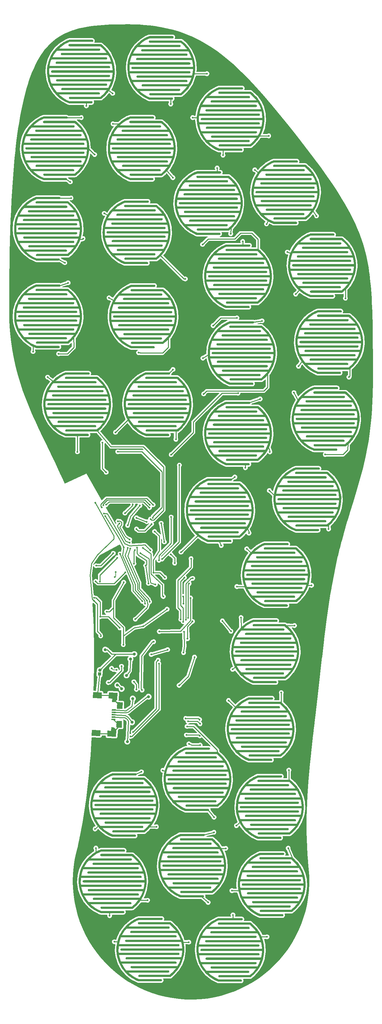
<source format=gtl>
G04 #@! TF.GenerationSoftware,KiCad,Pcbnew,(5.0.0)*
G04 #@! TF.CreationDate,2020-01-29T13:44:40+01:00*
G04 #@! TF.ProjectId,Insole_PCB,496E736F6C655F5043422E6B69636164,rev?*
G04 #@! TF.SameCoordinates,Original*
G04 #@! TF.FileFunction,Copper,L1,Top,Signal*
G04 #@! TF.FilePolarity,Positive*
%FSLAX46Y46*%
G04 Gerber Fmt 4.6, Leading zero omitted, Abs format (unit mm)*
G04 Created by KiCad (PCBNEW (5.0.0)) date 01/29/20 13:44:40*
%MOMM*%
%LPD*%
G01*
G04 APERTURE LIST*
G04 #@! TA.AperFunction,ComponentPad*
%ADD10C,0.850000*%
G04 #@! TD*
G04 #@! TA.AperFunction,Conductor*
%ADD11C,0.850000*%
G04 #@! TD*
G04 #@! TA.AperFunction,Conductor*
%ADD12C,0.100000*%
G04 #@! TD*
G04 #@! TA.AperFunction,SMDPad,CuDef*
%ADD13C,1.600000*%
G04 #@! TD*
G04 #@! TA.AperFunction,SMDPad,CuDef*
%ADD14C,1.500000*%
G04 #@! TD*
G04 #@! TA.AperFunction,SMDPad,CuDef*
%ADD15C,0.400000*%
G04 #@! TD*
G04 #@! TA.AperFunction,SMDPad,CuDef*
%ADD16C,0.500000*%
G04 #@! TD*
G04 #@! TA.AperFunction,ViaPad*
%ADD17C,0.800000*%
G04 #@! TD*
G04 #@! TA.AperFunction,ViaPad*
%ADD18C,0.500000*%
G04 #@! TD*
G04 #@! TA.AperFunction,ViaPad*
%ADD19C,0.600000*%
G04 #@! TD*
G04 #@! TA.AperFunction,Conductor*
%ADD20C,0.250000*%
G04 #@! TD*
G04 #@! TA.AperFunction,Conductor*
%ADD21C,0.160000*%
G04 #@! TD*
G04 #@! TA.AperFunction,Conductor*
%ADD22C,0.200000*%
G04 #@! TD*
G04 APERTURE END LIST*
D10*
G04 #@! TO.P,J2,2*
G04 #@! TO.N,+BATT*
X186929209Y-191863143D03*
D11*
G04 #@! TD*
G04 #@! TO.N,+BATT*
G04 #@! TO.C,J2*
X186929209Y-191863143D02*
X186929209Y-191863143D01*
D10*
G04 #@! TO.P,J2,1*
G04 #@! TO.N,-BATT*
X186859453Y-192860707D03*
D12*
G04 #@! TD*
G04 #@! TO.N,-BATT*
G04 #@! TO.C,J2*
G36*
X187313064Y-192466389D02*
X187253771Y-193314318D01*
X186405842Y-193255025D01*
X186465135Y-192407096D01*
X187313064Y-192466389D01*
X187313064Y-192466389D01*
G37*
D13*
G04 #@! TO.P,J1,6*
G04 #@! TO.N,-BATT*
X190549347Y-198824613D03*
D12*
G04 #@! TD*
G04 #@! TO.N,-BATT*
G04 #@! TO.C,J1*
G36*
X191087907Y-200594487D02*
X190288395Y-200566567D01*
X190321549Y-199617146D01*
X189322158Y-199582246D01*
X189377998Y-197983221D01*
X191776536Y-198066980D01*
X191712844Y-199890868D01*
X191087907Y-200594487D01*
X191087907Y-200594487D01*
G37*
D13*
G04 #@! TO.P,J1,6*
G04 #@! TO.N,-BATT*
X190186392Y-209218278D03*
D12*
G04 #@! TD*
G04 #@! TO.N,-BATT*
G04 #@! TO.C,J1*
G36*
X188959203Y-209975911D02*
X189015043Y-208376886D01*
X190014433Y-208411785D01*
X190047588Y-207462364D01*
X190847101Y-207490284D01*
X191421433Y-208235782D01*
X191357741Y-210059670D01*
X188959203Y-209975911D01*
X188959203Y-209975911D01*
G37*
D14*
G04 #@! TO.P,J1,6*
G04 #@! TO.N,-BATT*
X192227688Y-206637946D03*
D12*
G04 #@! TD*
G04 #@! TO.N,-BATT*
G04 #@! TO.C,J1*
G36*
X191509554Y-205712320D02*
X193008641Y-205764669D01*
X192945822Y-207563572D01*
X191446735Y-207511223D01*
X191509554Y-205712320D01*
X191509554Y-205712320D01*
G37*
D14*
G04 #@! TO.P,J1,6*
G04 #@! TO.N,-BATT*
X192405675Y-201541053D03*
D12*
G04 #@! TD*
G04 #@! TO.N,-BATT*
G04 #@! TO.C,J1*
G36*
X191687541Y-200615427D02*
X193186628Y-200667776D01*
X193123809Y-202466679D01*
X191624722Y-202414330D01*
X191687541Y-200615427D01*
X191687541Y-200615427D01*
G37*
D13*
G04 #@! TO.P,J1,6*
G04 #@! TO.N,-BATT*
X185890756Y-209018241D03*
D12*
G04 #@! TD*
G04 #@! TO.N,-BATT*
G04 #@! TO.C,J1*
G36*
X184719407Y-208176849D02*
X187117945Y-208260608D01*
X187062105Y-209859633D01*
X184663567Y-209775874D01*
X184719407Y-208176849D01*
X184719407Y-208176849D01*
G37*
D13*
G04 #@! TO.P,J1,6*
G04 #@! TO.N,-BATT*
X186250221Y-198724515D03*
D12*
G04 #@! TD*
G04 #@! TO.N,-BATT*
G04 #@! TO.C,J1*
G36*
X185078872Y-197883123D02*
X187477410Y-197966882D01*
X187421570Y-199565907D01*
X185023032Y-199482148D01*
X185078872Y-197883123D01*
X185078872Y-197883123D01*
G37*
D15*
G04 #@! TO.P,J1,5*
G04 #@! TO.N,-BATT*
X190647302Y-205331996D03*
D12*
G04 #@! TD*
G04 #@! TO.N,-BATT*
G04 #@! TO.C,J1*
G36*
X190129602Y-205113796D02*
X191178962Y-205150440D01*
X191165002Y-205550196D01*
X190115642Y-205513552D01*
X190129602Y-205113796D01*
X190129602Y-205113796D01*
G37*
D15*
G04 #@! TO.P,J1,4*
G04 #@! TO.N,/P0.7_USB*
X190669986Y-204682392D03*
D12*
G04 #@! TD*
G04 #@! TO.N,/P0.7_USB*
G04 #@! TO.C,J1*
G36*
X190152286Y-204464192D02*
X191201646Y-204500836D01*
X191187686Y-204900592D01*
X190138326Y-204863948D01*
X190152286Y-204464192D01*
X190152286Y-204464192D01*
G37*
D15*
G04 #@! TO.P,J1,3*
G04 #@! TO.N,/P0.6_USB*
X190692671Y-204032788D03*
D12*
G04 #@! TD*
G04 #@! TO.N,/P0.6_USB*
G04 #@! TO.C,J1*
G36*
X190174971Y-203814588D02*
X191224331Y-203851232D01*
X191210371Y-204250988D01*
X190161011Y-204214344D01*
X190174971Y-203814588D01*
X190174971Y-203814588D01*
G37*
D15*
G04 #@! TO.P,J1,2*
G04 #@! TO.N,/XRES_USB*
X190715356Y-203383184D03*
D12*
G04 #@! TD*
G04 #@! TO.N,/XRES_USB*
G04 #@! TO.C,J1*
G36*
X190197656Y-203164984D02*
X191247016Y-203201628D01*
X191233056Y-203601384D01*
X190183696Y-203564740D01*
X190197656Y-203164984D01*
X190197656Y-203164984D01*
G37*
D15*
G04 #@! TO.P,J1,1*
G04 #@! TO.N,+5V*
X190738041Y-202733580D03*
D12*
G04 #@! TD*
G04 #@! TO.N,+5V*
G04 #@! TO.C,J1*
G36*
X190220341Y-202515380D02*
X191269701Y-202552024D01*
X191255741Y-202951780D01*
X190206381Y-202915136D01*
X190220341Y-202515380D01*
X190220341Y-202515380D01*
G37*
D16*
G04 #@! TO.P,S0,2*
G04 #@! TO.N,/U1_A0*
X189749453Y-119110707D03*
D12*
G04 #@! TD*
G04 #@! TO.N,/U1_A0*
G04 #@! TO.C,S0*
G36*
X186153642Y-111610736D02*
X186182894Y-111612577D01*
X186211827Y-111617263D01*
X186240164Y-111624750D01*
X186267636Y-111634966D01*
X186293979Y-111647815D01*
X186318943Y-111663173D01*
X186329105Y-111670887D01*
X186348767Y-111685666D01*
X187025003Y-112247687D01*
X187028206Y-112250387D01*
X187037371Y-112259032D01*
X187046602Y-112267500D01*
X187664765Y-112892828D01*
X187667689Y-112895828D01*
X187675955Y-112905313D01*
X187684327Y-112914654D01*
X188238510Y-113597309D01*
X188238519Y-113597319D01*
X188238528Y-113597331D01*
X188241137Y-113600590D01*
X188248413Y-113610802D01*
X188255859Y-113620950D01*
X188740790Y-114354437D01*
X188743076Y-114357948D01*
X188749327Y-114368833D01*
X188755741Y-114379648D01*
X189166780Y-115156955D01*
X189168713Y-115160672D01*
X189173876Y-115172123D01*
X189179200Y-115183504D01*
X189512427Y-115997212D01*
X189513987Y-116001100D01*
X189518007Y-116012998D01*
X189522196Y-116024846D01*
X189774428Y-116867188D01*
X189775602Y-116871209D01*
X189778442Y-116883445D01*
X189781454Y-116895643D01*
X189950285Y-117758579D01*
X189951061Y-117762696D01*
X189952695Y-117775157D01*
X189954501Y-117787584D01*
X190038318Y-118662875D01*
X190038688Y-118667048D01*
X190039097Y-118679593D01*
X190039683Y-118692154D01*
X190037686Y-119571447D01*
X190037648Y-119575636D01*
X190036830Y-119588182D01*
X190036188Y-119600718D01*
X189948397Y-120475621D01*
X189947950Y-120479786D01*
X189945912Y-120492187D01*
X189944049Y-120504607D01*
X189771301Y-121366767D01*
X189770450Y-121370868D01*
X189767207Y-121383029D01*
X189764146Y-121395189D01*
X189508091Y-122236377D01*
X189506844Y-122240376D01*
X189502429Y-122252165D01*
X189498196Y-122263967D01*
X189161277Y-123076154D01*
X189159646Y-123080012D01*
X189154098Y-123091322D01*
X189148738Y-123102646D01*
X188734172Y-123878078D01*
X188732171Y-123881758D01*
X188725566Y-123892439D01*
X188719107Y-123903219D01*
X188230850Y-124634497D01*
X188228500Y-124637965D01*
X188220889Y-124647944D01*
X188213404Y-124658049D01*
X187656117Y-125338191D01*
X187653440Y-125341413D01*
X187644882Y-125350612D01*
X187636456Y-125359928D01*
X187015459Y-125982442D01*
X187012480Y-125985387D01*
X187003255Y-125993539D01*
X186994173Y-126001824D01*
X186340558Y-126541962D01*
X186339166Y-126543096D01*
X186339062Y-126543190D01*
X186338947Y-126543274D01*
X186337311Y-126544608D01*
X186326302Y-126552598D01*
X186315470Y-126560583D01*
X186314505Y-126561158D01*
X186313589Y-126561823D01*
X186301899Y-126568673D01*
X186290294Y-126575591D01*
X186289273Y-126576072D01*
X186288301Y-126576641D01*
X186276061Y-126582289D01*
X186263774Y-126588071D01*
X186262706Y-126588451D01*
X186261688Y-126588921D01*
X186248951Y-126593349D01*
X186236163Y-126597903D01*
X186235069Y-126598176D01*
X186234004Y-126598546D01*
X186220861Y-126601718D01*
X186207723Y-126604994D01*
X186206606Y-126605159D01*
X186205512Y-126605423D01*
X186192138Y-126607295D01*
X186178728Y-126609275D01*
X186177599Y-126609330D01*
X186176486Y-126609486D01*
X186163027Y-126610043D01*
X186149453Y-126610707D01*
X177749453Y-126610707D01*
X177745264Y-126610678D01*
X177716012Y-126608837D01*
X177687079Y-126604151D01*
X177658742Y-126596664D01*
X177631270Y-126586448D01*
X177604927Y-126573599D01*
X177579963Y-126558241D01*
X177556617Y-126540520D01*
X177535111Y-126520606D01*
X177515652Y-126498688D01*
X177498424Y-126474976D01*
X177483592Y-126449696D01*
X177471298Y-126423089D01*
X177461659Y-126395409D01*
X177454767Y-126366921D01*
X177450688Y-126337897D01*
X177449460Y-126308613D01*
X177451096Y-126279348D01*
X177455580Y-126250384D01*
X177462869Y-126221995D01*
X177472894Y-126194452D01*
X177485558Y-126168020D01*
X177500742Y-126142949D01*
X177518299Y-126119480D01*
X177538063Y-126097836D01*
X177559844Y-126078224D01*
X177583436Y-126060831D01*
X177608612Y-126045823D01*
X177635132Y-126033343D01*
X177662743Y-126023511D01*
X177691183Y-126016420D01*
X177720178Y-126012139D01*
X177749453Y-126010707D01*
X186041535Y-126010707D01*
X186600858Y-125548490D01*
X187201311Y-124946572D01*
X187739998Y-124289128D01*
X187792358Y-124210707D01*
X175649453Y-124210707D01*
X175645264Y-124210678D01*
X175616012Y-124208837D01*
X175587079Y-124204151D01*
X175558742Y-124196664D01*
X175531270Y-124186448D01*
X175504927Y-124173599D01*
X175479963Y-124158241D01*
X175456617Y-124140520D01*
X175435111Y-124120606D01*
X175415652Y-124098688D01*
X175398424Y-124074976D01*
X175383592Y-124049696D01*
X175371298Y-124023089D01*
X175361659Y-123995409D01*
X175354767Y-123966921D01*
X175350688Y-123937897D01*
X175349460Y-123908613D01*
X175351096Y-123879348D01*
X175355580Y-123850384D01*
X175362869Y-123821995D01*
X175372894Y-123794452D01*
X175385558Y-123768020D01*
X175400742Y-123742949D01*
X175418299Y-123719480D01*
X175438063Y-123697836D01*
X175459844Y-123678224D01*
X175483436Y-123660831D01*
X175508612Y-123645823D01*
X175535132Y-123633343D01*
X175562743Y-123623511D01*
X175591183Y-123616420D01*
X175620178Y-123612139D01*
X175649453Y-123610707D01*
X188192963Y-123610707D01*
X188211962Y-123582252D01*
X188612696Y-122832693D01*
X188938369Y-122047613D01*
X189010483Y-121810707D01*
X174249453Y-121810707D01*
X174245264Y-121810678D01*
X174216012Y-121808837D01*
X174187079Y-121804151D01*
X174158742Y-121796664D01*
X174131270Y-121786448D01*
X174104927Y-121773599D01*
X174079963Y-121758241D01*
X174056617Y-121740520D01*
X174035111Y-121720606D01*
X174015652Y-121698688D01*
X173998424Y-121674976D01*
X173983592Y-121649696D01*
X173971298Y-121623089D01*
X173961659Y-121595409D01*
X173954767Y-121566921D01*
X173950688Y-121537897D01*
X173949460Y-121508613D01*
X173951096Y-121479348D01*
X173955580Y-121450384D01*
X173962869Y-121421995D01*
X173972894Y-121394452D01*
X173985558Y-121368020D01*
X174000742Y-121342949D01*
X174018299Y-121319480D01*
X174038063Y-121297836D01*
X174059844Y-121278224D01*
X174083436Y-121260831D01*
X174108612Y-121245823D01*
X174135132Y-121233343D01*
X174162743Y-121223511D01*
X174191183Y-121216420D01*
X174220178Y-121212139D01*
X174249453Y-121210707D01*
X189190645Y-121210707D01*
X189352859Y-120401122D01*
X189437721Y-119555410D01*
X189438050Y-119410707D01*
X172849453Y-119410707D01*
X172845264Y-119410678D01*
X172816012Y-119408837D01*
X172787079Y-119404151D01*
X172758742Y-119396664D01*
X172731270Y-119386448D01*
X172704927Y-119373599D01*
X172679963Y-119358241D01*
X172656617Y-119340520D01*
X172635111Y-119320606D01*
X172615652Y-119298688D01*
X172598424Y-119274976D01*
X172583592Y-119249696D01*
X172571298Y-119223089D01*
X172561659Y-119195409D01*
X172554767Y-119166921D01*
X172550688Y-119137897D01*
X172549460Y-119108613D01*
X172551096Y-119079348D01*
X172555580Y-119050384D01*
X172562869Y-119021995D01*
X172572894Y-118994452D01*
X172585558Y-118968020D01*
X172600742Y-118942949D01*
X172618299Y-118919480D01*
X172638063Y-118897836D01*
X172659844Y-118878224D01*
X172683436Y-118860831D01*
X172708612Y-118845823D01*
X172735132Y-118833343D01*
X172762743Y-118823511D01*
X172791183Y-118816420D01*
X172820178Y-118812139D01*
X172849453Y-118810707D01*
X189439413Y-118810707D01*
X189439652Y-118705466D01*
X189358631Y-117859382D01*
X189195435Y-117025247D01*
X189191081Y-117010707D01*
X174149453Y-117010707D01*
X174145264Y-117010678D01*
X174116012Y-117008837D01*
X174087079Y-117004151D01*
X174058742Y-116996664D01*
X174031270Y-116986448D01*
X174004927Y-116973599D01*
X173979963Y-116958241D01*
X173956617Y-116940520D01*
X173935111Y-116920606D01*
X173915652Y-116898688D01*
X173898424Y-116874976D01*
X173883592Y-116849696D01*
X173871298Y-116823089D01*
X173861659Y-116795409D01*
X173854767Y-116766921D01*
X173850688Y-116737897D01*
X173849460Y-116708613D01*
X173851096Y-116679348D01*
X173855580Y-116650384D01*
X173862869Y-116621995D01*
X173872894Y-116594452D01*
X173885558Y-116568020D01*
X173900742Y-116542949D01*
X173918299Y-116519480D01*
X173938063Y-116497836D01*
X173959844Y-116478224D01*
X173983436Y-116460831D01*
X174008612Y-116445823D01*
X174035132Y-116433343D01*
X174062743Y-116423511D01*
X174091183Y-116416420D01*
X174120178Y-116412139D01*
X174149453Y-116410707D01*
X189011417Y-116410707D01*
X188951622Y-116211019D01*
X188629514Y-115424464D01*
X188232193Y-114673099D01*
X188190944Y-114610707D01*
X175549453Y-114610707D01*
X175545264Y-114610678D01*
X175516012Y-114608837D01*
X175487079Y-114604151D01*
X175458742Y-114596664D01*
X175431270Y-114586448D01*
X175404927Y-114573599D01*
X175379963Y-114558241D01*
X175356617Y-114540520D01*
X175335111Y-114520606D01*
X175315652Y-114498688D01*
X175298424Y-114474976D01*
X175283592Y-114449696D01*
X175271298Y-114423089D01*
X175261659Y-114395409D01*
X175254767Y-114366921D01*
X175250688Y-114337897D01*
X175249460Y-114308613D01*
X175251096Y-114279348D01*
X175255580Y-114250384D01*
X175262869Y-114221995D01*
X175272894Y-114194452D01*
X175285558Y-114168020D01*
X175300742Y-114142949D01*
X175318299Y-114119480D01*
X175338063Y-114097836D01*
X175359844Y-114078224D01*
X175383436Y-114060831D01*
X175408612Y-114045823D01*
X175435132Y-114033343D01*
X175462743Y-114023511D01*
X175491183Y-114016420D01*
X175520178Y-114012139D01*
X175549453Y-114010707D01*
X187794265Y-114010707D01*
X187763440Y-113964081D01*
X187227751Y-113304209D01*
X186630212Y-112699743D01*
X186041793Y-112210707D01*
X177649453Y-112210707D01*
X177645264Y-112210678D01*
X177616012Y-112208837D01*
X177587079Y-112204151D01*
X177558742Y-112196664D01*
X177531270Y-112186448D01*
X177504927Y-112173599D01*
X177479963Y-112158241D01*
X177456617Y-112140520D01*
X177435111Y-112120606D01*
X177415652Y-112098688D01*
X177398424Y-112074976D01*
X177383592Y-112049696D01*
X177371298Y-112023089D01*
X177361659Y-111995409D01*
X177354767Y-111966921D01*
X177350688Y-111937897D01*
X177349460Y-111908613D01*
X177351096Y-111879348D01*
X177355580Y-111850384D01*
X177362869Y-111821995D01*
X177372894Y-111794452D01*
X177385558Y-111768020D01*
X177400742Y-111742949D01*
X177418299Y-111719480D01*
X177438063Y-111697836D01*
X177459844Y-111678224D01*
X177483436Y-111660831D01*
X177508612Y-111645823D01*
X177535132Y-111633343D01*
X177562743Y-111623511D01*
X177591183Y-111616420D01*
X177620178Y-111612139D01*
X177649453Y-111610707D01*
X186149453Y-111610707D01*
X186153642Y-111610736D01*
X186153642Y-111610736D01*
G37*
D16*
G04 #@! TO.P,S0,1*
G04 #@! TO.N,/U1_Data*
X171749453Y-119110707D03*
D12*
G04 #@! TD*
G04 #@! TO.N,/U1_Data*
G04 #@! TO.C,S0*
G36*
X183853642Y-110410736D02*
X183882894Y-110412577D01*
X183911827Y-110417263D01*
X183940164Y-110424750D01*
X183967636Y-110434966D01*
X183993979Y-110447815D01*
X184018943Y-110463173D01*
X184042289Y-110480894D01*
X184063795Y-110500808D01*
X184083254Y-110522726D01*
X184100482Y-110546438D01*
X184115314Y-110571718D01*
X184127608Y-110598325D01*
X184137247Y-110626005D01*
X184144139Y-110654493D01*
X184148218Y-110683517D01*
X184149446Y-110712801D01*
X184147810Y-110742066D01*
X184143326Y-110771030D01*
X184136037Y-110799419D01*
X184126012Y-110826962D01*
X184113348Y-110853394D01*
X184098164Y-110878465D01*
X184080607Y-110901934D01*
X184060843Y-110923578D01*
X184039062Y-110943190D01*
X184015470Y-110960583D01*
X183990294Y-110975591D01*
X183963774Y-110988071D01*
X183936163Y-110997903D01*
X183907723Y-111004994D01*
X183878728Y-111009275D01*
X183849453Y-111010707D01*
X177609684Y-111010707D01*
X177141089Y-111206767D01*
X176384923Y-111597963D01*
X175672634Y-112059725D01*
X175008808Y-112588787D01*
X174780239Y-112810707D01*
X185749453Y-112810707D01*
X185753642Y-112810736D01*
X185782894Y-112812577D01*
X185811827Y-112817263D01*
X185840164Y-112824750D01*
X185867636Y-112834966D01*
X185893979Y-112847815D01*
X185918943Y-112863173D01*
X185942289Y-112880894D01*
X185963795Y-112900808D01*
X185983254Y-112922726D01*
X186000482Y-112946438D01*
X186015314Y-112971718D01*
X186027608Y-112998325D01*
X186037247Y-113026005D01*
X186044139Y-113054493D01*
X186048218Y-113083517D01*
X186049446Y-113112801D01*
X186047810Y-113142066D01*
X186043326Y-113171030D01*
X186036037Y-113199419D01*
X186026012Y-113226962D01*
X186013348Y-113253394D01*
X185998164Y-113278465D01*
X185980607Y-113301934D01*
X185960843Y-113323578D01*
X185939062Y-113343190D01*
X185915470Y-113360583D01*
X185890294Y-113375591D01*
X185863774Y-113388071D01*
X185836163Y-113397903D01*
X185807723Y-113404994D01*
X185778728Y-113409275D01*
X185749453Y-113410707D01*
X174204588Y-113410707D01*
X173851357Y-113828026D01*
X173368783Y-114526369D01*
X172988737Y-115210707D01*
X187649453Y-115210707D01*
X187653642Y-115210736D01*
X187682894Y-115212577D01*
X187711827Y-115217263D01*
X187740164Y-115224750D01*
X187767636Y-115234966D01*
X187793979Y-115247815D01*
X187818943Y-115263173D01*
X187842289Y-115280894D01*
X187863795Y-115300808D01*
X187883254Y-115322726D01*
X187900482Y-115346438D01*
X187915314Y-115371718D01*
X187927608Y-115398325D01*
X187937247Y-115426005D01*
X187944139Y-115454493D01*
X187948218Y-115483517D01*
X187949446Y-115512801D01*
X187947810Y-115542066D01*
X187943326Y-115571030D01*
X187936037Y-115599419D01*
X187926012Y-115626962D01*
X187913348Y-115653394D01*
X187898164Y-115678465D01*
X187880607Y-115701934D01*
X187860843Y-115723578D01*
X187839062Y-115743190D01*
X187815470Y-115760583D01*
X187790294Y-115775591D01*
X187763774Y-115788071D01*
X187736163Y-115797903D01*
X187707723Y-115804994D01*
X187678728Y-115809275D01*
X187649453Y-115810707D01*
X172721499Y-115810707D01*
X172618911Y-116047258D01*
X172358773Y-116855286D01*
X172194816Y-117610707D01*
X188449453Y-117610707D01*
X188453642Y-117610736D01*
X188482894Y-117612577D01*
X188511827Y-117617263D01*
X188540164Y-117624750D01*
X188567636Y-117634966D01*
X188593979Y-117647815D01*
X188618943Y-117663173D01*
X188642289Y-117680894D01*
X188663795Y-117700808D01*
X188683254Y-117722726D01*
X188700482Y-117746438D01*
X188715314Y-117771718D01*
X188727608Y-117798325D01*
X188737247Y-117826005D01*
X188744139Y-117854493D01*
X188748218Y-117883517D01*
X188749446Y-117912801D01*
X188747810Y-117942066D01*
X188743326Y-117971030D01*
X188736037Y-117999419D01*
X188726012Y-118026962D01*
X188713348Y-118053394D01*
X188698164Y-118078465D01*
X188680607Y-118101934D01*
X188660843Y-118123578D01*
X188639062Y-118143190D01*
X188615470Y-118160583D01*
X188590294Y-118175591D01*
X188563774Y-118188071D01*
X188536163Y-118197903D01*
X188507723Y-118204994D01*
X188478728Y-118209275D01*
X188449453Y-118210707D01*
X172117459Y-118210707D01*
X172080492Y-118527990D01*
X172065003Y-119376714D01*
X172115505Y-120010707D01*
X188449453Y-120010707D01*
X188453642Y-120010736D01*
X188482894Y-120012577D01*
X188511827Y-120017263D01*
X188540164Y-120024750D01*
X188567636Y-120034966D01*
X188593979Y-120047815D01*
X188618943Y-120063173D01*
X188642289Y-120080894D01*
X188663795Y-120100808D01*
X188683254Y-120122726D01*
X188700482Y-120146438D01*
X188715314Y-120171718D01*
X188727608Y-120198325D01*
X188737247Y-120226005D01*
X188744139Y-120254493D01*
X188748218Y-120283517D01*
X188749446Y-120312801D01*
X188747810Y-120342066D01*
X188743326Y-120371030D01*
X188736037Y-120399419D01*
X188726012Y-120426962D01*
X188713348Y-120453394D01*
X188698164Y-120478465D01*
X188680607Y-120501934D01*
X188660843Y-120523578D01*
X188639062Y-120543190D01*
X188615470Y-120560583D01*
X188590294Y-120575591D01*
X188563774Y-120588071D01*
X188536163Y-120597903D01*
X188507723Y-120604994D01*
X188478728Y-120609275D01*
X188449453Y-120610707D01*
X172201867Y-120610707D01*
X172282066Y-121058476D01*
X172512542Y-121875439D01*
X172721821Y-122410707D01*
X187649453Y-122410707D01*
X187653642Y-122410736D01*
X187682894Y-122412577D01*
X187711827Y-122417263D01*
X187740164Y-122424750D01*
X187767636Y-122434966D01*
X187793979Y-122447815D01*
X187818943Y-122463173D01*
X187842289Y-122480894D01*
X187863795Y-122500808D01*
X187883254Y-122522726D01*
X187900482Y-122546438D01*
X187915314Y-122571718D01*
X187927608Y-122598325D01*
X187937247Y-122626005D01*
X187944139Y-122654493D01*
X187948218Y-122683517D01*
X187949446Y-122712801D01*
X187947810Y-122742066D01*
X187943326Y-122771030D01*
X187936037Y-122799419D01*
X187926012Y-122826962D01*
X187913348Y-122853394D01*
X187898164Y-122878465D01*
X187880607Y-122901934D01*
X187860843Y-122923578D01*
X187839062Y-122943190D01*
X187815470Y-122960583D01*
X187790294Y-122975591D01*
X187763774Y-122988071D01*
X187736163Y-122997903D01*
X187707723Y-123004994D01*
X187678728Y-123009275D01*
X187649453Y-123010707D01*
X172996923Y-123010707D01*
X173206421Y-123422681D01*
X173663197Y-124138173D01*
X174187614Y-124805679D01*
X174192428Y-124810707D01*
X185649453Y-124810707D01*
X185653642Y-124810736D01*
X185682894Y-124812577D01*
X185711827Y-124817263D01*
X185740164Y-124824750D01*
X185767636Y-124834966D01*
X185793979Y-124847815D01*
X185818943Y-124863173D01*
X185842289Y-124880894D01*
X185863795Y-124900808D01*
X185883254Y-124922726D01*
X185900482Y-124946438D01*
X185915314Y-124971718D01*
X185927608Y-124998325D01*
X185937247Y-125026005D01*
X185944139Y-125054493D01*
X185948218Y-125083517D01*
X185949446Y-125112801D01*
X185947810Y-125142066D01*
X185943326Y-125171030D01*
X185936037Y-125199419D01*
X185926012Y-125226962D01*
X185913348Y-125253394D01*
X185898164Y-125278465D01*
X185880607Y-125301934D01*
X185860843Y-125323578D01*
X185839062Y-125343190D01*
X185815470Y-125360583D01*
X185790294Y-125375591D01*
X185763774Y-125388071D01*
X185736163Y-125397903D01*
X185707723Y-125404994D01*
X185678728Y-125409275D01*
X185649453Y-125410707D01*
X174766893Y-125410707D01*
X174774664Y-125418823D01*
X175418733Y-125971746D01*
X176113700Y-126459193D01*
X176852910Y-126876490D01*
X177609053Y-127210707D01*
X183649453Y-127210707D01*
X183653642Y-127210736D01*
X183682894Y-127212577D01*
X183711827Y-127217263D01*
X183740164Y-127224750D01*
X183767636Y-127234966D01*
X183793979Y-127247815D01*
X183818943Y-127263173D01*
X183842289Y-127280894D01*
X183863795Y-127300808D01*
X183883254Y-127322726D01*
X183900482Y-127346438D01*
X183915314Y-127371718D01*
X183927608Y-127398325D01*
X183937247Y-127426005D01*
X183944139Y-127454493D01*
X183948218Y-127483517D01*
X183949446Y-127512801D01*
X183947810Y-127542066D01*
X183943326Y-127571030D01*
X183936037Y-127599419D01*
X183926012Y-127626962D01*
X183913348Y-127653394D01*
X183898164Y-127678465D01*
X183880607Y-127701934D01*
X183860843Y-127723578D01*
X183839062Y-127743190D01*
X183815470Y-127760583D01*
X183790294Y-127775591D01*
X183763774Y-127788071D01*
X183736163Y-127797903D01*
X183707723Y-127804994D01*
X183678728Y-127809275D01*
X183649453Y-127810707D01*
X177549453Y-127810707D01*
X177545264Y-127810678D01*
X177516012Y-127808837D01*
X177487079Y-127804151D01*
X177458742Y-127796664D01*
X177431270Y-127786448D01*
X177428861Y-127785273D01*
X177427529Y-127784905D01*
X177400174Y-127774379D01*
X176596930Y-127419344D01*
X176593111Y-127417624D01*
X176581960Y-127411832D01*
X176570733Y-127406199D01*
X175805967Y-126974475D01*
X175802334Y-126972391D01*
X175791800Y-126965538D01*
X175781178Y-126958837D01*
X175062191Y-126454544D01*
X175058779Y-126452114D01*
X175048969Y-126444270D01*
X175039047Y-126436561D01*
X174372702Y-125864515D01*
X174369542Y-125861765D01*
X174360514Y-125852971D01*
X174351422Y-125844360D01*
X173744079Y-125210021D01*
X173741203Y-125206975D01*
X173733094Y-125197363D01*
X173724868Y-125187885D01*
X173182324Y-124497306D01*
X173179759Y-124493994D01*
X173172624Y-124483632D01*
X173165365Y-124473401D01*
X172692805Y-123733185D01*
X172692799Y-123733176D01*
X172692793Y-123733165D01*
X172690569Y-123729629D01*
X172684484Y-123718630D01*
X172678253Y-123707730D01*
X172280176Y-122924923D01*
X172278303Y-122921176D01*
X172273331Y-122909661D01*
X172268182Y-122898179D01*
X171948394Y-122080263D01*
X171946896Y-122076351D01*
X171943060Y-122064369D01*
X171939068Y-122052477D01*
X171700621Y-121207257D01*
X171699511Y-121203218D01*
X171696867Y-121190939D01*
X171694050Y-121178694D01*
X171539219Y-120314240D01*
X171538509Y-120310111D01*
X171537076Y-120297637D01*
X171535467Y-120285171D01*
X171465732Y-119409735D01*
X171465429Y-119405557D01*
X171465220Y-119392991D01*
X171464835Y-119380439D01*
X171480860Y-118502375D01*
X171480965Y-118498187D01*
X171481985Y-118485641D01*
X171482826Y-118473131D01*
X171584458Y-117600822D01*
X171584971Y-117596664D01*
X171587212Y-117584267D01*
X171589268Y-117571909D01*
X171775538Y-116713682D01*
X171776454Y-116709594D01*
X171779891Y-116697485D01*
X171783146Y-116685376D01*
X172052275Y-115849421D01*
X172053586Y-115845442D01*
X172058178Y-115833753D01*
X172062609Y-115821993D01*
X172412029Y-115016290D01*
X172413723Y-115012458D01*
X172419452Y-115001237D01*
X172424991Y-114990002D01*
X172851366Y-114222240D01*
X172853425Y-114218592D01*
X172860232Y-114207967D01*
X172866831Y-114197343D01*
X173366091Y-113474854D01*
X173368496Y-113471424D01*
X173376287Y-113461539D01*
X173383911Y-113451584D01*
X173951291Y-112781261D01*
X173954019Y-112778082D01*
X173962761Y-112768981D01*
X173971298Y-112759841D01*
X174601381Y-112148085D01*
X174604407Y-112145187D01*
X174613973Y-112137002D01*
X174623383Y-112128719D01*
X175310156Y-111581368D01*
X175313450Y-111578780D01*
X175323762Y-111571572D01*
X175333942Y-111564242D01*
X176070851Y-111086520D01*
X176074382Y-111084266D01*
X176085334Y-111078106D01*
X176096195Y-111071797D01*
X176876204Y-110668265D01*
X176879938Y-110666365D01*
X176889181Y-110662298D01*
X176898259Y-110657967D01*
X177433659Y-110433955D01*
X177435004Y-110433403D01*
X177435132Y-110433343D01*
X177435275Y-110433292D01*
X177437535Y-110432365D01*
X177450116Y-110428007D01*
X177462743Y-110423511D01*
X177464008Y-110423196D01*
X177465231Y-110422772D01*
X177478153Y-110419669D01*
X177491183Y-110416420D01*
X177492477Y-110416229D01*
X177493730Y-110415928D01*
X177506914Y-110414097D01*
X177520178Y-110412139D01*
X177521475Y-110412076D01*
X177522761Y-110411897D01*
X177536118Y-110411359D01*
X177549453Y-110410707D01*
X183849453Y-110410707D01*
X183853642Y-110410736D01*
X183853642Y-110410736D01*
G37*
D16*
G04 #@! TO.P,S1,1*
G04 #@! TO.N,/U1_Data*
X163749453Y-95060707D03*
D12*
G04 #@! TD*
G04 #@! TO.N,/U1_Data*
G04 #@! TO.C,S1*
G36*
X175853642Y-86360736D02*
X175882894Y-86362577D01*
X175911827Y-86367263D01*
X175940164Y-86374750D01*
X175967636Y-86384966D01*
X175993979Y-86397815D01*
X176018943Y-86413173D01*
X176042289Y-86430894D01*
X176063795Y-86450808D01*
X176083254Y-86472726D01*
X176100482Y-86496438D01*
X176115314Y-86521718D01*
X176127608Y-86548325D01*
X176137247Y-86576005D01*
X176144139Y-86604493D01*
X176148218Y-86633517D01*
X176149446Y-86662801D01*
X176147810Y-86692066D01*
X176143326Y-86721030D01*
X176136037Y-86749419D01*
X176126012Y-86776962D01*
X176113348Y-86803394D01*
X176098164Y-86828465D01*
X176080607Y-86851934D01*
X176060843Y-86873578D01*
X176039062Y-86893190D01*
X176015470Y-86910583D01*
X175990294Y-86925591D01*
X175963774Y-86938071D01*
X175936163Y-86947903D01*
X175907723Y-86954994D01*
X175878728Y-86959275D01*
X175849453Y-86960707D01*
X169609684Y-86960707D01*
X169141089Y-87156767D01*
X168384923Y-87547963D01*
X167672634Y-88009725D01*
X167008808Y-88538787D01*
X166780239Y-88760707D01*
X177749453Y-88760707D01*
X177753642Y-88760736D01*
X177782894Y-88762577D01*
X177811827Y-88767263D01*
X177840164Y-88774750D01*
X177867636Y-88784966D01*
X177893979Y-88797815D01*
X177918943Y-88813173D01*
X177942289Y-88830894D01*
X177963795Y-88850808D01*
X177983254Y-88872726D01*
X178000482Y-88896438D01*
X178015314Y-88921718D01*
X178027608Y-88948325D01*
X178037247Y-88976005D01*
X178044139Y-89004493D01*
X178048218Y-89033517D01*
X178049446Y-89062801D01*
X178047810Y-89092066D01*
X178043326Y-89121030D01*
X178036037Y-89149419D01*
X178026012Y-89176962D01*
X178013348Y-89203394D01*
X177998164Y-89228465D01*
X177980607Y-89251934D01*
X177960843Y-89273578D01*
X177939062Y-89293190D01*
X177915470Y-89310583D01*
X177890294Y-89325591D01*
X177863774Y-89338071D01*
X177836163Y-89347903D01*
X177807723Y-89354994D01*
X177778728Y-89359275D01*
X177749453Y-89360707D01*
X166204588Y-89360707D01*
X165851357Y-89778026D01*
X165368783Y-90476369D01*
X164988737Y-91160707D01*
X179649453Y-91160707D01*
X179653642Y-91160736D01*
X179682894Y-91162577D01*
X179711827Y-91167263D01*
X179740164Y-91174750D01*
X179767636Y-91184966D01*
X179793979Y-91197815D01*
X179818943Y-91213173D01*
X179842289Y-91230894D01*
X179863795Y-91250808D01*
X179883254Y-91272726D01*
X179900482Y-91296438D01*
X179915314Y-91321718D01*
X179927608Y-91348325D01*
X179937247Y-91376005D01*
X179944139Y-91404493D01*
X179948218Y-91433517D01*
X179949446Y-91462801D01*
X179947810Y-91492066D01*
X179943326Y-91521030D01*
X179936037Y-91549419D01*
X179926012Y-91576962D01*
X179913348Y-91603394D01*
X179898164Y-91628465D01*
X179880607Y-91651934D01*
X179860843Y-91673578D01*
X179839062Y-91693190D01*
X179815470Y-91710583D01*
X179790294Y-91725591D01*
X179763774Y-91738071D01*
X179736163Y-91747903D01*
X179707723Y-91754994D01*
X179678728Y-91759275D01*
X179649453Y-91760707D01*
X164721499Y-91760707D01*
X164618911Y-91997258D01*
X164358773Y-92805286D01*
X164194816Y-93560707D01*
X180449453Y-93560707D01*
X180453642Y-93560736D01*
X180482894Y-93562577D01*
X180511827Y-93567263D01*
X180540164Y-93574750D01*
X180567636Y-93584966D01*
X180593979Y-93597815D01*
X180618943Y-93613173D01*
X180642289Y-93630894D01*
X180663795Y-93650808D01*
X180683254Y-93672726D01*
X180700482Y-93696438D01*
X180715314Y-93721718D01*
X180727608Y-93748325D01*
X180737247Y-93776005D01*
X180744139Y-93804493D01*
X180748218Y-93833517D01*
X180749446Y-93862801D01*
X180747810Y-93892066D01*
X180743326Y-93921030D01*
X180736037Y-93949419D01*
X180726012Y-93976962D01*
X180713348Y-94003394D01*
X180698164Y-94028465D01*
X180680607Y-94051934D01*
X180660843Y-94073578D01*
X180639062Y-94093190D01*
X180615470Y-94110583D01*
X180590294Y-94125591D01*
X180563774Y-94138071D01*
X180536163Y-94147903D01*
X180507723Y-94154994D01*
X180478728Y-94159275D01*
X180449453Y-94160707D01*
X164117459Y-94160707D01*
X164080492Y-94477990D01*
X164065003Y-95326714D01*
X164115505Y-95960707D01*
X180449453Y-95960707D01*
X180453642Y-95960736D01*
X180482894Y-95962577D01*
X180511827Y-95967263D01*
X180540164Y-95974750D01*
X180567636Y-95984966D01*
X180593979Y-95997815D01*
X180618943Y-96013173D01*
X180642289Y-96030894D01*
X180663795Y-96050808D01*
X180683254Y-96072726D01*
X180700482Y-96096438D01*
X180715314Y-96121718D01*
X180727608Y-96148325D01*
X180737247Y-96176005D01*
X180744139Y-96204493D01*
X180748218Y-96233517D01*
X180749446Y-96262801D01*
X180747810Y-96292066D01*
X180743326Y-96321030D01*
X180736037Y-96349419D01*
X180726012Y-96376962D01*
X180713348Y-96403394D01*
X180698164Y-96428465D01*
X180680607Y-96451934D01*
X180660843Y-96473578D01*
X180639062Y-96493190D01*
X180615470Y-96510583D01*
X180590294Y-96525591D01*
X180563774Y-96538071D01*
X180536163Y-96547903D01*
X180507723Y-96554994D01*
X180478728Y-96559275D01*
X180449453Y-96560707D01*
X164201867Y-96560707D01*
X164282066Y-97008476D01*
X164512542Y-97825439D01*
X164721821Y-98360707D01*
X179649453Y-98360707D01*
X179653642Y-98360736D01*
X179682894Y-98362577D01*
X179711827Y-98367263D01*
X179740164Y-98374750D01*
X179767636Y-98384966D01*
X179793979Y-98397815D01*
X179818943Y-98413173D01*
X179842289Y-98430894D01*
X179863795Y-98450808D01*
X179883254Y-98472726D01*
X179900482Y-98496438D01*
X179915314Y-98521718D01*
X179927608Y-98548325D01*
X179937247Y-98576005D01*
X179944139Y-98604493D01*
X179948218Y-98633517D01*
X179949446Y-98662801D01*
X179947810Y-98692066D01*
X179943326Y-98721030D01*
X179936037Y-98749419D01*
X179926012Y-98776962D01*
X179913348Y-98803394D01*
X179898164Y-98828465D01*
X179880607Y-98851934D01*
X179860843Y-98873578D01*
X179839062Y-98893190D01*
X179815470Y-98910583D01*
X179790294Y-98925591D01*
X179763774Y-98938071D01*
X179736163Y-98947903D01*
X179707723Y-98954994D01*
X179678728Y-98959275D01*
X179649453Y-98960707D01*
X164996923Y-98960707D01*
X165206421Y-99372681D01*
X165663197Y-100088173D01*
X166187614Y-100755679D01*
X166192428Y-100760707D01*
X177649453Y-100760707D01*
X177653642Y-100760736D01*
X177682894Y-100762577D01*
X177711827Y-100767263D01*
X177740164Y-100774750D01*
X177767636Y-100784966D01*
X177793979Y-100797815D01*
X177818943Y-100813173D01*
X177842289Y-100830894D01*
X177863795Y-100850808D01*
X177883254Y-100872726D01*
X177900482Y-100896438D01*
X177915314Y-100921718D01*
X177927608Y-100948325D01*
X177937247Y-100976005D01*
X177944139Y-101004493D01*
X177948218Y-101033517D01*
X177949446Y-101062801D01*
X177947810Y-101092066D01*
X177943326Y-101121030D01*
X177936037Y-101149419D01*
X177926012Y-101176962D01*
X177913348Y-101203394D01*
X177898164Y-101228465D01*
X177880607Y-101251934D01*
X177860843Y-101273578D01*
X177839062Y-101293190D01*
X177815470Y-101310583D01*
X177790294Y-101325591D01*
X177763774Y-101338071D01*
X177736163Y-101347903D01*
X177707723Y-101354994D01*
X177678728Y-101359275D01*
X177649453Y-101360707D01*
X166766893Y-101360707D01*
X166774664Y-101368823D01*
X167418733Y-101921746D01*
X168113700Y-102409193D01*
X168852910Y-102826490D01*
X169609053Y-103160707D01*
X175649453Y-103160707D01*
X175653642Y-103160736D01*
X175682894Y-103162577D01*
X175711827Y-103167263D01*
X175740164Y-103174750D01*
X175767636Y-103184966D01*
X175793979Y-103197815D01*
X175818943Y-103213173D01*
X175842289Y-103230894D01*
X175863795Y-103250808D01*
X175883254Y-103272726D01*
X175900482Y-103296438D01*
X175915314Y-103321718D01*
X175927608Y-103348325D01*
X175937247Y-103376005D01*
X175944139Y-103404493D01*
X175948218Y-103433517D01*
X175949446Y-103462801D01*
X175947810Y-103492066D01*
X175943326Y-103521030D01*
X175936037Y-103549419D01*
X175926012Y-103576962D01*
X175913348Y-103603394D01*
X175898164Y-103628465D01*
X175880607Y-103651934D01*
X175860843Y-103673578D01*
X175839062Y-103693190D01*
X175815470Y-103710583D01*
X175790294Y-103725591D01*
X175763774Y-103738071D01*
X175736163Y-103747903D01*
X175707723Y-103754994D01*
X175678728Y-103759275D01*
X175649453Y-103760707D01*
X169549453Y-103760707D01*
X169545264Y-103760678D01*
X169516012Y-103758837D01*
X169487079Y-103754151D01*
X169458742Y-103746664D01*
X169431270Y-103736448D01*
X169428861Y-103735273D01*
X169427529Y-103734905D01*
X169400174Y-103724379D01*
X168596930Y-103369344D01*
X168593111Y-103367624D01*
X168581960Y-103361832D01*
X168570733Y-103356199D01*
X167805967Y-102924475D01*
X167802334Y-102922391D01*
X167791800Y-102915538D01*
X167781178Y-102908837D01*
X167062191Y-102404544D01*
X167058779Y-102402114D01*
X167048969Y-102394270D01*
X167039047Y-102386561D01*
X166372702Y-101814515D01*
X166369542Y-101811765D01*
X166360514Y-101802971D01*
X166351422Y-101794360D01*
X165744079Y-101160021D01*
X165741203Y-101156975D01*
X165733094Y-101147363D01*
X165724868Y-101137885D01*
X165182324Y-100447306D01*
X165179759Y-100443994D01*
X165172624Y-100433632D01*
X165165365Y-100423401D01*
X164692805Y-99683185D01*
X164692799Y-99683176D01*
X164692793Y-99683165D01*
X164690569Y-99679629D01*
X164684484Y-99668630D01*
X164678253Y-99657730D01*
X164280176Y-98874923D01*
X164278303Y-98871176D01*
X164273331Y-98859661D01*
X164268182Y-98848179D01*
X163948394Y-98030263D01*
X163946896Y-98026351D01*
X163943060Y-98014369D01*
X163939068Y-98002477D01*
X163700621Y-97157257D01*
X163699511Y-97153218D01*
X163696867Y-97140939D01*
X163694050Y-97128694D01*
X163539219Y-96264240D01*
X163538509Y-96260111D01*
X163537076Y-96247637D01*
X163535467Y-96235171D01*
X163465732Y-95359735D01*
X163465429Y-95355557D01*
X163465220Y-95342991D01*
X163464835Y-95330439D01*
X163480860Y-94452375D01*
X163480965Y-94448187D01*
X163481985Y-94435641D01*
X163482826Y-94423131D01*
X163584458Y-93550822D01*
X163584971Y-93546664D01*
X163587212Y-93534267D01*
X163589268Y-93521909D01*
X163775538Y-92663682D01*
X163776454Y-92659594D01*
X163779891Y-92647485D01*
X163783146Y-92635376D01*
X164052275Y-91799421D01*
X164053586Y-91795442D01*
X164058178Y-91783753D01*
X164062609Y-91771993D01*
X164412029Y-90966290D01*
X164413723Y-90962458D01*
X164419452Y-90951237D01*
X164424991Y-90940002D01*
X164851366Y-90172240D01*
X164853425Y-90168592D01*
X164860232Y-90157967D01*
X164866831Y-90147343D01*
X165366091Y-89424854D01*
X165368496Y-89421424D01*
X165376287Y-89411539D01*
X165383911Y-89401584D01*
X165951291Y-88731261D01*
X165954019Y-88728082D01*
X165962761Y-88718981D01*
X165971298Y-88709841D01*
X166601381Y-88098085D01*
X166604407Y-88095187D01*
X166613973Y-88087002D01*
X166623383Y-88078719D01*
X167310156Y-87531368D01*
X167313450Y-87528780D01*
X167323762Y-87521572D01*
X167333942Y-87514242D01*
X168070851Y-87036520D01*
X168074382Y-87034266D01*
X168085334Y-87028106D01*
X168096195Y-87021797D01*
X168876204Y-86618265D01*
X168879938Y-86616365D01*
X168889181Y-86612298D01*
X168898259Y-86607967D01*
X169433659Y-86383955D01*
X169435004Y-86383403D01*
X169435132Y-86383343D01*
X169435275Y-86383292D01*
X169437535Y-86382365D01*
X169450116Y-86378007D01*
X169462743Y-86373511D01*
X169464008Y-86373196D01*
X169465231Y-86372772D01*
X169478153Y-86369669D01*
X169491183Y-86366420D01*
X169492477Y-86366229D01*
X169493730Y-86365928D01*
X169506914Y-86364097D01*
X169520178Y-86362139D01*
X169521475Y-86362076D01*
X169522761Y-86361897D01*
X169536118Y-86361359D01*
X169549453Y-86360707D01*
X175849453Y-86360707D01*
X175853642Y-86360736D01*
X175853642Y-86360736D01*
G37*
D16*
G04 #@! TO.P,S1,2*
G04 #@! TO.N,/U1_A1*
X181749453Y-95060707D03*
D12*
G04 #@! TD*
G04 #@! TO.N,/U1_A1*
G04 #@! TO.C,S1*
G36*
X178153642Y-87560736D02*
X178182894Y-87562577D01*
X178211827Y-87567263D01*
X178240164Y-87574750D01*
X178267636Y-87584966D01*
X178293979Y-87597815D01*
X178318943Y-87613173D01*
X178329105Y-87620887D01*
X178348767Y-87635666D01*
X179025003Y-88197687D01*
X179028206Y-88200387D01*
X179037371Y-88209032D01*
X179046602Y-88217500D01*
X179664765Y-88842828D01*
X179667689Y-88845828D01*
X179675955Y-88855313D01*
X179684327Y-88864654D01*
X180238510Y-89547309D01*
X180238519Y-89547319D01*
X180238528Y-89547331D01*
X180241137Y-89550590D01*
X180248413Y-89560802D01*
X180255859Y-89570950D01*
X180740790Y-90304437D01*
X180743076Y-90307948D01*
X180749327Y-90318833D01*
X180755741Y-90329648D01*
X181166780Y-91106955D01*
X181168713Y-91110672D01*
X181173876Y-91122123D01*
X181179200Y-91133504D01*
X181512427Y-91947212D01*
X181513987Y-91951100D01*
X181518007Y-91962998D01*
X181522196Y-91974846D01*
X181774428Y-92817188D01*
X181775602Y-92821209D01*
X181778442Y-92833445D01*
X181781454Y-92845643D01*
X181950285Y-93708579D01*
X181951061Y-93712696D01*
X181952695Y-93725157D01*
X181954501Y-93737584D01*
X182038318Y-94612875D01*
X182038688Y-94617048D01*
X182039097Y-94629593D01*
X182039683Y-94642154D01*
X182037686Y-95521447D01*
X182037648Y-95525636D01*
X182036830Y-95538182D01*
X182036188Y-95550718D01*
X181948397Y-96425621D01*
X181947950Y-96429786D01*
X181945912Y-96442187D01*
X181944049Y-96454607D01*
X181771301Y-97316767D01*
X181770450Y-97320868D01*
X181767207Y-97333029D01*
X181764146Y-97345189D01*
X181508091Y-98186377D01*
X181506844Y-98190376D01*
X181502429Y-98202165D01*
X181498196Y-98213967D01*
X181161277Y-99026154D01*
X181159646Y-99030012D01*
X181154098Y-99041322D01*
X181148738Y-99052646D01*
X180734172Y-99828078D01*
X180732171Y-99831758D01*
X180725566Y-99842439D01*
X180719107Y-99853219D01*
X180230850Y-100584497D01*
X180228500Y-100587965D01*
X180220889Y-100597944D01*
X180213404Y-100608049D01*
X179656117Y-101288191D01*
X179653440Y-101291413D01*
X179644882Y-101300612D01*
X179636456Y-101309928D01*
X179015459Y-101932442D01*
X179012480Y-101935387D01*
X179003255Y-101943539D01*
X178994173Y-101951824D01*
X178340558Y-102491962D01*
X178339166Y-102493096D01*
X178339062Y-102493190D01*
X178338947Y-102493274D01*
X178337311Y-102494608D01*
X178326302Y-102502598D01*
X178315470Y-102510583D01*
X178314505Y-102511158D01*
X178313589Y-102511823D01*
X178301899Y-102518673D01*
X178290294Y-102525591D01*
X178289273Y-102526072D01*
X178288301Y-102526641D01*
X178276061Y-102532289D01*
X178263774Y-102538071D01*
X178262706Y-102538451D01*
X178261688Y-102538921D01*
X178248951Y-102543349D01*
X178236163Y-102547903D01*
X178235069Y-102548176D01*
X178234004Y-102548546D01*
X178220861Y-102551718D01*
X178207723Y-102554994D01*
X178206606Y-102555159D01*
X178205512Y-102555423D01*
X178192138Y-102557295D01*
X178178728Y-102559275D01*
X178177599Y-102559330D01*
X178176486Y-102559486D01*
X178163027Y-102560043D01*
X178149453Y-102560707D01*
X169749453Y-102560707D01*
X169745264Y-102560678D01*
X169716012Y-102558837D01*
X169687079Y-102554151D01*
X169658742Y-102546664D01*
X169631270Y-102536448D01*
X169604927Y-102523599D01*
X169579963Y-102508241D01*
X169556617Y-102490520D01*
X169535111Y-102470606D01*
X169515652Y-102448688D01*
X169498424Y-102424976D01*
X169483592Y-102399696D01*
X169471298Y-102373089D01*
X169461659Y-102345409D01*
X169454767Y-102316921D01*
X169450688Y-102287897D01*
X169449460Y-102258613D01*
X169451096Y-102229348D01*
X169455580Y-102200384D01*
X169462869Y-102171995D01*
X169472894Y-102144452D01*
X169485558Y-102118020D01*
X169500742Y-102092949D01*
X169518299Y-102069480D01*
X169538063Y-102047836D01*
X169559844Y-102028224D01*
X169583436Y-102010831D01*
X169608612Y-101995823D01*
X169635132Y-101983343D01*
X169662743Y-101973511D01*
X169691183Y-101966420D01*
X169720178Y-101962139D01*
X169749453Y-101960707D01*
X178041535Y-101960707D01*
X178600858Y-101498490D01*
X179201311Y-100896572D01*
X179739998Y-100239128D01*
X179792358Y-100160707D01*
X167649453Y-100160707D01*
X167645264Y-100160678D01*
X167616012Y-100158837D01*
X167587079Y-100154151D01*
X167558742Y-100146664D01*
X167531270Y-100136448D01*
X167504927Y-100123599D01*
X167479963Y-100108241D01*
X167456617Y-100090520D01*
X167435111Y-100070606D01*
X167415652Y-100048688D01*
X167398424Y-100024976D01*
X167383592Y-99999696D01*
X167371298Y-99973089D01*
X167361659Y-99945409D01*
X167354767Y-99916921D01*
X167350688Y-99887897D01*
X167349460Y-99858613D01*
X167351096Y-99829348D01*
X167355580Y-99800384D01*
X167362869Y-99771995D01*
X167372894Y-99744452D01*
X167385558Y-99718020D01*
X167400742Y-99692949D01*
X167418299Y-99669480D01*
X167438063Y-99647836D01*
X167459844Y-99628224D01*
X167483436Y-99610831D01*
X167508612Y-99595823D01*
X167535132Y-99583343D01*
X167562743Y-99573511D01*
X167591183Y-99566420D01*
X167620178Y-99562139D01*
X167649453Y-99560707D01*
X180192963Y-99560707D01*
X180211962Y-99532252D01*
X180612696Y-98782693D01*
X180938369Y-97997613D01*
X181010483Y-97760707D01*
X166249453Y-97760707D01*
X166245264Y-97760678D01*
X166216012Y-97758837D01*
X166187079Y-97754151D01*
X166158742Y-97746664D01*
X166131270Y-97736448D01*
X166104927Y-97723599D01*
X166079963Y-97708241D01*
X166056617Y-97690520D01*
X166035111Y-97670606D01*
X166015652Y-97648688D01*
X165998424Y-97624976D01*
X165983592Y-97599696D01*
X165971298Y-97573089D01*
X165961659Y-97545409D01*
X165954767Y-97516921D01*
X165950688Y-97487897D01*
X165949460Y-97458613D01*
X165951096Y-97429348D01*
X165955580Y-97400384D01*
X165962869Y-97371995D01*
X165972894Y-97344452D01*
X165985558Y-97318020D01*
X166000742Y-97292949D01*
X166018299Y-97269480D01*
X166038063Y-97247836D01*
X166059844Y-97228224D01*
X166083436Y-97210831D01*
X166108612Y-97195823D01*
X166135132Y-97183343D01*
X166162743Y-97173511D01*
X166191183Y-97166420D01*
X166220178Y-97162139D01*
X166249453Y-97160707D01*
X181190645Y-97160707D01*
X181352859Y-96351122D01*
X181437721Y-95505410D01*
X181438050Y-95360707D01*
X164849453Y-95360707D01*
X164845264Y-95360678D01*
X164816012Y-95358837D01*
X164787079Y-95354151D01*
X164758742Y-95346664D01*
X164731270Y-95336448D01*
X164704927Y-95323599D01*
X164679963Y-95308241D01*
X164656617Y-95290520D01*
X164635111Y-95270606D01*
X164615652Y-95248688D01*
X164598424Y-95224976D01*
X164583592Y-95199696D01*
X164571298Y-95173089D01*
X164561659Y-95145409D01*
X164554767Y-95116921D01*
X164550688Y-95087897D01*
X164549460Y-95058613D01*
X164551096Y-95029348D01*
X164555580Y-95000384D01*
X164562869Y-94971995D01*
X164572894Y-94944452D01*
X164585558Y-94918020D01*
X164600742Y-94892949D01*
X164618299Y-94869480D01*
X164638063Y-94847836D01*
X164659844Y-94828224D01*
X164683436Y-94810831D01*
X164708612Y-94795823D01*
X164735132Y-94783343D01*
X164762743Y-94773511D01*
X164791183Y-94766420D01*
X164820178Y-94762139D01*
X164849453Y-94760707D01*
X181439413Y-94760707D01*
X181439652Y-94655466D01*
X181358631Y-93809382D01*
X181195435Y-92975247D01*
X181191081Y-92960707D01*
X166149453Y-92960707D01*
X166145264Y-92960678D01*
X166116012Y-92958837D01*
X166087079Y-92954151D01*
X166058742Y-92946664D01*
X166031270Y-92936448D01*
X166004927Y-92923599D01*
X165979963Y-92908241D01*
X165956617Y-92890520D01*
X165935111Y-92870606D01*
X165915652Y-92848688D01*
X165898424Y-92824976D01*
X165883592Y-92799696D01*
X165871298Y-92773089D01*
X165861659Y-92745409D01*
X165854767Y-92716921D01*
X165850688Y-92687897D01*
X165849460Y-92658613D01*
X165851096Y-92629348D01*
X165855580Y-92600384D01*
X165862869Y-92571995D01*
X165872894Y-92544452D01*
X165885558Y-92518020D01*
X165900742Y-92492949D01*
X165918299Y-92469480D01*
X165938063Y-92447836D01*
X165959844Y-92428224D01*
X165983436Y-92410831D01*
X166008612Y-92395823D01*
X166035132Y-92383343D01*
X166062743Y-92373511D01*
X166091183Y-92366420D01*
X166120178Y-92362139D01*
X166149453Y-92360707D01*
X181011417Y-92360707D01*
X180951622Y-92161019D01*
X180629514Y-91374464D01*
X180232193Y-90623099D01*
X180190944Y-90560707D01*
X167549453Y-90560707D01*
X167545264Y-90560678D01*
X167516012Y-90558837D01*
X167487079Y-90554151D01*
X167458742Y-90546664D01*
X167431270Y-90536448D01*
X167404927Y-90523599D01*
X167379963Y-90508241D01*
X167356617Y-90490520D01*
X167335111Y-90470606D01*
X167315652Y-90448688D01*
X167298424Y-90424976D01*
X167283592Y-90399696D01*
X167271298Y-90373089D01*
X167261659Y-90345409D01*
X167254767Y-90316921D01*
X167250688Y-90287897D01*
X167249460Y-90258613D01*
X167251096Y-90229348D01*
X167255580Y-90200384D01*
X167262869Y-90171995D01*
X167272894Y-90144452D01*
X167285558Y-90118020D01*
X167300742Y-90092949D01*
X167318299Y-90069480D01*
X167338063Y-90047836D01*
X167359844Y-90028224D01*
X167383436Y-90010831D01*
X167408612Y-89995823D01*
X167435132Y-89983343D01*
X167462743Y-89973511D01*
X167491183Y-89966420D01*
X167520178Y-89962139D01*
X167549453Y-89960707D01*
X179794265Y-89960707D01*
X179763440Y-89914081D01*
X179227751Y-89254209D01*
X178630212Y-88649743D01*
X178041793Y-88160707D01*
X169649453Y-88160707D01*
X169645264Y-88160678D01*
X169616012Y-88158837D01*
X169587079Y-88154151D01*
X169558742Y-88146664D01*
X169531270Y-88136448D01*
X169504927Y-88123599D01*
X169479963Y-88108241D01*
X169456617Y-88090520D01*
X169435111Y-88070606D01*
X169415652Y-88048688D01*
X169398424Y-88024976D01*
X169383592Y-87999696D01*
X169371298Y-87973089D01*
X169361659Y-87945409D01*
X169354767Y-87916921D01*
X169350688Y-87887897D01*
X169349460Y-87858613D01*
X169351096Y-87829348D01*
X169355580Y-87800384D01*
X169362869Y-87771995D01*
X169372894Y-87744452D01*
X169385558Y-87718020D01*
X169400742Y-87692949D01*
X169418299Y-87669480D01*
X169438063Y-87647836D01*
X169459844Y-87628224D01*
X169483436Y-87610831D01*
X169508612Y-87595823D01*
X169535132Y-87583343D01*
X169562743Y-87573511D01*
X169591183Y-87566420D01*
X169620178Y-87562139D01*
X169649453Y-87560707D01*
X178149453Y-87560707D01*
X178153642Y-87560736D01*
X178153642Y-87560736D01*
G37*
D16*
G04 #@! TO.P,S2,2*
G04 #@! TO.N,/U1_A2*
X181749453Y-71110707D03*
D12*
G04 #@! TD*
G04 #@! TO.N,/U1_A2*
G04 #@! TO.C,S2*
G36*
X178153642Y-63610736D02*
X178182894Y-63612577D01*
X178211827Y-63617263D01*
X178240164Y-63624750D01*
X178267636Y-63634966D01*
X178293979Y-63647815D01*
X178318943Y-63663173D01*
X178329105Y-63670887D01*
X178348767Y-63685666D01*
X179025003Y-64247687D01*
X179028206Y-64250387D01*
X179037371Y-64259032D01*
X179046602Y-64267500D01*
X179664765Y-64892828D01*
X179667689Y-64895828D01*
X179675955Y-64905313D01*
X179684327Y-64914654D01*
X180238510Y-65597309D01*
X180238519Y-65597319D01*
X180238528Y-65597331D01*
X180241137Y-65600590D01*
X180248413Y-65610802D01*
X180255859Y-65620950D01*
X180740790Y-66354437D01*
X180743076Y-66357948D01*
X180749327Y-66368833D01*
X180755741Y-66379648D01*
X181166780Y-67156955D01*
X181168713Y-67160672D01*
X181173876Y-67172123D01*
X181179200Y-67183504D01*
X181512427Y-67997212D01*
X181513987Y-68001100D01*
X181518007Y-68012998D01*
X181522196Y-68024846D01*
X181774428Y-68867188D01*
X181775602Y-68871209D01*
X181778442Y-68883445D01*
X181781454Y-68895643D01*
X181950285Y-69758579D01*
X181951061Y-69762696D01*
X181952695Y-69775157D01*
X181954501Y-69787584D01*
X182038318Y-70662875D01*
X182038688Y-70667048D01*
X182039097Y-70679593D01*
X182039683Y-70692154D01*
X182037686Y-71571447D01*
X182037648Y-71575636D01*
X182036830Y-71588182D01*
X182036188Y-71600718D01*
X181948397Y-72475621D01*
X181947950Y-72479786D01*
X181945912Y-72492187D01*
X181944049Y-72504607D01*
X181771301Y-73366767D01*
X181770450Y-73370868D01*
X181767207Y-73383029D01*
X181764146Y-73395189D01*
X181508091Y-74236377D01*
X181506844Y-74240376D01*
X181502429Y-74252165D01*
X181498196Y-74263967D01*
X181161277Y-75076154D01*
X181159646Y-75080012D01*
X181154098Y-75091322D01*
X181148738Y-75102646D01*
X180734172Y-75878078D01*
X180732171Y-75881758D01*
X180725566Y-75892439D01*
X180719107Y-75903219D01*
X180230850Y-76634497D01*
X180228500Y-76637965D01*
X180220889Y-76647944D01*
X180213404Y-76658049D01*
X179656117Y-77338191D01*
X179653440Y-77341413D01*
X179644882Y-77350612D01*
X179636456Y-77359928D01*
X179015459Y-77982442D01*
X179012480Y-77985387D01*
X179003255Y-77993539D01*
X178994173Y-78001824D01*
X178340558Y-78541962D01*
X178339166Y-78543096D01*
X178339062Y-78543190D01*
X178338947Y-78543274D01*
X178337311Y-78544608D01*
X178326302Y-78552598D01*
X178315470Y-78560583D01*
X178314505Y-78561158D01*
X178313589Y-78561823D01*
X178301899Y-78568673D01*
X178290294Y-78575591D01*
X178289273Y-78576072D01*
X178288301Y-78576641D01*
X178276061Y-78582289D01*
X178263774Y-78588071D01*
X178262706Y-78588451D01*
X178261688Y-78588921D01*
X178248951Y-78593349D01*
X178236163Y-78597903D01*
X178235069Y-78598176D01*
X178234004Y-78598546D01*
X178220861Y-78601718D01*
X178207723Y-78604994D01*
X178206606Y-78605159D01*
X178205512Y-78605423D01*
X178192138Y-78607295D01*
X178178728Y-78609275D01*
X178177599Y-78609330D01*
X178176486Y-78609486D01*
X178163027Y-78610043D01*
X178149453Y-78610707D01*
X169749453Y-78610707D01*
X169745264Y-78610678D01*
X169716012Y-78608837D01*
X169687079Y-78604151D01*
X169658742Y-78596664D01*
X169631270Y-78586448D01*
X169604927Y-78573599D01*
X169579963Y-78558241D01*
X169556617Y-78540520D01*
X169535111Y-78520606D01*
X169515652Y-78498688D01*
X169498424Y-78474976D01*
X169483592Y-78449696D01*
X169471298Y-78423089D01*
X169461659Y-78395409D01*
X169454767Y-78366921D01*
X169450688Y-78337897D01*
X169449460Y-78308613D01*
X169451096Y-78279348D01*
X169455580Y-78250384D01*
X169462869Y-78221995D01*
X169472894Y-78194452D01*
X169485558Y-78168020D01*
X169500742Y-78142949D01*
X169518299Y-78119480D01*
X169538063Y-78097836D01*
X169559844Y-78078224D01*
X169583436Y-78060831D01*
X169608612Y-78045823D01*
X169635132Y-78033343D01*
X169662743Y-78023511D01*
X169691183Y-78016420D01*
X169720178Y-78012139D01*
X169749453Y-78010707D01*
X178041535Y-78010707D01*
X178600858Y-77548490D01*
X179201311Y-76946572D01*
X179739998Y-76289128D01*
X179792358Y-76210707D01*
X167649453Y-76210707D01*
X167645264Y-76210678D01*
X167616012Y-76208837D01*
X167587079Y-76204151D01*
X167558742Y-76196664D01*
X167531270Y-76186448D01*
X167504927Y-76173599D01*
X167479963Y-76158241D01*
X167456617Y-76140520D01*
X167435111Y-76120606D01*
X167415652Y-76098688D01*
X167398424Y-76074976D01*
X167383592Y-76049696D01*
X167371298Y-76023089D01*
X167361659Y-75995409D01*
X167354767Y-75966921D01*
X167350688Y-75937897D01*
X167349460Y-75908613D01*
X167351096Y-75879348D01*
X167355580Y-75850384D01*
X167362869Y-75821995D01*
X167372894Y-75794452D01*
X167385558Y-75768020D01*
X167400742Y-75742949D01*
X167418299Y-75719480D01*
X167438063Y-75697836D01*
X167459844Y-75678224D01*
X167483436Y-75660831D01*
X167508612Y-75645823D01*
X167535132Y-75633343D01*
X167562743Y-75623511D01*
X167591183Y-75616420D01*
X167620178Y-75612139D01*
X167649453Y-75610707D01*
X180192963Y-75610707D01*
X180211962Y-75582252D01*
X180612696Y-74832693D01*
X180938369Y-74047613D01*
X181010483Y-73810707D01*
X166249453Y-73810707D01*
X166245264Y-73810678D01*
X166216012Y-73808837D01*
X166187079Y-73804151D01*
X166158742Y-73796664D01*
X166131270Y-73786448D01*
X166104927Y-73773599D01*
X166079963Y-73758241D01*
X166056617Y-73740520D01*
X166035111Y-73720606D01*
X166015652Y-73698688D01*
X165998424Y-73674976D01*
X165983592Y-73649696D01*
X165971298Y-73623089D01*
X165961659Y-73595409D01*
X165954767Y-73566921D01*
X165950688Y-73537897D01*
X165949460Y-73508613D01*
X165951096Y-73479348D01*
X165955580Y-73450384D01*
X165962869Y-73421995D01*
X165972894Y-73394452D01*
X165985558Y-73368020D01*
X166000742Y-73342949D01*
X166018299Y-73319480D01*
X166038063Y-73297836D01*
X166059844Y-73278224D01*
X166083436Y-73260831D01*
X166108612Y-73245823D01*
X166135132Y-73233343D01*
X166162743Y-73223511D01*
X166191183Y-73216420D01*
X166220178Y-73212139D01*
X166249453Y-73210707D01*
X181190645Y-73210707D01*
X181352859Y-72401122D01*
X181437721Y-71555410D01*
X181438050Y-71410707D01*
X164849453Y-71410707D01*
X164845264Y-71410678D01*
X164816012Y-71408837D01*
X164787079Y-71404151D01*
X164758742Y-71396664D01*
X164731270Y-71386448D01*
X164704927Y-71373599D01*
X164679963Y-71358241D01*
X164656617Y-71340520D01*
X164635111Y-71320606D01*
X164615652Y-71298688D01*
X164598424Y-71274976D01*
X164583592Y-71249696D01*
X164571298Y-71223089D01*
X164561659Y-71195409D01*
X164554767Y-71166921D01*
X164550688Y-71137897D01*
X164549460Y-71108613D01*
X164551096Y-71079348D01*
X164555580Y-71050384D01*
X164562869Y-71021995D01*
X164572894Y-70994452D01*
X164585558Y-70968020D01*
X164600742Y-70942949D01*
X164618299Y-70919480D01*
X164638063Y-70897836D01*
X164659844Y-70878224D01*
X164683436Y-70860831D01*
X164708612Y-70845823D01*
X164735132Y-70833343D01*
X164762743Y-70823511D01*
X164791183Y-70816420D01*
X164820178Y-70812139D01*
X164849453Y-70810707D01*
X181439413Y-70810707D01*
X181439652Y-70705466D01*
X181358631Y-69859382D01*
X181195435Y-69025247D01*
X181191081Y-69010707D01*
X166149453Y-69010707D01*
X166145264Y-69010678D01*
X166116012Y-69008837D01*
X166087079Y-69004151D01*
X166058742Y-68996664D01*
X166031270Y-68986448D01*
X166004927Y-68973599D01*
X165979963Y-68958241D01*
X165956617Y-68940520D01*
X165935111Y-68920606D01*
X165915652Y-68898688D01*
X165898424Y-68874976D01*
X165883592Y-68849696D01*
X165871298Y-68823089D01*
X165861659Y-68795409D01*
X165854767Y-68766921D01*
X165850688Y-68737897D01*
X165849460Y-68708613D01*
X165851096Y-68679348D01*
X165855580Y-68650384D01*
X165862869Y-68621995D01*
X165872894Y-68594452D01*
X165885558Y-68568020D01*
X165900742Y-68542949D01*
X165918299Y-68519480D01*
X165938063Y-68497836D01*
X165959844Y-68478224D01*
X165983436Y-68460831D01*
X166008612Y-68445823D01*
X166035132Y-68433343D01*
X166062743Y-68423511D01*
X166091183Y-68416420D01*
X166120178Y-68412139D01*
X166149453Y-68410707D01*
X181011417Y-68410707D01*
X180951622Y-68211019D01*
X180629514Y-67424464D01*
X180232193Y-66673099D01*
X180190944Y-66610707D01*
X167549453Y-66610707D01*
X167545264Y-66610678D01*
X167516012Y-66608837D01*
X167487079Y-66604151D01*
X167458742Y-66596664D01*
X167431270Y-66586448D01*
X167404927Y-66573599D01*
X167379963Y-66558241D01*
X167356617Y-66540520D01*
X167335111Y-66520606D01*
X167315652Y-66498688D01*
X167298424Y-66474976D01*
X167283592Y-66449696D01*
X167271298Y-66423089D01*
X167261659Y-66395409D01*
X167254767Y-66366921D01*
X167250688Y-66337897D01*
X167249460Y-66308613D01*
X167251096Y-66279348D01*
X167255580Y-66250384D01*
X167262869Y-66221995D01*
X167272894Y-66194452D01*
X167285558Y-66168020D01*
X167300742Y-66142949D01*
X167318299Y-66119480D01*
X167338063Y-66097836D01*
X167359844Y-66078224D01*
X167383436Y-66060831D01*
X167408612Y-66045823D01*
X167435132Y-66033343D01*
X167462743Y-66023511D01*
X167491183Y-66016420D01*
X167520178Y-66012139D01*
X167549453Y-66010707D01*
X179794265Y-66010707D01*
X179763440Y-65964081D01*
X179227751Y-65304209D01*
X178630212Y-64699743D01*
X178041793Y-64210707D01*
X169649453Y-64210707D01*
X169645264Y-64210678D01*
X169616012Y-64208837D01*
X169587079Y-64204151D01*
X169558742Y-64196664D01*
X169531270Y-64186448D01*
X169504927Y-64173599D01*
X169479963Y-64158241D01*
X169456617Y-64140520D01*
X169435111Y-64120606D01*
X169415652Y-64098688D01*
X169398424Y-64074976D01*
X169383592Y-64049696D01*
X169371298Y-64023089D01*
X169361659Y-63995409D01*
X169354767Y-63966921D01*
X169350688Y-63937897D01*
X169349460Y-63908613D01*
X169351096Y-63879348D01*
X169355580Y-63850384D01*
X169362869Y-63821995D01*
X169372894Y-63794452D01*
X169385558Y-63768020D01*
X169400742Y-63742949D01*
X169418299Y-63719480D01*
X169438063Y-63697836D01*
X169459844Y-63678224D01*
X169483436Y-63660831D01*
X169508612Y-63645823D01*
X169535132Y-63633343D01*
X169562743Y-63623511D01*
X169591183Y-63616420D01*
X169620178Y-63612139D01*
X169649453Y-63610707D01*
X178149453Y-63610707D01*
X178153642Y-63610736D01*
X178153642Y-63610736D01*
G37*
D16*
G04 #@! TO.P,S2,1*
G04 #@! TO.N,/U1_Data*
X163749453Y-71110707D03*
D12*
G04 #@! TD*
G04 #@! TO.N,/U1_Data*
G04 #@! TO.C,S2*
G36*
X175853642Y-62410736D02*
X175882894Y-62412577D01*
X175911827Y-62417263D01*
X175940164Y-62424750D01*
X175967636Y-62434966D01*
X175993979Y-62447815D01*
X176018943Y-62463173D01*
X176042289Y-62480894D01*
X176063795Y-62500808D01*
X176083254Y-62522726D01*
X176100482Y-62546438D01*
X176115314Y-62571718D01*
X176127608Y-62598325D01*
X176137247Y-62626005D01*
X176144139Y-62654493D01*
X176148218Y-62683517D01*
X176149446Y-62712801D01*
X176147810Y-62742066D01*
X176143326Y-62771030D01*
X176136037Y-62799419D01*
X176126012Y-62826962D01*
X176113348Y-62853394D01*
X176098164Y-62878465D01*
X176080607Y-62901934D01*
X176060843Y-62923578D01*
X176039062Y-62943190D01*
X176015470Y-62960583D01*
X175990294Y-62975591D01*
X175963774Y-62988071D01*
X175936163Y-62997903D01*
X175907723Y-63004994D01*
X175878728Y-63009275D01*
X175849453Y-63010707D01*
X169609684Y-63010707D01*
X169141089Y-63206767D01*
X168384923Y-63597963D01*
X167672634Y-64059725D01*
X167008808Y-64588787D01*
X166780239Y-64810707D01*
X177749453Y-64810707D01*
X177753642Y-64810736D01*
X177782894Y-64812577D01*
X177811827Y-64817263D01*
X177840164Y-64824750D01*
X177867636Y-64834966D01*
X177893979Y-64847815D01*
X177918943Y-64863173D01*
X177942289Y-64880894D01*
X177963795Y-64900808D01*
X177983254Y-64922726D01*
X178000482Y-64946438D01*
X178015314Y-64971718D01*
X178027608Y-64998325D01*
X178037247Y-65026005D01*
X178044139Y-65054493D01*
X178048218Y-65083517D01*
X178049446Y-65112801D01*
X178047810Y-65142066D01*
X178043326Y-65171030D01*
X178036037Y-65199419D01*
X178026012Y-65226962D01*
X178013348Y-65253394D01*
X177998164Y-65278465D01*
X177980607Y-65301934D01*
X177960843Y-65323578D01*
X177939062Y-65343190D01*
X177915470Y-65360583D01*
X177890294Y-65375591D01*
X177863774Y-65388071D01*
X177836163Y-65397903D01*
X177807723Y-65404994D01*
X177778728Y-65409275D01*
X177749453Y-65410707D01*
X166204588Y-65410707D01*
X165851357Y-65828026D01*
X165368783Y-66526369D01*
X164988737Y-67210707D01*
X179649453Y-67210707D01*
X179653642Y-67210736D01*
X179682894Y-67212577D01*
X179711827Y-67217263D01*
X179740164Y-67224750D01*
X179767636Y-67234966D01*
X179793979Y-67247815D01*
X179818943Y-67263173D01*
X179842289Y-67280894D01*
X179863795Y-67300808D01*
X179883254Y-67322726D01*
X179900482Y-67346438D01*
X179915314Y-67371718D01*
X179927608Y-67398325D01*
X179937247Y-67426005D01*
X179944139Y-67454493D01*
X179948218Y-67483517D01*
X179949446Y-67512801D01*
X179947810Y-67542066D01*
X179943326Y-67571030D01*
X179936037Y-67599419D01*
X179926012Y-67626962D01*
X179913348Y-67653394D01*
X179898164Y-67678465D01*
X179880607Y-67701934D01*
X179860843Y-67723578D01*
X179839062Y-67743190D01*
X179815470Y-67760583D01*
X179790294Y-67775591D01*
X179763774Y-67788071D01*
X179736163Y-67797903D01*
X179707723Y-67804994D01*
X179678728Y-67809275D01*
X179649453Y-67810707D01*
X164721499Y-67810707D01*
X164618911Y-68047258D01*
X164358773Y-68855286D01*
X164194816Y-69610707D01*
X180449453Y-69610707D01*
X180453642Y-69610736D01*
X180482894Y-69612577D01*
X180511827Y-69617263D01*
X180540164Y-69624750D01*
X180567636Y-69634966D01*
X180593979Y-69647815D01*
X180618943Y-69663173D01*
X180642289Y-69680894D01*
X180663795Y-69700808D01*
X180683254Y-69722726D01*
X180700482Y-69746438D01*
X180715314Y-69771718D01*
X180727608Y-69798325D01*
X180737247Y-69826005D01*
X180744139Y-69854493D01*
X180748218Y-69883517D01*
X180749446Y-69912801D01*
X180747810Y-69942066D01*
X180743326Y-69971030D01*
X180736037Y-69999419D01*
X180726012Y-70026962D01*
X180713348Y-70053394D01*
X180698164Y-70078465D01*
X180680607Y-70101934D01*
X180660843Y-70123578D01*
X180639062Y-70143190D01*
X180615470Y-70160583D01*
X180590294Y-70175591D01*
X180563774Y-70188071D01*
X180536163Y-70197903D01*
X180507723Y-70204994D01*
X180478728Y-70209275D01*
X180449453Y-70210707D01*
X164117459Y-70210707D01*
X164080492Y-70527990D01*
X164065003Y-71376714D01*
X164115505Y-72010707D01*
X180449453Y-72010707D01*
X180453642Y-72010736D01*
X180482894Y-72012577D01*
X180511827Y-72017263D01*
X180540164Y-72024750D01*
X180567636Y-72034966D01*
X180593979Y-72047815D01*
X180618943Y-72063173D01*
X180642289Y-72080894D01*
X180663795Y-72100808D01*
X180683254Y-72122726D01*
X180700482Y-72146438D01*
X180715314Y-72171718D01*
X180727608Y-72198325D01*
X180737247Y-72226005D01*
X180744139Y-72254493D01*
X180748218Y-72283517D01*
X180749446Y-72312801D01*
X180747810Y-72342066D01*
X180743326Y-72371030D01*
X180736037Y-72399419D01*
X180726012Y-72426962D01*
X180713348Y-72453394D01*
X180698164Y-72478465D01*
X180680607Y-72501934D01*
X180660843Y-72523578D01*
X180639062Y-72543190D01*
X180615470Y-72560583D01*
X180590294Y-72575591D01*
X180563774Y-72588071D01*
X180536163Y-72597903D01*
X180507723Y-72604994D01*
X180478728Y-72609275D01*
X180449453Y-72610707D01*
X164201867Y-72610707D01*
X164282066Y-73058476D01*
X164512542Y-73875439D01*
X164721821Y-74410707D01*
X179649453Y-74410707D01*
X179653642Y-74410736D01*
X179682894Y-74412577D01*
X179711827Y-74417263D01*
X179740164Y-74424750D01*
X179767636Y-74434966D01*
X179793979Y-74447815D01*
X179818943Y-74463173D01*
X179842289Y-74480894D01*
X179863795Y-74500808D01*
X179883254Y-74522726D01*
X179900482Y-74546438D01*
X179915314Y-74571718D01*
X179927608Y-74598325D01*
X179937247Y-74626005D01*
X179944139Y-74654493D01*
X179948218Y-74683517D01*
X179949446Y-74712801D01*
X179947810Y-74742066D01*
X179943326Y-74771030D01*
X179936037Y-74799419D01*
X179926012Y-74826962D01*
X179913348Y-74853394D01*
X179898164Y-74878465D01*
X179880607Y-74901934D01*
X179860843Y-74923578D01*
X179839062Y-74943190D01*
X179815470Y-74960583D01*
X179790294Y-74975591D01*
X179763774Y-74988071D01*
X179736163Y-74997903D01*
X179707723Y-75004994D01*
X179678728Y-75009275D01*
X179649453Y-75010707D01*
X164996923Y-75010707D01*
X165206421Y-75422681D01*
X165663197Y-76138173D01*
X166187614Y-76805679D01*
X166192428Y-76810707D01*
X177649453Y-76810707D01*
X177653642Y-76810736D01*
X177682894Y-76812577D01*
X177711827Y-76817263D01*
X177740164Y-76824750D01*
X177767636Y-76834966D01*
X177793979Y-76847815D01*
X177818943Y-76863173D01*
X177842289Y-76880894D01*
X177863795Y-76900808D01*
X177883254Y-76922726D01*
X177900482Y-76946438D01*
X177915314Y-76971718D01*
X177927608Y-76998325D01*
X177937247Y-77026005D01*
X177944139Y-77054493D01*
X177948218Y-77083517D01*
X177949446Y-77112801D01*
X177947810Y-77142066D01*
X177943326Y-77171030D01*
X177936037Y-77199419D01*
X177926012Y-77226962D01*
X177913348Y-77253394D01*
X177898164Y-77278465D01*
X177880607Y-77301934D01*
X177860843Y-77323578D01*
X177839062Y-77343190D01*
X177815470Y-77360583D01*
X177790294Y-77375591D01*
X177763774Y-77388071D01*
X177736163Y-77397903D01*
X177707723Y-77404994D01*
X177678728Y-77409275D01*
X177649453Y-77410707D01*
X166766893Y-77410707D01*
X166774664Y-77418823D01*
X167418733Y-77971746D01*
X168113700Y-78459193D01*
X168852910Y-78876490D01*
X169609053Y-79210707D01*
X175649453Y-79210707D01*
X175653642Y-79210736D01*
X175682894Y-79212577D01*
X175711827Y-79217263D01*
X175740164Y-79224750D01*
X175767636Y-79234966D01*
X175793979Y-79247815D01*
X175818943Y-79263173D01*
X175842289Y-79280894D01*
X175863795Y-79300808D01*
X175883254Y-79322726D01*
X175900482Y-79346438D01*
X175915314Y-79371718D01*
X175927608Y-79398325D01*
X175937247Y-79426005D01*
X175944139Y-79454493D01*
X175948218Y-79483517D01*
X175949446Y-79512801D01*
X175947810Y-79542066D01*
X175943326Y-79571030D01*
X175936037Y-79599419D01*
X175926012Y-79626962D01*
X175913348Y-79653394D01*
X175898164Y-79678465D01*
X175880607Y-79701934D01*
X175860843Y-79723578D01*
X175839062Y-79743190D01*
X175815470Y-79760583D01*
X175790294Y-79775591D01*
X175763774Y-79788071D01*
X175736163Y-79797903D01*
X175707723Y-79804994D01*
X175678728Y-79809275D01*
X175649453Y-79810707D01*
X169549453Y-79810707D01*
X169545264Y-79810678D01*
X169516012Y-79808837D01*
X169487079Y-79804151D01*
X169458742Y-79796664D01*
X169431270Y-79786448D01*
X169428861Y-79785273D01*
X169427529Y-79784905D01*
X169400174Y-79774379D01*
X168596930Y-79419344D01*
X168593111Y-79417624D01*
X168581960Y-79411832D01*
X168570733Y-79406199D01*
X167805967Y-78974475D01*
X167802334Y-78972391D01*
X167791800Y-78965538D01*
X167781178Y-78958837D01*
X167062191Y-78454544D01*
X167058779Y-78452114D01*
X167048969Y-78444270D01*
X167039047Y-78436561D01*
X166372702Y-77864515D01*
X166369542Y-77861765D01*
X166360514Y-77852971D01*
X166351422Y-77844360D01*
X165744079Y-77210021D01*
X165741203Y-77206975D01*
X165733094Y-77197363D01*
X165724868Y-77187885D01*
X165182324Y-76497306D01*
X165179759Y-76493994D01*
X165172624Y-76483632D01*
X165165365Y-76473401D01*
X164692805Y-75733185D01*
X164692799Y-75733176D01*
X164692793Y-75733165D01*
X164690569Y-75729629D01*
X164684484Y-75718630D01*
X164678253Y-75707730D01*
X164280176Y-74924923D01*
X164278303Y-74921176D01*
X164273331Y-74909661D01*
X164268182Y-74898179D01*
X163948394Y-74080263D01*
X163946896Y-74076351D01*
X163943060Y-74064369D01*
X163939068Y-74052477D01*
X163700621Y-73207257D01*
X163699511Y-73203218D01*
X163696867Y-73190939D01*
X163694050Y-73178694D01*
X163539219Y-72314240D01*
X163538509Y-72310111D01*
X163537076Y-72297637D01*
X163535467Y-72285171D01*
X163465732Y-71409735D01*
X163465429Y-71405557D01*
X163465220Y-71392991D01*
X163464835Y-71380439D01*
X163480860Y-70502375D01*
X163480965Y-70498187D01*
X163481985Y-70485641D01*
X163482826Y-70473131D01*
X163584458Y-69600822D01*
X163584971Y-69596664D01*
X163587212Y-69584267D01*
X163589268Y-69571909D01*
X163775538Y-68713682D01*
X163776454Y-68709594D01*
X163779891Y-68697485D01*
X163783146Y-68685376D01*
X164052275Y-67849421D01*
X164053586Y-67845442D01*
X164058178Y-67833753D01*
X164062609Y-67821993D01*
X164412029Y-67016290D01*
X164413723Y-67012458D01*
X164419452Y-67001237D01*
X164424991Y-66990002D01*
X164851366Y-66222240D01*
X164853425Y-66218592D01*
X164860232Y-66207967D01*
X164866831Y-66197343D01*
X165366091Y-65474854D01*
X165368496Y-65471424D01*
X165376287Y-65461539D01*
X165383911Y-65451584D01*
X165951291Y-64781261D01*
X165954019Y-64778082D01*
X165962761Y-64768981D01*
X165971298Y-64759841D01*
X166601381Y-64148085D01*
X166604407Y-64145187D01*
X166613973Y-64137002D01*
X166623383Y-64128719D01*
X167310156Y-63581368D01*
X167313450Y-63578780D01*
X167323762Y-63571572D01*
X167333942Y-63564242D01*
X168070851Y-63086520D01*
X168074382Y-63084266D01*
X168085334Y-63078106D01*
X168096195Y-63071797D01*
X168876204Y-62668265D01*
X168879938Y-62666365D01*
X168889181Y-62662298D01*
X168898259Y-62657967D01*
X169433659Y-62433955D01*
X169435004Y-62433403D01*
X169435132Y-62433343D01*
X169435275Y-62433292D01*
X169437535Y-62432365D01*
X169450116Y-62428007D01*
X169462743Y-62423511D01*
X169464008Y-62423196D01*
X169465231Y-62422772D01*
X169478153Y-62419669D01*
X169491183Y-62416420D01*
X169492477Y-62416229D01*
X169493730Y-62415928D01*
X169506914Y-62414097D01*
X169520178Y-62412139D01*
X169521475Y-62412076D01*
X169522761Y-62411897D01*
X169536118Y-62411359D01*
X169549453Y-62410707D01*
X175849453Y-62410707D01*
X175853642Y-62410736D01*
X175853642Y-62410736D01*
G37*
D16*
G04 #@! TO.P,S3,1*
G04 #@! TO.N,/U1_Data*
X165749453Y-49110707D03*
D12*
G04 #@! TD*
G04 #@! TO.N,/U1_Data*
G04 #@! TO.C,S3*
G36*
X177853642Y-40410736D02*
X177882894Y-40412577D01*
X177911827Y-40417263D01*
X177940164Y-40424750D01*
X177967636Y-40434966D01*
X177993979Y-40447815D01*
X178018943Y-40463173D01*
X178042289Y-40480894D01*
X178063795Y-40500808D01*
X178083254Y-40522726D01*
X178100482Y-40546438D01*
X178115314Y-40571718D01*
X178127608Y-40598325D01*
X178137247Y-40626005D01*
X178144139Y-40654493D01*
X178148218Y-40683517D01*
X178149446Y-40712801D01*
X178147810Y-40742066D01*
X178143326Y-40771030D01*
X178136037Y-40799419D01*
X178126012Y-40826962D01*
X178113348Y-40853394D01*
X178098164Y-40878465D01*
X178080607Y-40901934D01*
X178060843Y-40923578D01*
X178039062Y-40943190D01*
X178015470Y-40960583D01*
X177990294Y-40975591D01*
X177963774Y-40988071D01*
X177936163Y-40997903D01*
X177907723Y-41004994D01*
X177878728Y-41009275D01*
X177849453Y-41010707D01*
X171609684Y-41010707D01*
X171141089Y-41206767D01*
X170384923Y-41597963D01*
X169672634Y-42059725D01*
X169008808Y-42588787D01*
X168780239Y-42810707D01*
X179749453Y-42810707D01*
X179753642Y-42810736D01*
X179782894Y-42812577D01*
X179811827Y-42817263D01*
X179840164Y-42824750D01*
X179867636Y-42834966D01*
X179893979Y-42847815D01*
X179918943Y-42863173D01*
X179942289Y-42880894D01*
X179963795Y-42900808D01*
X179983254Y-42922726D01*
X180000482Y-42946438D01*
X180015314Y-42971718D01*
X180027608Y-42998325D01*
X180037247Y-43026005D01*
X180044139Y-43054493D01*
X180048218Y-43083517D01*
X180049446Y-43112801D01*
X180047810Y-43142066D01*
X180043326Y-43171030D01*
X180036037Y-43199419D01*
X180026012Y-43226962D01*
X180013348Y-43253394D01*
X179998164Y-43278465D01*
X179980607Y-43301934D01*
X179960843Y-43323578D01*
X179939062Y-43343190D01*
X179915470Y-43360583D01*
X179890294Y-43375591D01*
X179863774Y-43388071D01*
X179836163Y-43397903D01*
X179807723Y-43404994D01*
X179778728Y-43409275D01*
X179749453Y-43410707D01*
X168204588Y-43410707D01*
X167851357Y-43828026D01*
X167368783Y-44526369D01*
X166988737Y-45210707D01*
X181649453Y-45210707D01*
X181653642Y-45210736D01*
X181682894Y-45212577D01*
X181711827Y-45217263D01*
X181740164Y-45224750D01*
X181767636Y-45234966D01*
X181793979Y-45247815D01*
X181818943Y-45263173D01*
X181842289Y-45280894D01*
X181863795Y-45300808D01*
X181883254Y-45322726D01*
X181900482Y-45346438D01*
X181915314Y-45371718D01*
X181927608Y-45398325D01*
X181937247Y-45426005D01*
X181944139Y-45454493D01*
X181948218Y-45483517D01*
X181949446Y-45512801D01*
X181947810Y-45542066D01*
X181943326Y-45571030D01*
X181936037Y-45599419D01*
X181926012Y-45626962D01*
X181913348Y-45653394D01*
X181898164Y-45678465D01*
X181880607Y-45701934D01*
X181860843Y-45723578D01*
X181839062Y-45743190D01*
X181815470Y-45760583D01*
X181790294Y-45775591D01*
X181763774Y-45788071D01*
X181736163Y-45797903D01*
X181707723Y-45804994D01*
X181678728Y-45809275D01*
X181649453Y-45810707D01*
X166721499Y-45810707D01*
X166618911Y-46047258D01*
X166358773Y-46855286D01*
X166194816Y-47610707D01*
X182449453Y-47610707D01*
X182453642Y-47610736D01*
X182482894Y-47612577D01*
X182511827Y-47617263D01*
X182540164Y-47624750D01*
X182567636Y-47634966D01*
X182593979Y-47647815D01*
X182618943Y-47663173D01*
X182642289Y-47680894D01*
X182663795Y-47700808D01*
X182683254Y-47722726D01*
X182700482Y-47746438D01*
X182715314Y-47771718D01*
X182727608Y-47798325D01*
X182737247Y-47826005D01*
X182744139Y-47854493D01*
X182748218Y-47883517D01*
X182749446Y-47912801D01*
X182747810Y-47942066D01*
X182743326Y-47971030D01*
X182736037Y-47999419D01*
X182726012Y-48026962D01*
X182713348Y-48053394D01*
X182698164Y-48078465D01*
X182680607Y-48101934D01*
X182660843Y-48123578D01*
X182639062Y-48143190D01*
X182615470Y-48160583D01*
X182590294Y-48175591D01*
X182563774Y-48188071D01*
X182536163Y-48197903D01*
X182507723Y-48204994D01*
X182478728Y-48209275D01*
X182449453Y-48210707D01*
X166117459Y-48210707D01*
X166080492Y-48527990D01*
X166065003Y-49376714D01*
X166115505Y-50010707D01*
X182449453Y-50010707D01*
X182453642Y-50010736D01*
X182482894Y-50012577D01*
X182511827Y-50017263D01*
X182540164Y-50024750D01*
X182567636Y-50034966D01*
X182593979Y-50047815D01*
X182618943Y-50063173D01*
X182642289Y-50080894D01*
X182663795Y-50100808D01*
X182683254Y-50122726D01*
X182700482Y-50146438D01*
X182715314Y-50171718D01*
X182727608Y-50198325D01*
X182737247Y-50226005D01*
X182744139Y-50254493D01*
X182748218Y-50283517D01*
X182749446Y-50312801D01*
X182747810Y-50342066D01*
X182743326Y-50371030D01*
X182736037Y-50399419D01*
X182726012Y-50426962D01*
X182713348Y-50453394D01*
X182698164Y-50478465D01*
X182680607Y-50501934D01*
X182660843Y-50523578D01*
X182639062Y-50543190D01*
X182615470Y-50560583D01*
X182590294Y-50575591D01*
X182563774Y-50588071D01*
X182536163Y-50597903D01*
X182507723Y-50604994D01*
X182478728Y-50609275D01*
X182449453Y-50610707D01*
X166201867Y-50610707D01*
X166282066Y-51058476D01*
X166512542Y-51875439D01*
X166721821Y-52410707D01*
X181649453Y-52410707D01*
X181653642Y-52410736D01*
X181682894Y-52412577D01*
X181711827Y-52417263D01*
X181740164Y-52424750D01*
X181767636Y-52434966D01*
X181793979Y-52447815D01*
X181818943Y-52463173D01*
X181842289Y-52480894D01*
X181863795Y-52500808D01*
X181883254Y-52522726D01*
X181900482Y-52546438D01*
X181915314Y-52571718D01*
X181927608Y-52598325D01*
X181937247Y-52626005D01*
X181944139Y-52654493D01*
X181948218Y-52683517D01*
X181949446Y-52712801D01*
X181947810Y-52742066D01*
X181943326Y-52771030D01*
X181936037Y-52799419D01*
X181926012Y-52826962D01*
X181913348Y-52853394D01*
X181898164Y-52878465D01*
X181880607Y-52901934D01*
X181860843Y-52923578D01*
X181839062Y-52943190D01*
X181815470Y-52960583D01*
X181790294Y-52975591D01*
X181763774Y-52988071D01*
X181736163Y-52997903D01*
X181707723Y-53004994D01*
X181678728Y-53009275D01*
X181649453Y-53010707D01*
X166996923Y-53010707D01*
X167206421Y-53422681D01*
X167663197Y-54138173D01*
X168187614Y-54805679D01*
X168192428Y-54810707D01*
X179649453Y-54810707D01*
X179653642Y-54810736D01*
X179682894Y-54812577D01*
X179711827Y-54817263D01*
X179740164Y-54824750D01*
X179767636Y-54834966D01*
X179793979Y-54847815D01*
X179818943Y-54863173D01*
X179842289Y-54880894D01*
X179863795Y-54900808D01*
X179883254Y-54922726D01*
X179900482Y-54946438D01*
X179915314Y-54971718D01*
X179927608Y-54998325D01*
X179937247Y-55026005D01*
X179944139Y-55054493D01*
X179948218Y-55083517D01*
X179949446Y-55112801D01*
X179947810Y-55142066D01*
X179943326Y-55171030D01*
X179936037Y-55199419D01*
X179926012Y-55226962D01*
X179913348Y-55253394D01*
X179898164Y-55278465D01*
X179880607Y-55301934D01*
X179860843Y-55323578D01*
X179839062Y-55343190D01*
X179815470Y-55360583D01*
X179790294Y-55375591D01*
X179763774Y-55388071D01*
X179736163Y-55397903D01*
X179707723Y-55404994D01*
X179678728Y-55409275D01*
X179649453Y-55410707D01*
X168766893Y-55410707D01*
X168774664Y-55418823D01*
X169418733Y-55971746D01*
X170113700Y-56459193D01*
X170852910Y-56876490D01*
X171609053Y-57210707D01*
X177649453Y-57210707D01*
X177653642Y-57210736D01*
X177682894Y-57212577D01*
X177711827Y-57217263D01*
X177740164Y-57224750D01*
X177767636Y-57234966D01*
X177793979Y-57247815D01*
X177818943Y-57263173D01*
X177842289Y-57280894D01*
X177863795Y-57300808D01*
X177883254Y-57322726D01*
X177900482Y-57346438D01*
X177915314Y-57371718D01*
X177927608Y-57398325D01*
X177937247Y-57426005D01*
X177944139Y-57454493D01*
X177948218Y-57483517D01*
X177949446Y-57512801D01*
X177947810Y-57542066D01*
X177943326Y-57571030D01*
X177936037Y-57599419D01*
X177926012Y-57626962D01*
X177913348Y-57653394D01*
X177898164Y-57678465D01*
X177880607Y-57701934D01*
X177860843Y-57723578D01*
X177839062Y-57743190D01*
X177815470Y-57760583D01*
X177790294Y-57775591D01*
X177763774Y-57788071D01*
X177736163Y-57797903D01*
X177707723Y-57804994D01*
X177678728Y-57809275D01*
X177649453Y-57810707D01*
X171549453Y-57810707D01*
X171545264Y-57810678D01*
X171516012Y-57808837D01*
X171487079Y-57804151D01*
X171458742Y-57796664D01*
X171431270Y-57786448D01*
X171428861Y-57785273D01*
X171427529Y-57784905D01*
X171400174Y-57774379D01*
X170596930Y-57419344D01*
X170593111Y-57417624D01*
X170581960Y-57411832D01*
X170570733Y-57406199D01*
X169805967Y-56974475D01*
X169802334Y-56972391D01*
X169791800Y-56965538D01*
X169781178Y-56958837D01*
X169062191Y-56454544D01*
X169058779Y-56452114D01*
X169048969Y-56444270D01*
X169039047Y-56436561D01*
X168372702Y-55864515D01*
X168369542Y-55861765D01*
X168360514Y-55852971D01*
X168351422Y-55844360D01*
X167744079Y-55210021D01*
X167741203Y-55206975D01*
X167733094Y-55197363D01*
X167724868Y-55187885D01*
X167182324Y-54497306D01*
X167179759Y-54493994D01*
X167172624Y-54483632D01*
X167165365Y-54473401D01*
X166692805Y-53733185D01*
X166692799Y-53733176D01*
X166692793Y-53733165D01*
X166690569Y-53729629D01*
X166684484Y-53718630D01*
X166678253Y-53707730D01*
X166280176Y-52924923D01*
X166278303Y-52921176D01*
X166273331Y-52909661D01*
X166268182Y-52898179D01*
X165948394Y-52080263D01*
X165946896Y-52076351D01*
X165943060Y-52064369D01*
X165939068Y-52052477D01*
X165700621Y-51207257D01*
X165699511Y-51203218D01*
X165696867Y-51190939D01*
X165694050Y-51178694D01*
X165539219Y-50314240D01*
X165538509Y-50310111D01*
X165537076Y-50297637D01*
X165535467Y-50285171D01*
X165465732Y-49409735D01*
X165465429Y-49405557D01*
X165465220Y-49392991D01*
X165464835Y-49380439D01*
X165480860Y-48502375D01*
X165480965Y-48498187D01*
X165481985Y-48485641D01*
X165482826Y-48473131D01*
X165584458Y-47600822D01*
X165584971Y-47596664D01*
X165587212Y-47584267D01*
X165589268Y-47571909D01*
X165775538Y-46713682D01*
X165776454Y-46709594D01*
X165779891Y-46697485D01*
X165783146Y-46685376D01*
X166052275Y-45849421D01*
X166053586Y-45845442D01*
X166058178Y-45833753D01*
X166062609Y-45821993D01*
X166412029Y-45016290D01*
X166413723Y-45012458D01*
X166419452Y-45001237D01*
X166424991Y-44990002D01*
X166851366Y-44222240D01*
X166853425Y-44218592D01*
X166860232Y-44207967D01*
X166866831Y-44197343D01*
X167366091Y-43474854D01*
X167368496Y-43471424D01*
X167376287Y-43461539D01*
X167383911Y-43451584D01*
X167951291Y-42781261D01*
X167954019Y-42778082D01*
X167962761Y-42768981D01*
X167971298Y-42759841D01*
X168601381Y-42148085D01*
X168604407Y-42145187D01*
X168613973Y-42137002D01*
X168623383Y-42128719D01*
X169310156Y-41581368D01*
X169313450Y-41578780D01*
X169323762Y-41571572D01*
X169333942Y-41564242D01*
X170070851Y-41086520D01*
X170074382Y-41084266D01*
X170085334Y-41078106D01*
X170096195Y-41071797D01*
X170876204Y-40668265D01*
X170879938Y-40666365D01*
X170889181Y-40662298D01*
X170898259Y-40657967D01*
X171433659Y-40433955D01*
X171435004Y-40433403D01*
X171435132Y-40433343D01*
X171435275Y-40433292D01*
X171437535Y-40432365D01*
X171450116Y-40428007D01*
X171462743Y-40423511D01*
X171464008Y-40423196D01*
X171465231Y-40422772D01*
X171478153Y-40419669D01*
X171491183Y-40416420D01*
X171492477Y-40416229D01*
X171493730Y-40415928D01*
X171506914Y-40414097D01*
X171520178Y-40412139D01*
X171521475Y-40412076D01*
X171522761Y-40411897D01*
X171536118Y-40411359D01*
X171549453Y-40410707D01*
X177849453Y-40410707D01*
X177853642Y-40410736D01*
X177853642Y-40410736D01*
G37*
D16*
G04 #@! TO.P,S3,2*
G04 #@! TO.N,/U1_A3*
X183749453Y-49110707D03*
D12*
G04 #@! TD*
G04 #@! TO.N,/U1_A3*
G04 #@! TO.C,S3*
G36*
X180153642Y-41610736D02*
X180182894Y-41612577D01*
X180211827Y-41617263D01*
X180240164Y-41624750D01*
X180267636Y-41634966D01*
X180293979Y-41647815D01*
X180318943Y-41663173D01*
X180329105Y-41670887D01*
X180348767Y-41685666D01*
X181025003Y-42247687D01*
X181028206Y-42250387D01*
X181037371Y-42259032D01*
X181046602Y-42267500D01*
X181664765Y-42892828D01*
X181667689Y-42895828D01*
X181675955Y-42905313D01*
X181684327Y-42914654D01*
X182238510Y-43597309D01*
X182238519Y-43597319D01*
X182238528Y-43597331D01*
X182241137Y-43600590D01*
X182248413Y-43610802D01*
X182255859Y-43620950D01*
X182740790Y-44354437D01*
X182743076Y-44357948D01*
X182749327Y-44368833D01*
X182755741Y-44379648D01*
X183166780Y-45156955D01*
X183168713Y-45160672D01*
X183173876Y-45172123D01*
X183179200Y-45183504D01*
X183512427Y-45997212D01*
X183513987Y-46001100D01*
X183518007Y-46012998D01*
X183522196Y-46024846D01*
X183774428Y-46867188D01*
X183775602Y-46871209D01*
X183778442Y-46883445D01*
X183781454Y-46895643D01*
X183950285Y-47758579D01*
X183951061Y-47762696D01*
X183952695Y-47775157D01*
X183954501Y-47787584D01*
X184038318Y-48662875D01*
X184038688Y-48667048D01*
X184039097Y-48679593D01*
X184039683Y-48692154D01*
X184037686Y-49571447D01*
X184037648Y-49575636D01*
X184036830Y-49588182D01*
X184036188Y-49600718D01*
X183948397Y-50475621D01*
X183947950Y-50479786D01*
X183945912Y-50492187D01*
X183944049Y-50504607D01*
X183771301Y-51366767D01*
X183770450Y-51370868D01*
X183767207Y-51383029D01*
X183764146Y-51395189D01*
X183508091Y-52236377D01*
X183506844Y-52240376D01*
X183502429Y-52252165D01*
X183498196Y-52263967D01*
X183161277Y-53076154D01*
X183159646Y-53080012D01*
X183154098Y-53091322D01*
X183148738Y-53102646D01*
X182734172Y-53878078D01*
X182732171Y-53881758D01*
X182725566Y-53892439D01*
X182719107Y-53903219D01*
X182230850Y-54634497D01*
X182228500Y-54637965D01*
X182220889Y-54647944D01*
X182213404Y-54658049D01*
X181656117Y-55338191D01*
X181653440Y-55341413D01*
X181644882Y-55350612D01*
X181636456Y-55359928D01*
X181015459Y-55982442D01*
X181012480Y-55985387D01*
X181003255Y-55993539D01*
X180994173Y-56001824D01*
X180340558Y-56541962D01*
X180339166Y-56543096D01*
X180339062Y-56543190D01*
X180338947Y-56543274D01*
X180337311Y-56544608D01*
X180326302Y-56552598D01*
X180315470Y-56560583D01*
X180314505Y-56561158D01*
X180313589Y-56561823D01*
X180301899Y-56568673D01*
X180290294Y-56575591D01*
X180289273Y-56576072D01*
X180288301Y-56576641D01*
X180276061Y-56582289D01*
X180263774Y-56588071D01*
X180262706Y-56588451D01*
X180261688Y-56588921D01*
X180248951Y-56593349D01*
X180236163Y-56597903D01*
X180235069Y-56598176D01*
X180234004Y-56598546D01*
X180220861Y-56601718D01*
X180207723Y-56604994D01*
X180206606Y-56605159D01*
X180205512Y-56605423D01*
X180192138Y-56607295D01*
X180178728Y-56609275D01*
X180177599Y-56609330D01*
X180176486Y-56609486D01*
X180163027Y-56610043D01*
X180149453Y-56610707D01*
X171749453Y-56610707D01*
X171745264Y-56610678D01*
X171716012Y-56608837D01*
X171687079Y-56604151D01*
X171658742Y-56596664D01*
X171631270Y-56586448D01*
X171604927Y-56573599D01*
X171579963Y-56558241D01*
X171556617Y-56540520D01*
X171535111Y-56520606D01*
X171515652Y-56498688D01*
X171498424Y-56474976D01*
X171483592Y-56449696D01*
X171471298Y-56423089D01*
X171461659Y-56395409D01*
X171454767Y-56366921D01*
X171450688Y-56337897D01*
X171449460Y-56308613D01*
X171451096Y-56279348D01*
X171455580Y-56250384D01*
X171462869Y-56221995D01*
X171472894Y-56194452D01*
X171485558Y-56168020D01*
X171500742Y-56142949D01*
X171518299Y-56119480D01*
X171538063Y-56097836D01*
X171559844Y-56078224D01*
X171583436Y-56060831D01*
X171608612Y-56045823D01*
X171635132Y-56033343D01*
X171662743Y-56023511D01*
X171691183Y-56016420D01*
X171720178Y-56012139D01*
X171749453Y-56010707D01*
X180041535Y-56010707D01*
X180600858Y-55548490D01*
X181201311Y-54946572D01*
X181739998Y-54289128D01*
X181792358Y-54210707D01*
X169649453Y-54210707D01*
X169645264Y-54210678D01*
X169616012Y-54208837D01*
X169587079Y-54204151D01*
X169558742Y-54196664D01*
X169531270Y-54186448D01*
X169504927Y-54173599D01*
X169479963Y-54158241D01*
X169456617Y-54140520D01*
X169435111Y-54120606D01*
X169415652Y-54098688D01*
X169398424Y-54074976D01*
X169383592Y-54049696D01*
X169371298Y-54023089D01*
X169361659Y-53995409D01*
X169354767Y-53966921D01*
X169350688Y-53937897D01*
X169349460Y-53908613D01*
X169351096Y-53879348D01*
X169355580Y-53850384D01*
X169362869Y-53821995D01*
X169372894Y-53794452D01*
X169385558Y-53768020D01*
X169400742Y-53742949D01*
X169418299Y-53719480D01*
X169438063Y-53697836D01*
X169459844Y-53678224D01*
X169483436Y-53660831D01*
X169508612Y-53645823D01*
X169535132Y-53633343D01*
X169562743Y-53623511D01*
X169591183Y-53616420D01*
X169620178Y-53612139D01*
X169649453Y-53610707D01*
X182192963Y-53610707D01*
X182211962Y-53582252D01*
X182612696Y-52832693D01*
X182938369Y-52047613D01*
X183010483Y-51810707D01*
X168249453Y-51810707D01*
X168245264Y-51810678D01*
X168216012Y-51808837D01*
X168187079Y-51804151D01*
X168158742Y-51796664D01*
X168131270Y-51786448D01*
X168104927Y-51773599D01*
X168079963Y-51758241D01*
X168056617Y-51740520D01*
X168035111Y-51720606D01*
X168015652Y-51698688D01*
X167998424Y-51674976D01*
X167983592Y-51649696D01*
X167971298Y-51623089D01*
X167961659Y-51595409D01*
X167954767Y-51566921D01*
X167950688Y-51537897D01*
X167949460Y-51508613D01*
X167951096Y-51479348D01*
X167955580Y-51450384D01*
X167962869Y-51421995D01*
X167972894Y-51394452D01*
X167985558Y-51368020D01*
X168000742Y-51342949D01*
X168018299Y-51319480D01*
X168038063Y-51297836D01*
X168059844Y-51278224D01*
X168083436Y-51260831D01*
X168108612Y-51245823D01*
X168135132Y-51233343D01*
X168162743Y-51223511D01*
X168191183Y-51216420D01*
X168220178Y-51212139D01*
X168249453Y-51210707D01*
X183190645Y-51210707D01*
X183352859Y-50401122D01*
X183437721Y-49555410D01*
X183438050Y-49410707D01*
X166849453Y-49410707D01*
X166845264Y-49410678D01*
X166816012Y-49408837D01*
X166787079Y-49404151D01*
X166758742Y-49396664D01*
X166731270Y-49386448D01*
X166704927Y-49373599D01*
X166679963Y-49358241D01*
X166656617Y-49340520D01*
X166635111Y-49320606D01*
X166615652Y-49298688D01*
X166598424Y-49274976D01*
X166583592Y-49249696D01*
X166571298Y-49223089D01*
X166561659Y-49195409D01*
X166554767Y-49166921D01*
X166550688Y-49137897D01*
X166549460Y-49108613D01*
X166551096Y-49079348D01*
X166555580Y-49050384D01*
X166562869Y-49021995D01*
X166572894Y-48994452D01*
X166585558Y-48968020D01*
X166600742Y-48942949D01*
X166618299Y-48919480D01*
X166638063Y-48897836D01*
X166659844Y-48878224D01*
X166683436Y-48860831D01*
X166708612Y-48845823D01*
X166735132Y-48833343D01*
X166762743Y-48823511D01*
X166791183Y-48816420D01*
X166820178Y-48812139D01*
X166849453Y-48810707D01*
X183439413Y-48810707D01*
X183439652Y-48705466D01*
X183358631Y-47859382D01*
X183195435Y-47025247D01*
X183191081Y-47010707D01*
X168149453Y-47010707D01*
X168145264Y-47010678D01*
X168116012Y-47008837D01*
X168087079Y-47004151D01*
X168058742Y-46996664D01*
X168031270Y-46986448D01*
X168004927Y-46973599D01*
X167979963Y-46958241D01*
X167956617Y-46940520D01*
X167935111Y-46920606D01*
X167915652Y-46898688D01*
X167898424Y-46874976D01*
X167883592Y-46849696D01*
X167871298Y-46823089D01*
X167861659Y-46795409D01*
X167854767Y-46766921D01*
X167850688Y-46737897D01*
X167849460Y-46708613D01*
X167851096Y-46679348D01*
X167855580Y-46650384D01*
X167862869Y-46621995D01*
X167872894Y-46594452D01*
X167885558Y-46568020D01*
X167900742Y-46542949D01*
X167918299Y-46519480D01*
X167938063Y-46497836D01*
X167959844Y-46478224D01*
X167983436Y-46460831D01*
X168008612Y-46445823D01*
X168035132Y-46433343D01*
X168062743Y-46423511D01*
X168091183Y-46416420D01*
X168120178Y-46412139D01*
X168149453Y-46410707D01*
X183011417Y-46410707D01*
X182951622Y-46211019D01*
X182629514Y-45424464D01*
X182232193Y-44673099D01*
X182190944Y-44610707D01*
X169549453Y-44610707D01*
X169545264Y-44610678D01*
X169516012Y-44608837D01*
X169487079Y-44604151D01*
X169458742Y-44596664D01*
X169431270Y-44586448D01*
X169404927Y-44573599D01*
X169379963Y-44558241D01*
X169356617Y-44540520D01*
X169335111Y-44520606D01*
X169315652Y-44498688D01*
X169298424Y-44474976D01*
X169283592Y-44449696D01*
X169271298Y-44423089D01*
X169261659Y-44395409D01*
X169254767Y-44366921D01*
X169250688Y-44337897D01*
X169249460Y-44308613D01*
X169251096Y-44279348D01*
X169255580Y-44250384D01*
X169262869Y-44221995D01*
X169272894Y-44194452D01*
X169285558Y-44168020D01*
X169300742Y-44142949D01*
X169318299Y-44119480D01*
X169338063Y-44097836D01*
X169359844Y-44078224D01*
X169383436Y-44060831D01*
X169408612Y-44045823D01*
X169435132Y-44033343D01*
X169462743Y-44023511D01*
X169491183Y-44016420D01*
X169520178Y-44012139D01*
X169549453Y-44010707D01*
X181794265Y-44010707D01*
X181763440Y-43964081D01*
X181227751Y-43304209D01*
X180630212Y-42699743D01*
X180041793Y-42210707D01*
X171649453Y-42210707D01*
X171645264Y-42210678D01*
X171616012Y-42208837D01*
X171587079Y-42204151D01*
X171558742Y-42196664D01*
X171531270Y-42186448D01*
X171504927Y-42173599D01*
X171479963Y-42158241D01*
X171456617Y-42140520D01*
X171435111Y-42120606D01*
X171415652Y-42098688D01*
X171398424Y-42074976D01*
X171383592Y-42049696D01*
X171371298Y-42023089D01*
X171361659Y-41995409D01*
X171354767Y-41966921D01*
X171350688Y-41937897D01*
X171349460Y-41908613D01*
X171351096Y-41879348D01*
X171355580Y-41850384D01*
X171362869Y-41821995D01*
X171372894Y-41794452D01*
X171385558Y-41768020D01*
X171400742Y-41742949D01*
X171418299Y-41719480D01*
X171438063Y-41697836D01*
X171459844Y-41678224D01*
X171483436Y-41660831D01*
X171508612Y-41645823D01*
X171535132Y-41633343D01*
X171562743Y-41623511D01*
X171591183Y-41616420D01*
X171620178Y-41612139D01*
X171649453Y-41610707D01*
X180149453Y-41610707D01*
X180153642Y-41610736D01*
X180153642Y-41610736D01*
G37*
D16*
G04 #@! TO.P,S4,2*
G04 #@! TO.N,/U1_A4*
X190749453Y-28110707D03*
D12*
G04 #@! TD*
G04 #@! TO.N,/U1_A4*
G04 #@! TO.C,S4*
G36*
X187153642Y-20610736D02*
X187182894Y-20612577D01*
X187211827Y-20617263D01*
X187240164Y-20624750D01*
X187267636Y-20634966D01*
X187293979Y-20647815D01*
X187318943Y-20663173D01*
X187329105Y-20670887D01*
X187348767Y-20685666D01*
X188025003Y-21247687D01*
X188028206Y-21250387D01*
X188037371Y-21259032D01*
X188046602Y-21267500D01*
X188664765Y-21892828D01*
X188667689Y-21895828D01*
X188675955Y-21905313D01*
X188684327Y-21914654D01*
X189238510Y-22597309D01*
X189238519Y-22597319D01*
X189238528Y-22597331D01*
X189241137Y-22600590D01*
X189248413Y-22610802D01*
X189255859Y-22620950D01*
X189740790Y-23354437D01*
X189743076Y-23357948D01*
X189749327Y-23368833D01*
X189755741Y-23379648D01*
X190166780Y-24156955D01*
X190168713Y-24160672D01*
X190173876Y-24172123D01*
X190179200Y-24183504D01*
X190512427Y-24997212D01*
X190513987Y-25001100D01*
X190518007Y-25012998D01*
X190522196Y-25024846D01*
X190774428Y-25867188D01*
X190775602Y-25871209D01*
X190778442Y-25883445D01*
X190781454Y-25895643D01*
X190950285Y-26758579D01*
X190951061Y-26762696D01*
X190952695Y-26775157D01*
X190954501Y-26787584D01*
X191038318Y-27662875D01*
X191038688Y-27667048D01*
X191039097Y-27679593D01*
X191039683Y-27692154D01*
X191037686Y-28571447D01*
X191037648Y-28575636D01*
X191036830Y-28588182D01*
X191036188Y-28600718D01*
X190948397Y-29475621D01*
X190947950Y-29479786D01*
X190945912Y-29492187D01*
X190944049Y-29504607D01*
X190771301Y-30366767D01*
X190770450Y-30370868D01*
X190767207Y-30383029D01*
X190764146Y-30395189D01*
X190508091Y-31236377D01*
X190506844Y-31240376D01*
X190502429Y-31252165D01*
X190498196Y-31263967D01*
X190161277Y-32076154D01*
X190159646Y-32080012D01*
X190154098Y-32091322D01*
X190148738Y-32102646D01*
X189734172Y-32878078D01*
X189732171Y-32881758D01*
X189725566Y-32892439D01*
X189719107Y-32903219D01*
X189230850Y-33634497D01*
X189228500Y-33637965D01*
X189220889Y-33647944D01*
X189213404Y-33658049D01*
X188656117Y-34338191D01*
X188653440Y-34341413D01*
X188644882Y-34350612D01*
X188636456Y-34359928D01*
X188015459Y-34982442D01*
X188012480Y-34985387D01*
X188003255Y-34993539D01*
X187994173Y-35001824D01*
X187340558Y-35541962D01*
X187339166Y-35543096D01*
X187339062Y-35543190D01*
X187338947Y-35543274D01*
X187337311Y-35544608D01*
X187326302Y-35552598D01*
X187315470Y-35560583D01*
X187314505Y-35561158D01*
X187313589Y-35561823D01*
X187301899Y-35568673D01*
X187290294Y-35575591D01*
X187289273Y-35576072D01*
X187288301Y-35576641D01*
X187276061Y-35582289D01*
X187263774Y-35588071D01*
X187262706Y-35588451D01*
X187261688Y-35588921D01*
X187248951Y-35593349D01*
X187236163Y-35597903D01*
X187235069Y-35598176D01*
X187234004Y-35598546D01*
X187220861Y-35601718D01*
X187207723Y-35604994D01*
X187206606Y-35605159D01*
X187205512Y-35605423D01*
X187192138Y-35607295D01*
X187178728Y-35609275D01*
X187177599Y-35609330D01*
X187176486Y-35609486D01*
X187163027Y-35610043D01*
X187149453Y-35610707D01*
X178749453Y-35610707D01*
X178745264Y-35610678D01*
X178716012Y-35608837D01*
X178687079Y-35604151D01*
X178658742Y-35596664D01*
X178631270Y-35586448D01*
X178604927Y-35573599D01*
X178579963Y-35558241D01*
X178556617Y-35540520D01*
X178535111Y-35520606D01*
X178515652Y-35498688D01*
X178498424Y-35474976D01*
X178483592Y-35449696D01*
X178471298Y-35423089D01*
X178461659Y-35395409D01*
X178454767Y-35366921D01*
X178450688Y-35337897D01*
X178449460Y-35308613D01*
X178451096Y-35279348D01*
X178455580Y-35250384D01*
X178462869Y-35221995D01*
X178472894Y-35194452D01*
X178485558Y-35168020D01*
X178500742Y-35142949D01*
X178518299Y-35119480D01*
X178538063Y-35097836D01*
X178559844Y-35078224D01*
X178583436Y-35060831D01*
X178608612Y-35045823D01*
X178635132Y-35033343D01*
X178662743Y-35023511D01*
X178691183Y-35016420D01*
X178720178Y-35012139D01*
X178749453Y-35010707D01*
X187041535Y-35010707D01*
X187600858Y-34548490D01*
X188201311Y-33946572D01*
X188739998Y-33289128D01*
X188792358Y-33210707D01*
X176649453Y-33210707D01*
X176645264Y-33210678D01*
X176616012Y-33208837D01*
X176587079Y-33204151D01*
X176558742Y-33196664D01*
X176531270Y-33186448D01*
X176504927Y-33173599D01*
X176479963Y-33158241D01*
X176456617Y-33140520D01*
X176435111Y-33120606D01*
X176415652Y-33098688D01*
X176398424Y-33074976D01*
X176383592Y-33049696D01*
X176371298Y-33023089D01*
X176361659Y-32995409D01*
X176354767Y-32966921D01*
X176350688Y-32937897D01*
X176349460Y-32908613D01*
X176351096Y-32879348D01*
X176355580Y-32850384D01*
X176362869Y-32821995D01*
X176372894Y-32794452D01*
X176385558Y-32768020D01*
X176400742Y-32742949D01*
X176418299Y-32719480D01*
X176438063Y-32697836D01*
X176459844Y-32678224D01*
X176483436Y-32660831D01*
X176508612Y-32645823D01*
X176535132Y-32633343D01*
X176562743Y-32623511D01*
X176591183Y-32616420D01*
X176620178Y-32612139D01*
X176649453Y-32610707D01*
X189192963Y-32610707D01*
X189211962Y-32582252D01*
X189612696Y-31832693D01*
X189938369Y-31047613D01*
X190010483Y-30810707D01*
X175249453Y-30810707D01*
X175245264Y-30810678D01*
X175216012Y-30808837D01*
X175187079Y-30804151D01*
X175158742Y-30796664D01*
X175131270Y-30786448D01*
X175104927Y-30773599D01*
X175079963Y-30758241D01*
X175056617Y-30740520D01*
X175035111Y-30720606D01*
X175015652Y-30698688D01*
X174998424Y-30674976D01*
X174983592Y-30649696D01*
X174971298Y-30623089D01*
X174961659Y-30595409D01*
X174954767Y-30566921D01*
X174950688Y-30537897D01*
X174949460Y-30508613D01*
X174951096Y-30479348D01*
X174955580Y-30450384D01*
X174962869Y-30421995D01*
X174972894Y-30394452D01*
X174985558Y-30368020D01*
X175000742Y-30342949D01*
X175018299Y-30319480D01*
X175038063Y-30297836D01*
X175059844Y-30278224D01*
X175083436Y-30260831D01*
X175108612Y-30245823D01*
X175135132Y-30233343D01*
X175162743Y-30223511D01*
X175191183Y-30216420D01*
X175220178Y-30212139D01*
X175249453Y-30210707D01*
X190190645Y-30210707D01*
X190352859Y-29401122D01*
X190437721Y-28555410D01*
X190438050Y-28410707D01*
X173849453Y-28410707D01*
X173845264Y-28410678D01*
X173816012Y-28408837D01*
X173787079Y-28404151D01*
X173758742Y-28396664D01*
X173731270Y-28386448D01*
X173704927Y-28373599D01*
X173679963Y-28358241D01*
X173656617Y-28340520D01*
X173635111Y-28320606D01*
X173615652Y-28298688D01*
X173598424Y-28274976D01*
X173583592Y-28249696D01*
X173571298Y-28223089D01*
X173561659Y-28195409D01*
X173554767Y-28166921D01*
X173550688Y-28137897D01*
X173549460Y-28108613D01*
X173551096Y-28079348D01*
X173555580Y-28050384D01*
X173562869Y-28021995D01*
X173572894Y-27994452D01*
X173585558Y-27968020D01*
X173600742Y-27942949D01*
X173618299Y-27919480D01*
X173638063Y-27897836D01*
X173659844Y-27878224D01*
X173683436Y-27860831D01*
X173708612Y-27845823D01*
X173735132Y-27833343D01*
X173762743Y-27823511D01*
X173791183Y-27816420D01*
X173820178Y-27812139D01*
X173849453Y-27810707D01*
X190439413Y-27810707D01*
X190439652Y-27705466D01*
X190358631Y-26859382D01*
X190195435Y-26025247D01*
X190191081Y-26010707D01*
X175149453Y-26010707D01*
X175145264Y-26010678D01*
X175116012Y-26008837D01*
X175087079Y-26004151D01*
X175058742Y-25996664D01*
X175031270Y-25986448D01*
X175004927Y-25973599D01*
X174979963Y-25958241D01*
X174956617Y-25940520D01*
X174935111Y-25920606D01*
X174915652Y-25898688D01*
X174898424Y-25874976D01*
X174883592Y-25849696D01*
X174871298Y-25823089D01*
X174861659Y-25795409D01*
X174854767Y-25766921D01*
X174850688Y-25737897D01*
X174849460Y-25708613D01*
X174851096Y-25679348D01*
X174855580Y-25650384D01*
X174862869Y-25621995D01*
X174872894Y-25594452D01*
X174885558Y-25568020D01*
X174900742Y-25542949D01*
X174918299Y-25519480D01*
X174938063Y-25497836D01*
X174959844Y-25478224D01*
X174983436Y-25460831D01*
X175008612Y-25445823D01*
X175035132Y-25433343D01*
X175062743Y-25423511D01*
X175091183Y-25416420D01*
X175120178Y-25412139D01*
X175149453Y-25410707D01*
X190011417Y-25410707D01*
X189951622Y-25211019D01*
X189629514Y-24424464D01*
X189232193Y-23673099D01*
X189190944Y-23610707D01*
X176549453Y-23610707D01*
X176545264Y-23610678D01*
X176516012Y-23608837D01*
X176487079Y-23604151D01*
X176458742Y-23596664D01*
X176431270Y-23586448D01*
X176404927Y-23573599D01*
X176379963Y-23558241D01*
X176356617Y-23540520D01*
X176335111Y-23520606D01*
X176315652Y-23498688D01*
X176298424Y-23474976D01*
X176283592Y-23449696D01*
X176271298Y-23423089D01*
X176261659Y-23395409D01*
X176254767Y-23366921D01*
X176250688Y-23337897D01*
X176249460Y-23308613D01*
X176251096Y-23279348D01*
X176255580Y-23250384D01*
X176262869Y-23221995D01*
X176272894Y-23194452D01*
X176285558Y-23168020D01*
X176300742Y-23142949D01*
X176318299Y-23119480D01*
X176338063Y-23097836D01*
X176359844Y-23078224D01*
X176383436Y-23060831D01*
X176408612Y-23045823D01*
X176435132Y-23033343D01*
X176462743Y-23023511D01*
X176491183Y-23016420D01*
X176520178Y-23012139D01*
X176549453Y-23010707D01*
X188794265Y-23010707D01*
X188763440Y-22964081D01*
X188227751Y-22304209D01*
X187630212Y-21699743D01*
X187041793Y-21210707D01*
X178649453Y-21210707D01*
X178645264Y-21210678D01*
X178616012Y-21208837D01*
X178587079Y-21204151D01*
X178558742Y-21196664D01*
X178531270Y-21186448D01*
X178504927Y-21173599D01*
X178479963Y-21158241D01*
X178456617Y-21140520D01*
X178435111Y-21120606D01*
X178415652Y-21098688D01*
X178398424Y-21074976D01*
X178383592Y-21049696D01*
X178371298Y-21023089D01*
X178361659Y-20995409D01*
X178354767Y-20966921D01*
X178350688Y-20937897D01*
X178349460Y-20908613D01*
X178351096Y-20879348D01*
X178355580Y-20850384D01*
X178362869Y-20821995D01*
X178372894Y-20794452D01*
X178385558Y-20768020D01*
X178400742Y-20742949D01*
X178418299Y-20719480D01*
X178438063Y-20697836D01*
X178459844Y-20678224D01*
X178483436Y-20660831D01*
X178508612Y-20645823D01*
X178535132Y-20633343D01*
X178562743Y-20623511D01*
X178591183Y-20616420D01*
X178620178Y-20612139D01*
X178649453Y-20610707D01*
X187149453Y-20610707D01*
X187153642Y-20610736D01*
X187153642Y-20610736D01*
G37*
D16*
G04 #@! TO.P,S4,1*
G04 #@! TO.N,/U1_Data*
X172749453Y-28110707D03*
D12*
G04 #@! TD*
G04 #@! TO.N,/U1_Data*
G04 #@! TO.C,S4*
G36*
X184853642Y-19410736D02*
X184882894Y-19412577D01*
X184911827Y-19417263D01*
X184940164Y-19424750D01*
X184967636Y-19434966D01*
X184993979Y-19447815D01*
X185018943Y-19463173D01*
X185042289Y-19480894D01*
X185063795Y-19500808D01*
X185083254Y-19522726D01*
X185100482Y-19546438D01*
X185115314Y-19571718D01*
X185127608Y-19598325D01*
X185137247Y-19626005D01*
X185144139Y-19654493D01*
X185148218Y-19683517D01*
X185149446Y-19712801D01*
X185147810Y-19742066D01*
X185143326Y-19771030D01*
X185136037Y-19799419D01*
X185126012Y-19826962D01*
X185113348Y-19853394D01*
X185098164Y-19878465D01*
X185080607Y-19901934D01*
X185060843Y-19923578D01*
X185039062Y-19943190D01*
X185015470Y-19960583D01*
X184990294Y-19975591D01*
X184963774Y-19988071D01*
X184936163Y-19997903D01*
X184907723Y-20004994D01*
X184878728Y-20009275D01*
X184849453Y-20010707D01*
X178609684Y-20010707D01*
X178141089Y-20206767D01*
X177384923Y-20597963D01*
X176672634Y-21059725D01*
X176008808Y-21588787D01*
X175780239Y-21810707D01*
X186749453Y-21810707D01*
X186753642Y-21810736D01*
X186782894Y-21812577D01*
X186811827Y-21817263D01*
X186840164Y-21824750D01*
X186867636Y-21834966D01*
X186893979Y-21847815D01*
X186918943Y-21863173D01*
X186942289Y-21880894D01*
X186963795Y-21900808D01*
X186983254Y-21922726D01*
X187000482Y-21946438D01*
X187015314Y-21971718D01*
X187027608Y-21998325D01*
X187037247Y-22026005D01*
X187044139Y-22054493D01*
X187048218Y-22083517D01*
X187049446Y-22112801D01*
X187047810Y-22142066D01*
X187043326Y-22171030D01*
X187036037Y-22199419D01*
X187026012Y-22226962D01*
X187013348Y-22253394D01*
X186998164Y-22278465D01*
X186980607Y-22301934D01*
X186960843Y-22323578D01*
X186939062Y-22343190D01*
X186915470Y-22360583D01*
X186890294Y-22375591D01*
X186863774Y-22388071D01*
X186836163Y-22397903D01*
X186807723Y-22404994D01*
X186778728Y-22409275D01*
X186749453Y-22410707D01*
X175204588Y-22410707D01*
X174851357Y-22828026D01*
X174368783Y-23526369D01*
X173988737Y-24210707D01*
X188649453Y-24210707D01*
X188653642Y-24210736D01*
X188682894Y-24212577D01*
X188711827Y-24217263D01*
X188740164Y-24224750D01*
X188767636Y-24234966D01*
X188793979Y-24247815D01*
X188818943Y-24263173D01*
X188842289Y-24280894D01*
X188863795Y-24300808D01*
X188883254Y-24322726D01*
X188900482Y-24346438D01*
X188915314Y-24371718D01*
X188927608Y-24398325D01*
X188937247Y-24426005D01*
X188944139Y-24454493D01*
X188948218Y-24483517D01*
X188949446Y-24512801D01*
X188947810Y-24542066D01*
X188943326Y-24571030D01*
X188936037Y-24599419D01*
X188926012Y-24626962D01*
X188913348Y-24653394D01*
X188898164Y-24678465D01*
X188880607Y-24701934D01*
X188860843Y-24723578D01*
X188839062Y-24743190D01*
X188815470Y-24760583D01*
X188790294Y-24775591D01*
X188763774Y-24788071D01*
X188736163Y-24797903D01*
X188707723Y-24804994D01*
X188678728Y-24809275D01*
X188649453Y-24810707D01*
X173721499Y-24810707D01*
X173618911Y-25047258D01*
X173358773Y-25855286D01*
X173194816Y-26610707D01*
X189449453Y-26610707D01*
X189453642Y-26610736D01*
X189482894Y-26612577D01*
X189511827Y-26617263D01*
X189540164Y-26624750D01*
X189567636Y-26634966D01*
X189593979Y-26647815D01*
X189618943Y-26663173D01*
X189642289Y-26680894D01*
X189663795Y-26700808D01*
X189683254Y-26722726D01*
X189700482Y-26746438D01*
X189715314Y-26771718D01*
X189727608Y-26798325D01*
X189737247Y-26826005D01*
X189744139Y-26854493D01*
X189748218Y-26883517D01*
X189749446Y-26912801D01*
X189747810Y-26942066D01*
X189743326Y-26971030D01*
X189736037Y-26999419D01*
X189726012Y-27026962D01*
X189713348Y-27053394D01*
X189698164Y-27078465D01*
X189680607Y-27101934D01*
X189660843Y-27123578D01*
X189639062Y-27143190D01*
X189615470Y-27160583D01*
X189590294Y-27175591D01*
X189563774Y-27188071D01*
X189536163Y-27197903D01*
X189507723Y-27204994D01*
X189478728Y-27209275D01*
X189449453Y-27210707D01*
X173117459Y-27210707D01*
X173080492Y-27527990D01*
X173065003Y-28376714D01*
X173115505Y-29010707D01*
X189449453Y-29010707D01*
X189453642Y-29010736D01*
X189482894Y-29012577D01*
X189511827Y-29017263D01*
X189540164Y-29024750D01*
X189567636Y-29034966D01*
X189593979Y-29047815D01*
X189618943Y-29063173D01*
X189642289Y-29080894D01*
X189663795Y-29100808D01*
X189683254Y-29122726D01*
X189700482Y-29146438D01*
X189715314Y-29171718D01*
X189727608Y-29198325D01*
X189737247Y-29226005D01*
X189744139Y-29254493D01*
X189748218Y-29283517D01*
X189749446Y-29312801D01*
X189747810Y-29342066D01*
X189743326Y-29371030D01*
X189736037Y-29399419D01*
X189726012Y-29426962D01*
X189713348Y-29453394D01*
X189698164Y-29478465D01*
X189680607Y-29501934D01*
X189660843Y-29523578D01*
X189639062Y-29543190D01*
X189615470Y-29560583D01*
X189590294Y-29575591D01*
X189563774Y-29588071D01*
X189536163Y-29597903D01*
X189507723Y-29604994D01*
X189478728Y-29609275D01*
X189449453Y-29610707D01*
X173201867Y-29610707D01*
X173282066Y-30058476D01*
X173512542Y-30875439D01*
X173721821Y-31410707D01*
X188649453Y-31410707D01*
X188653642Y-31410736D01*
X188682894Y-31412577D01*
X188711827Y-31417263D01*
X188740164Y-31424750D01*
X188767636Y-31434966D01*
X188793979Y-31447815D01*
X188818943Y-31463173D01*
X188842289Y-31480894D01*
X188863795Y-31500808D01*
X188883254Y-31522726D01*
X188900482Y-31546438D01*
X188915314Y-31571718D01*
X188927608Y-31598325D01*
X188937247Y-31626005D01*
X188944139Y-31654493D01*
X188948218Y-31683517D01*
X188949446Y-31712801D01*
X188947810Y-31742066D01*
X188943326Y-31771030D01*
X188936037Y-31799419D01*
X188926012Y-31826962D01*
X188913348Y-31853394D01*
X188898164Y-31878465D01*
X188880607Y-31901934D01*
X188860843Y-31923578D01*
X188839062Y-31943190D01*
X188815470Y-31960583D01*
X188790294Y-31975591D01*
X188763774Y-31988071D01*
X188736163Y-31997903D01*
X188707723Y-32004994D01*
X188678728Y-32009275D01*
X188649453Y-32010707D01*
X173996923Y-32010707D01*
X174206421Y-32422681D01*
X174663197Y-33138173D01*
X175187614Y-33805679D01*
X175192428Y-33810707D01*
X186649453Y-33810707D01*
X186653642Y-33810736D01*
X186682894Y-33812577D01*
X186711827Y-33817263D01*
X186740164Y-33824750D01*
X186767636Y-33834966D01*
X186793979Y-33847815D01*
X186818943Y-33863173D01*
X186842289Y-33880894D01*
X186863795Y-33900808D01*
X186883254Y-33922726D01*
X186900482Y-33946438D01*
X186915314Y-33971718D01*
X186927608Y-33998325D01*
X186937247Y-34026005D01*
X186944139Y-34054493D01*
X186948218Y-34083517D01*
X186949446Y-34112801D01*
X186947810Y-34142066D01*
X186943326Y-34171030D01*
X186936037Y-34199419D01*
X186926012Y-34226962D01*
X186913348Y-34253394D01*
X186898164Y-34278465D01*
X186880607Y-34301934D01*
X186860843Y-34323578D01*
X186839062Y-34343190D01*
X186815470Y-34360583D01*
X186790294Y-34375591D01*
X186763774Y-34388071D01*
X186736163Y-34397903D01*
X186707723Y-34404994D01*
X186678728Y-34409275D01*
X186649453Y-34410707D01*
X175766893Y-34410707D01*
X175774664Y-34418823D01*
X176418733Y-34971746D01*
X177113700Y-35459193D01*
X177852910Y-35876490D01*
X178609053Y-36210707D01*
X184649453Y-36210707D01*
X184653642Y-36210736D01*
X184682894Y-36212577D01*
X184711827Y-36217263D01*
X184740164Y-36224750D01*
X184767636Y-36234966D01*
X184793979Y-36247815D01*
X184818943Y-36263173D01*
X184842289Y-36280894D01*
X184863795Y-36300808D01*
X184883254Y-36322726D01*
X184900482Y-36346438D01*
X184915314Y-36371718D01*
X184927608Y-36398325D01*
X184937247Y-36426005D01*
X184944139Y-36454493D01*
X184948218Y-36483517D01*
X184949446Y-36512801D01*
X184947810Y-36542066D01*
X184943326Y-36571030D01*
X184936037Y-36599419D01*
X184926012Y-36626962D01*
X184913348Y-36653394D01*
X184898164Y-36678465D01*
X184880607Y-36701934D01*
X184860843Y-36723578D01*
X184839062Y-36743190D01*
X184815470Y-36760583D01*
X184790294Y-36775591D01*
X184763774Y-36788071D01*
X184736163Y-36797903D01*
X184707723Y-36804994D01*
X184678728Y-36809275D01*
X184649453Y-36810707D01*
X178549453Y-36810707D01*
X178545264Y-36810678D01*
X178516012Y-36808837D01*
X178487079Y-36804151D01*
X178458742Y-36796664D01*
X178431270Y-36786448D01*
X178428861Y-36785273D01*
X178427529Y-36784905D01*
X178400174Y-36774379D01*
X177596930Y-36419344D01*
X177593111Y-36417624D01*
X177581960Y-36411832D01*
X177570733Y-36406199D01*
X176805967Y-35974475D01*
X176802334Y-35972391D01*
X176791800Y-35965538D01*
X176781178Y-35958837D01*
X176062191Y-35454544D01*
X176058779Y-35452114D01*
X176048969Y-35444270D01*
X176039047Y-35436561D01*
X175372702Y-34864515D01*
X175369542Y-34861765D01*
X175360514Y-34852971D01*
X175351422Y-34844360D01*
X174744079Y-34210021D01*
X174741203Y-34206975D01*
X174733094Y-34197363D01*
X174724868Y-34187885D01*
X174182324Y-33497306D01*
X174179759Y-33493994D01*
X174172624Y-33483632D01*
X174165365Y-33473401D01*
X173692805Y-32733185D01*
X173692799Y-32733176D01*
X173692793Y-32733165D01*
X173690569Y-32729629D01*
X173684484Y-32718630D01*
X173678253Y-32707730D01*
X173280176Y-31924923D01*
X173278303Y-31921176D01*
X173273331Y-31909661D01*
X173268182Y-31898179D01*
X172948394Y-31080263D01*
X172946896Y-31076351D01*
X172943060Y-31064369D01*
X172939068Y-31052477D01*
X172700621Y-30207257D01*
X172699511Y-30203218D01*
X172696867Y-30190939D01*
X172694050Y-30178694D01*
X172539219Y-29314240D01*
X172538509Y-29310111D01*
X172537076Y-29297637D01*
X172535467Y-29285171D01*
X172465732Y-28409735D01*
X172465429Y-28405557D01*
X172465220Y-28392991D01*
X172464835Y-28380439D01*
X172480860Y-27502375D01*
X172480965Y-27498187D01*
X172481985Y-27485641D01*
X172482826Y-27473131D01*
X172584458Y-26600822D01*
X172584971Y-26596664D01*
X172587212Y-26584267D01*
X172589268Y-26571909D01*
X172775538Y-25713682D01*
X172776454Y-25709594D01*
X172779891Y-25697485D01*
X172783146Y-25685376D01*
X173052275Y-24849421D01*
X173053586Y-24845442D01*
X173058178Y-24833753D01*
X173062609Y-24821993D01*
X173412029Y-24016290D01*
X173413723Y-24012458D01*
X173419452Y-24001237D01*
X173424991Y-23990002D01*
X173851366Y-23222240D01*
X173853425Y-23218592D01*
X173860232Y-23207967D01*
X173866831Y-23197343D01*
X174366091Y-22474854D01*
X174368496Y-22471424D01*
X174376287Y-22461539D01*
X174383911Y-22451584D01*
X174951291Y-21781261D01*
X174954019Y-21778082D01*
X174962761Y-21768981D01*
X174971298Y-21759841D01*
X175601381Y-21148085D01*
X175604407Y-21145187D01*
X175613973Y-21137002D01*
X175623383Y-21128719D01*
X176310156Y-20581368D01*
X176313450Y-20578780D01*
X176323762Y-20571572D01*
X176333942Y-20564242D01*
X177070851Y-20086520D01*
X177074382Y-20084266D01*
X177085334Y-20078106D01*
X177096195Y-20071797D01*
X177876204Y-19668265D01*
X177879938Y-19666365D01*
X177889181Y-19662298D01*
X177898259Y-19657967D01*
X178433659Y-19433955D01*
X178435004Y-19433403D01*
X178435132Y-19433343D01*
X178435275Y-19433292D01*
X178437535Y-19432365D01*
X178450116Y-19428007D01*
X178462743Y-19423511D01*
X178464008Y-19423196D01*
X178465231Y-19422772D01*
X178478153Y-19419669D01*
X178491183Y-19416420D01*
X178492477Y-19416229D01*
X178493730Y-19415928D01*
X178506914Y-19414097D01*
X178520178Y-19412139D01*
X178521475Y-19412076D01*
X178522761Y-19411897D01*
X178536118Y-19411359D01*
X178549453Y-19410707D01*
X184849453Y-19410707D01*
X184853642Y-19410736D01*
X184853642Y-19410736D01*
G37*
D16*
G04 #@! TO.P,S5,1*
G04 #@! TO.N,/U1_Data*
X189399453Y-49110707D03*
D12*
G04 #@! TD*
G04 #@! TO.N,/U1_Data*
G04 #@! TO.C,S5*
G36*
X201503642Y-40410736D02*
X201532894Y-40412577D01*
X201561827Y-40417263D01*
X201590164Y-40424750D01*
X201617636Y-40434966D01*
X201643979Y-40447815D01*
X201668943Y-40463173D01*
X201692289Y-40480894D01*
X201713795Y-40500808D01*
X201733254Y-40522726D01*
X201750482Y-40546438D01*
X201765314Y-40571718D01*
X201777608Y-40598325D01*
X201787247Y-40626005D01*
X201794139Y-40654493D01*
X201798218Y-40683517D01*
X201799446Y-40712801D01*
X201797810Y-40742066D01*
X201793326Y-40771030D01*
X201786037Y-40799419D01*
X201776012Y-40826962D01*
X201763348Y-40853394D01*
X201748164Y-40878465D01*
X201730607Y-40901934D01*
X201710843Y-40923578D01*
X201689062Y-40943190D01*
X201665470Y-40960583D01*
X201640294Y-40975591D01*
X201613774Y-40988071D01*
X201586163Y-40997903D01*
X201557723Y-41004994D01*
X201528728Y-41009275D01*
X201499453Y-41010707D01*
X195259684Y-41010707D01*
X194791089Y-41206767D01*
X194034923Y-41597963D01*
X193322634Y-42059725D01*
X192658808Y-42588787D01*
X192430239Y-42810707D01*
X203399453Y-42810707D01*
X203403642Y-42810736D01*
X203432894Y-42812577D01*
X203461827Y-42817263D01*
X203490164Y-42824750D01*
X203517636Y-42834966D01*
X203543979Y-42847815D01*
X203568943Y-42863173D01*
X203592289Y-42880894D01*
X203613795Y-42900808D01*
X203633254Y-42922726D01*
X203650482Y-42946438D01*
X203665314Y-42971718D01*
X203677608Y-42998325D01*
X203687247Y-43026005D01*
X203694139Y-43054493D01*
X203698218Y-43083517D01*
X203699446Y-43112801D01*
X203697810Y-43142066D01*
X203693326Y-43171030D01*
X203686037Y-43199419D01*
X203676012Y-43226962D01*
X203663348Y-43253394D01*
X203648164Y-43278465D01*
X203630607Y-43301934D01*
X203610843Y-43323578D01*
X203589062Y-43343190D01*
X203565470Y-43360583D01*
X203540294Y-43375591D01*
X203513774Y-43388071D01*
X203486163Y-43397903D01*
X203457723Y-43404994D01*
X203428728Y-43409275D01*
X203399453Y-43410707D01*
X191854588Y-43410707D01*
X191501357Y-43828026D01*
X191018783Y-44526369D01*
X190638737Y-45210707D01*
X205299453Y-45210707D01*
X205303642Y-45210736D01*
X205332894Y-45212577D01*
X205361827Y-45217263D01*
X205390164Y-45224750D01*
X205417636Y-45234966D01*
X205443979Y-45247815D01*
X205468943Y-45263173D01*
X205492289Y-45280894D01*
X205513795Y-45300808D01*
X205533254Y-45322726D01*
X205550482Y-45346438D01*
X205565314Y-45371718D01*
X205577608Y-45398325D01*
X205587247Y-45426005D01*
X205594139Y-45454493D01*
X205598218Y-45483517D01*
X205599446Y-45512801D01*
X205597810Y-45542066D01*
X205593326Y-45571030D01*
X205586037Y-45599419D01*
X205576012Y-45626962D01*
X205563348Y-45653394D01*
X205548164Y-45678465D01*
X205530607Y-45701934D01*
X205510843Y-45723578D01*
X205489062Y-45743190D01*
X205465470Y-45760583D01*
X205440294Y-45775591D01*
X205413774Y-45788071D01*
X205386163Y-45797903D01*
X205357723Y-45804994D01*
X205328728Y-45809275D01*
X205299453Y-45810707D01*
X190371499Y-45810707D01*
X190268911Y-46047258D01*
X190008773Y-46855286D01*
X189844816Y-47610707D01*
X206099453Y-47610707D01*
X206103642Y-47610736D01*
X206132894Y-47612577D01*
X206161827Y-47617263D01*
X206190164Y-47624750D01*
X206217636Y-47634966D01*
X206243979Y-47647815D01*
X206268943Y-47663173D01*
X206292289Y-47680894D01*
X206313795Y-47700808D01*
X206333254Y-47722726D01*
X206350482Y-47746438D01*
X206365314Y-47771718D01*
X206377608Y-47798325D01*
X206387247Y-47826005D01*
X206394139Y-47854493D01*
X206398218Y-47883517D01*
X206399446Y-47912801D01*
X206397810Y-47942066D01*
X206393326Y-47971030D01*
X206386037Y-47999419D01*
X206376012Y-48026962D01*
X206363348Y-48053394D01*
X206348164Y-48078465D01*
X206330607Y-48101934D01*
X206310843Y-48123578D01*
X206289062Y-48143190D01*
X206265470Y-48160583D01*
X206240294Y-48175591D01*
X206213774Y-48188071D01*
X206186163Y-48197903D01*
X206157723Y-48204994D01*
X206128728Y-48209275D01*
X206099453Y-48210707D01*
X189767459Y-48210707D01*
X189730492Y-48527990D01*
X189715003Y-49376714D01*
X189765505Y-50010707D01*
X206099453Y-50010707D01*
X206103642Y-50010736D01*
X206132894Y-50012577D01*
X206161827Y-50017263D01*
X206190164Y-50024750D01*
X206217636Y-50034966D01*
X206243979Y-50047815D01*
X206268943Y-50063173D01*
X206292289Y-50080894D01*
X206313795Y-50100808D01*
X206333254Y-50122726D01*
X206350482Y-50146438D01*
X206365314Y-50171718D01*
X206377608Y-50198325D01*
X206387247Y-50226005D01*
X206394139Y-50254493D01*
X206398218Y-50283517D01*
X206399446Y-50312801D01*
X206397810Y-50342066D01*
X206393326Y-50371030D01*
X206386037Y-50399419D01*
X206376012Y-50426962D01*
X206363348Y-50453394D01*
X206348164Y-50478465D01*
X206330607Y-50501934D01*
X206310843Y-50523578D01*
X206289062Y-50543190D01*
X206265470Y-50560583D01*
X206240294Y-50575591D01*
X206213774Y-50588071D01*
X206186163Y-50597903D01*
X206157723Y-50604994D01*
X206128728Y-50609275D01*
X206099453Y-50610707D01*
X189851867Y-50610707D01*
X189932066Y-51058476D01*
X190162542Y-51875439D01*
X190371821Y-52410707D01*
X205299453Y-52410707D01*
X205303642Y-52410736D01*
X205332894Y-52412577D01*
X205361827Y-52417263D01*
X205390164Y-52424750D01*
X205417636Y-52434966D01*
X205443979Y-52447815D01*
X205468943Y-52463173D01*
X205492289Y-52480894D01*
X205513795Y-52500808D01*
X205533254Y-52522726D01*
X205550482Y-52546438D01*
X205565314Y-52571718D01*
X205577608Y-52598325D01*
X205587247Y-52626005D01*
X205594139Y-52654493D01*
X205598218Y-52683517D01*
X205599446Y-52712801D01*
X205597810Y-52742066D01*
X205593326Y-52771030D01*
X205586037Y-52799419D01*
X205576012Y-52826962D01*
X205563348Y-52853394D01*
X205548164Y-52878465D01*
X205530607Y-52901934D01*
X205510843Y-52923578D01*
X205489062Y-52943190D01*
X205465470Y-52960583D01*
X205440294Y-52975591D01*
X205413774Y-52988071D01*
X205386163Y-52997903D01*
X205357723Y-53004994D01*
X205328728Y-53009275D01*
X205299453Y-53010707D01*
X190646923Y-53010707D01*
X190856421Y-53422681D01*
X191313197Y-54138173D01*
X191837614Y-54805679D01*
X191842428Y-54810707D01*
X203299453Y-54810707D01*
X203303642Y-54810736D01*
X203332894Y-54812577D01*
X203361827Y-54817263D01*
X203390164Y-54824750D01*
X203417636Y-54834966D01*
X203443979Y-54847815D01*
X203468943Y-54863173D01*
X203492289Y-54880894D01*
X203513795Y-54900808D01*
X203533254Y-54922726D01*
X203550482Y-54946438D01*
X203565314Y-54971718D01*
X203577608Y-54998325D01*
X203587247Y-55026005D01*
X203594139Y-55054493D01*
X203598218Y-55083517D01*
X203599446Y-55112801D01*
X203597810Y-55142066D01*
X203593326Y-55171030D01*
X203586037Y-55199419D01*
X203576012Y-55226962D01*
X203563348Y-55253394D01*
X203548164Y-55278465D01*
X203530607Y-55301934D01*
X203510843Y-55323578D01*
X203489062Y-55343190D01*
X203465470Y-55360583D01*
X203440294Y-55375591D01*
X203413774Y-55388071D01*
X203386163Y-55397903D01*
X203357723Y-55404994D01*
X203328728Y-55409275D01*
X203299453Y-55410707D01*
X192416893Y-55410707D01*
X192424664Y-55418823D01*
X193068733Y-55971746D01*
X193763700Y-56459193D01*
X194502910Y-56876490D01*
X195259053Y-57210707D01*
X201299453Y-57210707D01*
X201303642Y-57210736D01*
X201332894Y-57212577D01*
X201361827Y-57217263D01*
X201390164Y-57224750D01*
X201417636Y-57234966D01*
X201443979Y-57247815D01*
X201468943Y-57263173D01*
X201492289Y-57280894D01*
X201513795Y-57300808D01*
X201533254Y-57322726D01*
X201550482Y-57346438D01*
X201565314Y-57371718D01*
X201577608Y-57398325D01*
X201587247Y-57426005D01*
X201594139Y-57454493D01*
X201598218Y-57483517D01*
X201599446Y-57512801D01*
X201597810Y-57542066D01*
X201593326Y-57571030D01*
X201586037Y-57599419D01*
X201576012Y-57626962D01*
X201563348Y-57653394D01*
X201548164Y-57678465D01*
X201530607Y-57701934D01*
X201510843Y-57723578D01*
X201489062Y-57743190D01*
X201465470Y-57760583D01*
X201440294Y-57775591D01*
X201413774Y-57788071D01*
X201386163Y-57797903D01*
X201357723Y-57804994D01*
X201328728Y-57809275D01*
X201299453Y-57810707D01*
X195199453Y-57810707D01*
X195195264Y-57810678D01*
X195166012Y-57808837D01*
X195137079Y-57804151D01*
X195108742Y-57796664D01*
X195081270Y-57786448D01*
X195078861Y-57785273D01*
X195077529Y-57784905D01*
X195050174Y-57774379D01*
X194246930Y-57419344D01*
X194243111Y-57417624D01*
X194231960Y-57411832D01*
X194220733Y-57406199D01*
X193455967Y-56974475D01*
X193452334Y-56972391D01*
X193441800Y-56965538D01*
X193431178Y-56958837D01*
X192712191Y-56454544D01*
X192708779Y-56452114D01*
X192698969Y-56444270D01*
X192689047Y-56436561D01*
X192022702Y-55864515D01*
X192019542Y-55861765D01*
X192010514Y-55852971D01*
X192001422Y-55844360D01*
X191394079Y-55210021D01*
X191391203Y-55206975D01*
X191383094Y-55197363D01*
X191374868Y-55187885D01*
X190832324Y-54497306D01*
X190829759Y-54493994D01*
X190822624Y-54483632D01*
X190815365Y-54473401D01*
X190342805Y-53733185D01*
X190342799Y-53733176D01*
X190342793Y-53733165D01*
X190340569Y-53729629D01*
X190334484Y-53718630D01*
X190328253Y-53707730D01*
X189930176Y-52924923D01*
X189928303Y-52921176D01*
X189923331Y-52909661D01*
X189918182Y-52898179D01*
X189598394Y-52080263D01*
X189596896Y-52076351D01*
X189593060Y-52064369D01*
X189589068Y-52052477D01*
X189350621Y-51207257D01*
X189349511Y-51203218D01*
X189346867Y-51190939D01*
X189344050Y-51178694D01*
X189189219Y-50314240D01*
X189188509Y-50310111D01*
X189187076Y-50297637D01*
X189185467Y-50285171D01*
X189115732Y-49409735D01*
X189115429Y-49405557D01*
X189115220Y-49392991D01*
X189114835Y-49380439D01*
X189130860Y-48502375D01*
X189130965Y-48498187D01*
X189131985Y-48485641D01*
X189132826Y-48473131D01*
X189234458Y-47600822D01*
X189234971Y-47596664D01*
X189237212Y-47584267D01*
X189239268Y-47571909D01*
X189425538Y-46713682D01*
X189426454Y-46709594D01*
X189429891Y-46697485D01*
X189433146Y-46685376D01*
X189702275Y-45849421D01*
X189703586Y-45845442D01*
X189708178Y-45833753D01*
X189712609Y-45821993D01*
X190062029Y-45016290D01*
X190063723Y-45012458D01*
X190069452Y-45001237D01*
X190074991Y-44990002D01*
X190501366Y-44222240D01*
X190503425Y-44218592D01*
X190510232Y-44207967D01*
X190516831Y-44197343D01*
X191016091Y-43474854D01*
X191018496Y-43471424D01*
X191026287Y-43461539D01*
X191033911Y-43451584D01*
X191601291Y-42781261D01*
X191604019Y-42778082D01*
X191612761Y-42768981D01*
X191621298Y-42759841D01*
X192251381Y-42148085D01*
X192254407Y-42145187D01*
X192263973Y-42137002D01*
X192273383Y-42128719D01*
X192960156Y-41581368D01*
X192963450Y-41578780D01*
X192973762Y-41571572D01*
X192983942Y-41564242D01*
X193720851Y-41086520D01*
X193724382Y-41084266D01*
X193735334Y-41078106D01*
X193746195Y-41071797D01*
X194526204Y-40668265D01*
X194529938Y-40666365D01*
X194539181Y-40662298D01*
X194548259Y-40657967D01*
X195083659Y-40433955D01*
X195085004Y-40433403D01*
X195085132Y-40433343D01*
X195085275Y-40433292D01*
X195087535Y-40432365D01*
X195100116Y-40428007D01*
X195112743Y-40423511D01*
X195114008Y-40423196D01*
X195115231Y-40422772D01*
X195128153Y-40419669D01*
X195141183Y-40416420D01*
X195142477Y-40416229D01*
X195143730Y-40415928D01*
X195156914Y-40414097D01*
X195170178Y-40412139D01*
X195171475Y-40412076D01*
X195172761Y-40411897D01*
X195186118Y-40411359D01*
X195199453Y-40410707D01*
X201499453Y-40410707D01*
X201503642Y-40410736D01*
X201503642Y-40410736D01*
G37*
D16*
G04 #@! TO.P,S5,2*
G04 #@! TO.N,/U1_A5*
X207399453Y-49110707D03*
D12*
G04 #@! TD*
G04 #@! TO.N,/U1_A5*
G04 #@! TO.C,S5*
G36*
X203803642Y-41610736D02*
X203832894Y-41612577D01*
X203861827Y-41617263D01*
X203890164Y-41624750D01*
X203917636Y-41634966D01*
X203943979Y-41647815D01*
X203968943Y-41663173D01*
X203979105Y-41670887D01*
X203998767Y-41685666D01*
X204675003Y-42247687D01*
X204678206Y-42250387D01*
X204687371Y-42259032D01*
X204696602Y-42267500D01*
X205314765Y-42892828D01*
X205317689Y-42895828D01*
X205325955Y-42905313D01*
X205334327Y-42914654D01*
X205888510Y-43597309D01*
X205888519Y-43597319D01*
X205888528Y-43597331D01*
X205891137Y-43600590D01*
X205898413Y-43610802D01*
X205905859Y-43620950D01*
X206390790Y-44354437D01*
X206393076Y-44357948D01*
X206399327Y-44368833D01*
X206405741Y-44379648D01*
X206816780Y-45156955D01*
X206818713Y-45160672D01*
X206823876Y-45172123D01*
X206829200Y-45183504D01*
X207162427Y-45997212D01*
X207163987Y-46001100D01*
X207168007Y-46012998D01*
X207172196Y-46024846D01*
X207424428Y-46867188D01*
X207425602Y-46871209D01*
X207428442Y-46883445D01*
X207431454Y-46895643D01*
X207600285Y-47758579D01*
X207601061Y-47762696D01*
X207602695Y-47775157D01*
X207604501Y-47787584D01*
X207688318Y-48662875D01*
X207688688Y-48667048D01*
X207689097Y-48679593D01*
X207689683Y-48692154D01*
X207687686Y-49571447D01*
X207687648Y-49575636D01*
X207686830Y-49588182D01*
X207686188Y-49600718D01*
X207598397Y-50475621D01*
X207597950Y-50479786D01*
X207595912Y-50492187D01*
X207594049Y-50504607D01*
X207421301Y-51366767D01*
X207420450Y-51370868D01*
X207417207Y-51383029D01*
X207414146Y-51395189D01*
X207158091Y-52236377D01*
X207156844Y-52240376D01*
X207152429Y-52252165D01*
X207148196Y-52263967D01*
X206811277Y-53076154D01*
X206809646Y-53080012D01*
X206804098Y-53091322D01*
X206798738Y-53102646D01*
X206384172Y-53878078D01*
X206382171Y-53881758D01*
X206375566Y-53892439D01*
X206369107Y-53903219D01*
X205880850Y-54634497D01*
X205878500Y-54637965D01*
X205870889Y-54647944D01*
X205863404Y-54658049D01*
X205306117Y-55338191D01*
X205303440Y-55341413D01*
X205294882Y-55350612D01*
X205286456Y-55359928D01*
X204665459Y-55982442D01*
X204662480Y-55985387D01*
X204653255Y-55993539D01*
X204644173Y-56001824D01*
X203990558Y-56541962D01*
X203989166Y-56543096D01*
X203989062Y-56543190D01*
X203988947Y-56543274D01*
X203987311Y-56544608D01*
X203976302Y-56552598D01*
X203965470Y-56560583D01*
X203964505Y-56561158D01*
X203963589Y-56561823D01*
X203951899Y-56568673D01*
X203940294Y-56575591D01*
X203939273Y-56576072D01*
X203938301Y-56576641D01*
X203926061Y-56582289D01*
X203913774Y-56588071D01*
X203912706Y-56588451D01*
X203911688Y-56588921D01*
X203898951Y-56593349D01*
X203886163Y-56597903D01*
X203885069Y-56598176D01*
X203884004Y-56598546D01*
X203870861Y-56601718D01*
X203857723Y-56604994D01*
X203856606Y-56605159D01*
X203855512Y-56605423D01*
X203842138Y-56607295D01*
X203828728Y-56609275D01*
X203827599Y-56609330D01*
X203826486Y-56609486D01*
X203813027Y-56610043D01*
X203799453Y-56610707D01*
X195399453Y-56610707D01*
X195395264Y-56610678D01*
X195366012Y-56608837D01*
X195337079Y-56604151D01*
X195308742Y-56596664D01*
X195281270Y-56586448D01*
X195254927Y-56573599D01*
X195229963Y-56558241D01*
X195206617Y-56540520D01*
X195185111Y-56520606D01*
X195165652Y-56498688D01*
X195148424Y-56474976D01*
X195133592Y-56449696D01*
X195121298Y-56423089D01*
X195111659Y-56395409D01*
X195104767Y-56366921D01*
X195100688Y-56337897D01*
X195099460Y-56308613D01*
X195101096Y-56279348D01*
X195105580Y-56250384D01*
X195112869Y-56221995D01*
X195122894Y-56194452D01*
X195135558Y-56168020D01*
X195150742Y-56142949D01*
X195168299Y-56119480D01*
X195188063Y-56097836D01*
X195209844Y-56078224D01*
X195233436Y-56060831D01*
X195258612Y-56045823D01*
X195285132Y-56033343D01*
X195312743Y-56023511D01*
X195341183Y-56016420D01*
X195370178Y-56012139D01*
X195399453Y-56010707D01*
X203691535Y-56010707D01*
X204250858Y-55548490D01*
X204851311Y-54946572D01*
X205389998Y-54289128D01*
X205442358Y-54210707D01*
X193299453Y-54210707D01*
X193295264Y-54210678D01*
X193266012Y-54208837D01*
X193237079Y-54204151D01*
X193208742Y-54196664D01*
X193181270Y-54186448D01*
X193154927Y-54173599D01*
X193129963Y-54158241D01*
X193106617Y-54140520D01*
X193085111Y-54120606D01*
X193065652Y-54098688D01*
X193048424Y-54074976D01*
X193033592Y-54049696D01*
X193021298Y-54023089D01*
X193011659Y-53995409D01*
X193004767Y-53966921D01*
X193000688Y-53937897D01*
X192999460Y-53908613D01*
X193001096Y-53879348D01*
X193005580Y-53850384D01*
X193012869Y-53821995D01*
X193022894Y-53794452D01*
X193035558Y-53768020D01*
X193050742Y-53742949D01*
X193068299Y-53719480D01*
X193088063Y-53697836D01*
X193109844Y-53678224D01*
X193133436Y-53660831D01*
X193158612Y-53645823D01*
X193185132Y-53633343D01*
X193212743Y-53623511D01*
X193241183Y-53616420D01*
X193270178Y-53612139D01*
X193299453Y-53610707D01*
X205842963Y-53610707D01*
X205861962Y-53582252D01*
X206262696Y-52832693D01*
X206588369Y-52047613D01*
X206660483Y-51810707D01*
X191899453Y-51810707D01*
X191895264Y-51810678D01*
X191866012Y-51808837D01*
X191837079Y-51804151D01*
X191808742Y-51796664D01*
X191781270Y-51786448D01*
X191754927Y-51773599D01*
X191729963Y-51758241D01*
X191706617Y-51740520D01*
X191685111Y-51720606D01*
X191665652Y-51698688D01*
X191648424Y-51674976D01*
X191633592Y-51649696D01*
X191621298Y-51623089D01*
X191611659Y-51595409D01*
X191604767Y-51566921D01*
X191600688Y-51537897D01*
X191599460Y-51508613D01*
X191601096Y-51479348D01*
X191605580Y-51450384D01*
X191612869Y-51421995D01*
X191622894Y-51394452D01*
X191635558Y-51368020D01*
X191650742Y-51342949D01*
X191668299Y-51319480D01*
X191688063Y-51297836D01*
X191709844Y-51278224D01*
X191733436Y-51260831D01*
X191758612Y-51245823D01*
X191785132Y-51233343D01*
X191812743Y-51223511D01*
X191841183Y-51216420D01*
X191870178Y-51212139D01*
X191899453Y-51210707D01*
X206840645Y-51210707D01*
X207002859Y-50401122D01*
X207087721Y-49555410D01*
X207088050Y-49410707D01*
X190499453Y-49410707D01*
X190495264Y-49410678D01*
X190466012Y-49408837D01*
X190437079Y-49404151D01*
X190408742Y-49396664D01*
X190381270Y-49386448D01*
X190354927Y-49373599D01*
X190329963Y-49358241D01*
X190306617Y-49340520D01*
X190285111Y-49320606D01*
X190265652Y-49298688D01*
X190248424Y-49274976D01*
X190233592Y-49249696D01*
X190221298Y-49223089D01*
X190211659Y-49195409D01*
X190204767Y-49166921D01*
X190200688Y-49137897D01*
X190199460Y-49108613D01*
X190201096Y-49079348D01*
X190205580Y-49050384D01*
X190212869Y-49021995D01*
X190222894Y-48994452D01*
X190235558Y-48968020D01*
X190250742Y-48942949D01*
X190268299Y-48919480D01*
X190288063Y-48897836D01*
X190309844Y-48878224D01*
X190333436Y-48860831D01*
X190358612Y-48845823D01*
X190385132Y-48833343D01*
X190412743Y-48823511D01*
X190441183Y-48816420D01*
X190470178Y-48812139D01*
X190499453Y-48810707D01*
X207089413Y-48810707D01*
X207089652Y-48705466D01*
X207008631Y-47859382D01*
X206845435Y-47025247D01*
X206841081Y-47010707D01*
X191799453Y-47010707D01*
X191795264Y-47010678D01*
X191766012Y-47008837D01*
X191737079Y-47004151D01*
X191708742Y-46996664D01*
X191681270Y-46986448D01*
X191654927Y-46973599D01*
X191629963Y-46958241D01*
X191606617Y-46940520D01*
X191585111Y-46920606D01*
X191565652Y-46898688D01*
X191548424Y-46874976D01*
X191533592Y-46849696D01*
X191521298Y-46823089D01*
X191511659Y-46795409D01*
X191504767Y-46766921D01*
X191500688Y-46737897D01*
X191499460Y-46708613D01*
X191501096Y-46679348D01*
X191505580Y-46650384D01*
X191512869Y-46621995D01*
X191522894Y-46594452D01*
X191535558Y-46568020D01*
X191550742Y-46542949D01*
X191568299Y-46519480D01*
X191588063Y-46497836D01*
X191609844Y-46478224D01*
X191633436Y-46460831D01*
X191658612Y-46445823D01*
X191685132Y-46433343D01*
X191712743Y-46423511D01*
X191741183Y-46416420D01*
X191770178Y-46412139D01*
X191799453Y-46410707D01*
X206661417Y-46410707D01*
X206601622Y-46211019D01*
X206279514Y-45424464D01*
X205882193Y-44673099D01*
X205840944Y-44610707D01*
X193199453Y-44610707D01*
X193195264Y-44610678D01*
X193166012Y-44608837D01*
X193137079Y-44604151D01*
X193108742Y-44596664D01*
X193081270Y-44586448D01*
X193054927Y-44573599D01*
X193029963Y-44558241D01*
X193006617Y-44540520D01*
X192985111Y-44520606D01*
X192965652Y-44498688D01*
X192948424Y-44474976D01*
X192933592Y-44449696D01*
X192921298Y-44423089D01*
X192911659Y-44395409D01*
X192904767Y-44366921D01*
X192900688Y-44337897D01*
X192899460Y-44308613D01*
X192901096Y-44279348D01*
X192905580Y-44250384D01*
X192912869Y-44221995D01*
X192922894Y-44194452D01*
X192935558Y-44168020D01*
X192950742Y-44142949D01*
X192968299Y-44119480D01*
X192988063Y-44097836D01*
X193009844Y-44078224D01*
X193033436Y-44060831D01*
X193058612Y-44045823D01*
X193085132Y-44033343D01*
X193112743Y-44023511D01*
X193141183Y-44016420D01*
X193170178Y-44012139D01*
X193199453Y-44010707D01*
X205444265Y-44010707D01*
X205413440Y-43964081D01*
X204877751Y-43304209D01*
X204280212Y-42699743D01*
X203691793Y-42210707D01*
X195299453Y-42210707D01*
X195295264Y-42210678D01*
X195266012Y-42208837D01*
X195237079Y-42204151D01*
X195208742Y-42196664D01*
X195181270Y-42186448D01*
X195154927Y-42173599D01*
X195129963Y-42158241D01*
X195106617Y-42140520D01*
X195085111Y-42120606D01*
X195065652Y-42098688D01*
X195048424Y-42074976D01*
X195033592Y-42049696D01*
X195021298Y-42023089D01*
X195011659Y-41995409D01*
X195004767Y-41966921D01*
X195000688Y-41937897D01*
X194999460Y-41908613D01*
X195001096Y-41879348D01*
X195005580Y-41850384D01*
X195012869Y-41821995D01*
X195022894Y-41794452D01*
X195035558Y-41768020D01*
X195050742Y-41742949D01*
X195068299Y-41719480D01*
X195088063Y-41697836D01*
X195109844Y-41678224D01*
X195133436Y-41660831D01*
X195158612Y-41645823D01*
X195185132Y-41633343D01*
X195212743Y-41623511D01*
X195241183Y-41616420D01*
X195270178Y-41612139D01*
X195299453Y-41610707D01*
X203799453Y-41610707D01*
X203803642Y-41610736D01*
X203803642Y-41610736D01*
G37*
D16*
G04 #@! TO.P,S6,2*
G04 #@! TO.N,/U1_A6*
X205959453Y-72100707D03*
D12*
G04 #@! TD*
G04 #@! TO.N,/U1_A6*
G04 #@! TO.C,S6*
G36*
X202363642Y-64600736D02*
X202392894Y-64602577D01*
X202421827Y-64607263D01*
X202450164Y-64614750D01*
X202477636Y-64624966D01*
X202503979Y-64637815D01*
X202528943Y-64653173D01*
X202539105Y-64660887D01*
X202558767Y-64675666D01*
X203235003Y-65237687D01*
X203238206Y-65240387D01*
X203247371Y-65249032D01*
X203256602Y-65257500D01*
X203874765Y-65882828D01*
X203877689Y-65885828D01*
X203885955Y-65895313D01*
X203894327Y-65904654D01*
X204448510Y-66587309D01*
X204448519Y-66587319D01*
X204448528Y-66587331D01*
X204451137Y-66590590D01*
X204458413Y-66600802D01*
X204465859Y-66610950D01*
X204950790Y-67344437D01*
X204953076Y-67347948D01*
X204959327Y-67358833D01*
X204965741Y-67369648D01*
X205376780Y-68146955D01*
X205378713Y-68150672D01*
X205383876Y-68162123D01*
X205389200Y-68173504D01*
X205722427Y-68987212D01*
X205723987Y-68991100D01*
X205728007Y-69002998D01*
X205732196Y-69014846D01*
X205984428Y-69857188D01*
X205985602Y-69861209D01*
X205988442Y-69873445D01*
X205991454Y-69885643D01*
X206160285Y-70748579D01*
X206161061Y-70752696D01*
X206162695Y-70765157D01*
X206164501Y-70777584D01*
X206248318Y-71652875D01*
X206248688Y-71657048D01*
X206249097Y-71669593D01*
X206249683Y-71682154D01*
X206247686Y-72561447D01*
X206247648Y-72565636D01*
X206246830Y-72578182D01*
X206246188Y-72590718D01*
X206158397Y-73465621D01*
X206157950Y-73469786D01*
X206155912Y-73482187D01*
X206154049Y-73494607D01*
X205981301Y-74356767D01*
X205980450Y-74360868D01*
X205977207Y-74373029D01*
X205974146Y-74385189D01*
X205718091Y-75226377D01*
X205716844Y-75230376D01*
X205712429Y-75242165D01*
X205708196Y-75253967D01*
X205371277Y-76066154D01*
X205369646Y-76070012D01*
X205364098Y-76081322D01*
X205358738Y-76092646D01*
X204944172Y-76868078D01*
X204942171Y-76871758D01*
X204935566Y-76882439D01*
X204929107Y-76893219D01*
X204440850Y-77624497D01*
X204438500Y-77627965D01*
X204430889Y-77637944D01*
X204423404Y-77648049D01*
X203866117Y-78328191D01*
X203863440Y-78331413D01*
X203854882Y-78340612D01*
X203846456Y-78349928D01*
X203225459Y-78972442D01*
X203222480Y-78975387D01*
X203213255Y-78983539D01*
X203204173Y-78991824D01*
X202550558Y-79531962D01*
X202549166Y-79533096D01*
X202549062Y-79533190D01*
X202548947Y-79533274D01*
X202547311Y-79534608D01*
X202536302Y-79542598D01*
X202525470Y-79550583D01*
X202524505Y-79551158D01*
X202523589Y-79551823D01*
X202511899Y-79558673D01*
X202500294Y-79565591D01*
X202499273Y-79566072D01*
X202498301Y-79566641D01*
X202486061Y-79572289D01*
X202473774Y-79578071D01*
X202472706Y-79578451D01*
X202471688Y-79578921D01*
X202458951Y-79583349D01*
X202446163Y-79587903D01*
X202445069Y-79588176D01*
X202444004Y-79588546D01*
X202430861Y-79591718D01*
X202417723Y-79594994D01*
X202416606Y-79595159D01*
X202415512Y-79595423D01*
X202402138Y-79597295D01*
X202388728Y-79599275D01*
X202387599Y-79599330D01*
X202386486Y-79599486D01*
X202373027Y-79600043D01*
X202359453Y-79600707D01*
X193959453Y-79600707D01*
X193955264Y-79600678D01*
X193926012Y-79598837D01*
X193897079Y-79594151D01*
X193868742Y-79586664D01*
X193841270Y-79576448D01*
X193814927Y-79563599D01*
X193789963Y-79548241D01*
X193766617Y-79530520D01*
X193745111Y-79510606D01*
X193725652Y-79488688D01*
X193708424Y-79464976D01*
X193693592Y-79439696D01*
X193681298Y-79413089D01*
X193671659Y-79385409D01*
X193664767Y-79356921D01*
X193660688Y-79327897D01*
X193659460Y-79298613D01*
X193661096Y-79269348D01*
X193665580Y-79240384D01*
X193672869Y-79211995D01*
X193682894Y-79184452D01*
X193695558Y-79158020D01*
X193710742Y-79132949D01*
X193728299Y-79109480D01*
X193748063Y-79087836D01*
X193769844Y-79068224D01*
X193793436Y-79050831D01*
X193818612Y-79035823D01*
X193845132Y-79023343D01*
X193872743Y-79013511D01*
X193901183Y-79006420D01*
X193930178Y-79002139D01*
X193959453Y-79000707D01*
X202251535Y-79000707D01*
X202810858Y-78538490D01*
X203411311Y-77936572D01*
X203949998Y-77279128D01*
X204002358Y-77200707D01*
X191859453Y-77200707D01*
X191855264Y-77200678D01*
X191826012Y-77198837D01*
X191797079Y-77194151D01*
X191768742Y-77186664D01*
X191741270Y-77176448D01*
X191714927Y-77163599D01*
X191689963Y-77148241D01*
X191666617Y-77130520D01*
X191645111Y-77110606D01*
X191625652Y-77088688D01*
X191608424Y-77064976D01*
X191593592Y-77039696D01*
X191581298Y-77013089D01*
X191571659Y-76985409D01*
X191564767Y-76956921D01*
X191560688Y-76927897D01*
X191559460Y-76898613D01*
X191561096Y-76869348D01*
X191565580Y-76840384D01*
X191572869Y-76811995D01*
X191582894Y-76784452D01*
X191595558Y-76758020D01*
X191610742Y-76732949D01*
X191628299Y-76709480D01*
X191648063Y-76687836D01*
X191669844Y-76668224D01*
X191693436Y-76650831D01*
X191718612Y-76635823D01*
X191745132Y-76623343D01*
X191772743Y-76613511D01*
X191801183Y-76606420D01*
X191830178Y-76602139D01*
X191859453Y-76600707D01*
X204402963Y-76600707D01*
X204421962Y-76572252D01*
X204822696Y-75822693D01*
X205148369Y-75037613D01*
X205220483Y-74800707D01*
X190459453Y-74800707D01*
X190455264Y-74800678D01*
X190426012Y-74798837D01*
X190397079Y-74794151D01*
X190368742Y-74786664D01*
X190341270Y-74776448D01*
X190314927Y-74763599D01*
X190289963Y-74748241D01*
X190266617Y-74730520D01*
X190245111Y-74710606D01*
X190225652Y-74688688D01*
X190208424Y-74664976D01*
X190193592Y-74639696D01*
X190181298Y-74613089D01*
X190171659Y-74585409D01*
X190164767Y-74556921D01*
X190160688Y-74527897D01*
X190159460Y-74498613D01*
X190161096Y-74469348D01*
X190165580Y-74440384D01*
X190172869Y-74411995D01*
X190182894Y-74384452D01*
X190195558Y-74358020D01*
X190210742Y-74332949D01*
X190228299Y-74309480D01*
X190248063Y-74287836D01*
X190269844Y-74268224D01*
X190293436Y-74250831D01*
X190318612Y-74235823D01*
X190345132Y-74223343D01*
X190372743Y-74213511D01*
X190401183Y-74206420D01*
X190430178Y-74202139D01*
X190459453Y-74200707D01*
X205400645Y-74200707D01*
X205562859Y-73391122D01*
X205647721Y-72545410D01*
X205648050Y-72400707D01*
X189059453Y-72400707D01*
X189055264Y-72400678D01*
X189026012Y-72398837D01*
X188997079Y-72394151D01*
X188968742Y-72386664D01*
X188941270Y-72376448D01*
X188914927Y-72363599D01*
X188889963Y-72348241D01*
X188866617Y-72330520D01*
X188845111Y-72310606D01*
X188825652Y-72288688D01*
X188808424Y-72264976D01*
X188793592Y-72239696D01*
X188781298Y-72213089D01*
X188771659Y-72185409D01*
X188764767Y-72156921D01*
X188760688Y-72127897D01*
X188759460Y-72098613D01*
X188761096Y-72069348D01*
X188765580Y-72040384D01*
X188772869Y-72011995D01*
X188782894Y-71984452D01*
X188795558Y-71958020D01*
X188810742Y-71932949D01*
X188828299Y-71909480D01*
X188848063Y-71887836D01*
X188869844Y-71868224D01*
X188893436Y-71850831D01*
X188918612Y-71835823D01*
X188945132Y-71823343D01*
X188972743Y-71813511D01*
X189001183Y-71806420D01*
X189030178Y-71802139D01*
X189059453Y-71800707D01*
X205649413Y-71800707D01*
X205649652Y-71695466D01*
X205568631Y-70849382D01*
X205405435Y-70015247D01*
X205401081Y-70000707D01*
X190359453Y-70000707D01*
X190355264Y-70000678D01*
X190326012Y-69998837D01*
X190297079Y-69994151D01*
X190268742Y-69986664D01*
X190241270Y-69976448D01*
X190214927Y-69963599D01*
X190189963Y-69948241D01*
X190166617Y-69930520D01*
X190145111Y-69910606D01*
X190125652Y-69888688D01*
X190108424Y-69864976D01*
X190093592Y-69839696D01*
X190081298Y-69813089D01*
X190071659Y-69785409D01*
X190064767Y-69756921D01*
X190060688Y-69727897D01*
X190059460Y-69698613D01*
X190061096Y-69669348D01*
X190065580Y-69640384D01*
X190072869Y-69611995D01*
X190082894Y-69584452D01*
X190095558Y-69558020D01*
X190110742Y-69532949D01*
X190128299Y-69509480D01*
X190148063Y-69487836D01*
X190169844Y-69468224D01*
X190193436Y-69450831D01*
X190218612Y-69435823D01*
X190245132Y-69423343D01*
X190272743Y-69413511D01*
X190301183Y-69406420D01*
X190330178Y-69402139D01*
X190359453Y-69400707D01*
X205221417Y-69400707D01*
X205161622Y-69201019D01*
X204839514Y-68414464D01*
X204442193Y-67663099D01*
X204400944Y-67600707D01*
X191759453Y-67600707D01*
X191755264Y-67600678D01*
X191726012Y-67598837D01*
X191697079Y-67594151D01*
X191668742Y-67586664D01*
X191641270Y-67576448D01*
X191614927Y-67563599D01*
X191589963Y-67548241D01*
X191566617Y-67530520D01*
X191545111Y-67510606D01*
X191525652Y-67488688D01*
X191508424Y-67464976D01*
X191493592Y-67439696D01*
X191481298Y-67413089D01*
X191471659Y-67385409D01*
X191464767Y-67356921D01*
X191460688Y-67327897D01*
X191459460Y-67298613D01*
X191461096Y-67269348D01*
X191465580Y-67240384D01*
X191472869Y-67211995D01*
X191482894Y-67184452D01*
X191495558Y-67158020D01*
X191510742Y-67132949D01*
X191528299Y-67109480D01*
X191548063Y-67087836D01*
X191569844Y-67068224D01*
X191593436Y-67050831D01*
X191618612Y-67035823D01*
X191645132Y-67023343D01*
X191672743Y-67013511D01*
X191701183Y-67006420D01*
X191730178Y-67002139D01*
X191759453Y-67000707D01*
X204004265Y-67000707D01*
X203973440Y-66954081D01*
X203437751Y-66294209D01*
X202840212Y-65689743D01*
X202251793Y-65200707D01*
X193859453Y-65200707D01*
X193855264Y-65200678D01*
X193826012Y-65198837D01*
X193797079Y-65194151D01*
X193768742Y-65186664D01*
X193741270Y-65176448D01*
X193714927Y-65163599D01*
X193689963Y-65148241D01*
X193666617Y-65130520D01*
X193645111Y-65110606D01*
X193625652Y-65088688D01*
X193608424Y-65064976D01*
X193593592Y-65039696D01*
X193581298Y-65013089D01*
X193571659Y-64985409D01*
X193564767Y-64956921D01*
X193560688Y-64927897D01*
X193559460Y-64898613D01*
X193561096Y-64869348D01*
X193565580Y-64840384D01*
X193572869Y-64811995D01*
X193582894Y-64784452D01*
X193595558Y-64758020D01*
X193610742Y-64732949D01*
X193628299Y-64709480D01*
X193648063Y-64687836D01*
X193669844Y-64668224D01*
X193693436Y-64650831D01*
X193718612Y-64635823D01*
X193745132Y-64623343D01*
X193772743Y-64613511D01*
X193801183Y-64606420D01*
X193830178Y-64602139D01*
X193859453Y-64600707D01*
X202359453Y-64600707D01*
X202363642Y-64600736D01*
X202363642Y-64600736D01*
G37*
D16*
G04 #@! TO.P,S6,1*
G04 #@! TO.N,/U1_Data*
X187959453Y-72100707D03*
D12*
G04 #@! TD*
G04 #@! TO.N,/U1_Data*
G04 #@! TO.C,S6*
G36*
X200063642Y-63400736D02*
X200092894Y-63402577D01*
X200121827Y-63407263D01*
X200150164Y-63414750D01*
X200177636Y-63424966D01*
X200203979Y-63437815D01*
X200228943Y-63453173D01*
X200252289Y-63470894D01*
X200273795Y-63490808D01*
X200293254Y-63512726D01*
X200310482Y-63536438D01*
X200325314Y-63561718D01*
X200337608Y-63588325D01*
X200347247Y-63616005D01*
X200354139Y-63644493D01*
X200358218Y-63673517D01*
X200359446Y-63702801D01*
X200357810Y-63732066D01*
X200353326Y-63761030D01*
X200346037Y-63789419D01*
X200336012Y-63816962D01*
X200323348Y-63843394D01*
X200308164Y-63868465D01*
X200290607Y-63891934D01*
X200270843Y-63913578D01*
X200249062Y-63933190D01*
X200225470Y-63950583D01*
X200200294Y-63965591D01*
X200173774Y-63978071D01*
X200146163Y-63987903D01*
X200117723Y-63994994D01*
X200088728Y-63999275D01*
X200059453Y-64000707D01*
X193819684Y-64000707D01*
X193351089Y-64196767D01*
X192594923Y-64587963D01*
X191882634Y-65049725D01*
X191218808Y-65578787D01*
X190990239Y-65800707D01*
X201959453Y-65800707D01*
X201963642Y-65800736D01*
X201992894Y-65802577D01*
X202021827Y-65807263D01*
X202050164Y-65814750D01*
X202077636Y-65824966D01*
X202103979Y-65837815D01*
X202128943Y-65853173D01*
X202152289Y-65870894D01*
X202173795Y-65890808D01*
X202193254Y-65912726D01*
X202210482Y-65936438D01*
X202225314Y-65961718D01*
X202237608Y-65988325D01*
X202247247Y-66016005D01*
X202254139Y-66044493D01*
X202258218Y-66073517D01*
X202259446Y-66102801D01*
X202257810Y-66132066D01*
X202253326Y-66161030D01*
X202246037Y-66189419D01*
X202236012Y-66216962D01*
X202223348Y-66243394D01*
X202208164Y-66268465D01*
X202190607Y-66291934D01*
X202170843Y-66313578D01*
X202149062Y-66333190D01*
X202125470Y-66350583D01*
X202100294Y-66365591D01*
X202073774Y-66378071D01*
X202046163Y-66387903D01*
X202017723Y-66394994D01*
X201988728Y-66399275D01*
X201959453Y-66400707D01*
X190414588Y-66400707D01*
X190061357Y-66818026D01*
X189578783Y-67516369D01*
X189198737Y-68200707D01*
X203859453Y-68200707D01*
X203863642Y-68200736D01*
X203892894Y-68202577D01*
X203921827Y-68207263D01*
X203950164Y-68214750D01*
X203977636Y-68224966D01*
X204003979Y-68237815D01*
X204028943Y-68253173D01*
X204052289Y-68270894D01*
X204073795Y-68290808D01*
X204093254Y-68312726D01*
X204110482Y-68336438D01*
X204125314Y-68361718D01*
X204137608Y-68388325D01*
X204147247Y-68416005D01*
X204154139Y-68444493D01*
X204158218Y-68473517D01*
X204159446Y-68502801D01*
X204157810Y-68532066D01*
X204153326Y-68561030D01*
X204146037Y-68589419D01*
X204136012Y-68616962D01*
X204123348Y-68643394D01*
X204108164Y-68668465D01*
X204090607Y-68691934D01*
X204070843Y-68713578D01*
X204049062Y-68733190D01*
X204025470Y-68750583D01*
X204000294Y-68765591D01*
X203973774Y-68778071D01*
X203946163Y-68787903D01*
X203917723Y-68794994D01*
X203888728Y-68799275D01*
X203859453Y-68800707D01*
X188931499Y-68800707D01*
X188828911Y-69037258D01*
X188568773Y-69845286D01*
X188404816Y-70600707D01*
X204659453Y-70600707D01*
X204663642Y-70600736D01*
X204692894Y-70602577D01*
X204721827Y-70607263D01*
X204750164Y-70614750D01*
X204777636Y-70624966D01*
X204803979Y-70637815D01*
X204828943Y-70653173D01*
X204852289Y-70670894D01*
X204873795Y-70690808D01*
X204893254Y-70712726D01*
X204910482Y-70736438D01*
X204925314Y-70761718D01*
X204937608Y-70788325D01*
X204947247Y-70816005D01*
X204954139Y-70844493D01*
X204958218Y-70873517D01*
X204959446Y-70902801D01*
X204957810Y-70932066D01*
X204953326Y-70961030D01*
X204946037Y-70989419D01*
X204936012Y-71016962D01*
X204923348Y-71043394D01*
X204908164Y-71068465D01*
X204890607Y-71091934D01*
X204870843Y-71113578D01*
X204849062Y-71133190D01*
X204825470Y-71150583D01*
X204800294Y-71165591D01*
X204773774Y-71178071D01*
X204746163Y-71187903D01*
X204717723Y-71194994D01*
X204688728Y-71199275D01*
X204659453Y-71200707D01*
X188327459Y-71200707D01*
X188290492Y-71517990D01*
X188275003Y-72366714D01*
X188325505Y-73000707D01*
X204659453Y-73000707D01*
X204663642Y-73000736D01*
X204692894Y-73002577D01*
X204721827Y-73007263D01*
X204750164Y-73014750D01*
X204777636Y-73024966D01*
X204803979Y-73037815D01*
X204828943Y-73053173D01*
X204852289Y-73070894D01*
X204873795Y-73090808D01*
X204893254Y-73112726D01*
X204910482Y-73136438D01*
X204925314Y-73161718D01*
X204937608Y-73188325D01*
X204947247Y-73216005D01*
X204954139Y-73244493D01*
X204958218Y-73273517D01*
X204959446Y-73302801D01*
X204957810Y-73332066D01*
X204953326Y-73361030D01*
X204946037Y-73389419D01*
X204936012Y-73416962D01*
X204923348Y-73443394D01*
X204908164Y-73468465D01*
X204890607Y-73491934D01*
X204870843Y-73513578D01*
X204849062Y-73533190D01*
X204825470Y-73550583D01*
X204800294Y-73565591D01*
X204773774Y-73578071D01*
X204746163Y-73587903D01*
X204717723Y-73594994D01*
X204688728Y-73599275D01*
X204659453Y-73600707D01*
X188411867Y-73600707D01*
X188492066Y-74048476D01*
X188722542Y-74865439D01*
X188931821Y-75400707D01*
X203859453Y-75400707D01*
X203863642Y-75400736D01*
X203892894Y-75402577D01*
X203921827Y-75407263D01*
X203950164Y-75414750D01*
X203977636Y-75424966D01*
X204003979Y-75437815D01*
X204028943Y-75453173D01*
X204052289Y-75470894D01*
X204073795Y-75490808D01*
X204093254Y-75512726D01*
X204110482Y-75536438D01*
X204125314Y-75561718D01*
X204137608Y-75588325D01*
X204147247Y-75616005D01*
X204154139Y-75644493D01*
X204158218Y-75673517D01*
X204159446Y-75702801D01*
X204157810Y-75732066D01*
X204153326Y-75761030D01*
X204146037Y-75789419D01*
X204136012Y-75816962D01*
X204123348Y-75843394D01*
X204108164Y-75868465D01*
X204090607Y-75891934D01*
X204070843Y-75913578D01*
X204049062Y-75933190D01*
X204025470Y-75950583D01*
X204000294Y-75965591D01*
X203973774Y-75978071D01*
X203946163Y-75987903D01*
X203917723Y-75994994D01*
X203888728Y-75999275D01*
X203859453Y-76000707D01*
X189206923Y-76000707D01*
X189416421Y-76412681D01*
X189873197Y-77128173D01*
X190397614Y-77795679D01*
X190402428Y-77800707D01*
X201859453Y-77800707D01*
X201863642Y-77800736D01*
X201892894Y-77802577D01*
X201921827Y-77807263D01*
X201950164Y-77814750D01*
X201977636Y-77824966D01*
X202003979Y-77837815D01*
X202028943Y-77853173D01*
X202052289Y-77870894D01*
X202073795Y-77890808D01*
X202093254Y-77912726D01*
X202110482Y-77936438D01*
X202125314Y-77961718D01*
X202137608Y-77988325D01*
X202147247Y-78016005D01*
X202154139Y-78044493D01*
X202158218Y-78073517D01*
X202159446Y-78102801D01*
X202157810Y-78132066D01*
X202153326Y-78161030D01*
X202146037Y-78189419D01*
X202136012Y-78216962D01*
X202123348Y-78243394D01*
X202108164Y-78268465D01*
X202090607Y-78291934D01*
X202070843Y-78313578D01*
X202049062Y-78333190D01*
X202025470Y-78350583D01*
X202000294Y-78365591D01*
X201973774Y-78378071D01*
X201946163Y-78387903D01*
X201917723Y-78394994D01*
X201888728Y-78399275D01*
X201859453Y-78400707D01*
X190976893Y-78400707D01*
X190984664Y-78408823D01*
X191628733Y-78961746D01*
X192323700Y-79449193D01*
X193062910Y-79866490D01*
X193819053Y-80200707D01*
X199859453Y-80200707D01*
X199863642Y-80200736D01*
X199892894Y-80202577D01*
X199921827Y-80207263D01*
X199950164Y-80214750D01*
X199977636Y-80224966D01*
X200003979Y-80237815D01*
X200028943Y-80253173D01*
X200052289Y-80270894D01*
X200073795Y-80290808D01*
X200093254Y-80312726D01*
X200110482Y-80336438D01*
X200125314Y-80361718D01*
X200137608Y-80388325D01*
X200147247Y-80416005D01*
X200154139Y-80444493D01*
X200158218Y-80473517D01*
X200159446Y-80502801D01*
X200157810Y-80532066D01*
X200153326Y-80561030D01*
X200146037Y-80589419D01*
X200136012Y-80616962D01*
X200123348Y-80643394D01*
X200108164Y-80668465D01*
X200090607Y-80691934D01*
X200070843Y-80713578D01*
X200049062Y-80733190D01*
X200025470Y-80750583D01*
X200000294Y-80765591D01*
X199973774Y-80778071D01*
X199946163Y-80787903D01*
X199917723Y-80794994D01*
X199888728Y-80799275D01*
X199859453Y-80800707D01*
X193759453Y-80800707D01*
X193755264Y-80800678D01*
X193726012Y-80798837D01*
X193697079Y-80794151D01*
X193668742Y-80786664D01*
X193641270Y-80776448D01*
X193638861Y-80775273D01*
X193637529Y-80774905D01*
X193610174Y-80764379D01*
X192806930Y-80409344D01*
X192803111Y-80407624D01*
X192791960Y-80401832D01*
X192780733Y-80396199D01*
X192015967Y-79964475D01*
X192012334Y-79962391D01*
X192001800Y-79955538D01*
X191991178Y-79948837D01*
X191272191Y-79444544D01*
X191268779Y-79442114D01*
X191258969Y-79434270D01*
X191249047Y-79426561D01*
X190582702Y-78854515D01*
X190579542Y-78851765D01*
X190570514Y-78842971D01*
X190561422Y-78834360D01*
X189954079Y-78200021D01*
X189951203Y-78196975D01*
X189943094Y-78187363D01*
X189934868Y-78177885D01*
X189392324Y-77487306D01*
X189389759Y-77483994D01*
X189382624Y-77473632D01*
X189375365Y-77463401D01*
X188902805Y-76723185D01*
X188902799Y-76723176D01*
X188902793Y-76723165D01*
X188900569Y-76719629D01*
X188894484Y-76708630D01*
X188888253Y-76697730D01*
X188490176Y-75914923D01*
X188488303Y-75911176D01*
X188483331Y-75899661D01*
X188478182Y-75888179D01*
X188158394Y-75070263D01*
X188156896Y-75066351D01*
X188153060Y-75054369D01*
X188149068Y-75042477D01*
X187910621Y-74197257D01*
X187909511Y-74193218D01*
X187906867Y-74180939D01*
X187904050Y-74168694D01*
X187749219Y-73304240D01*
X187748509Y-73300111D01*
X187747076Y-73287637D01*
X187745467Y-73275171D01*
X187675732Y-72399735D01*
X187675429Y-72395557D01*
X187675220Y-72382991D01*
X187674835Y-72370439D01*
X187690860Y-71492375D01*
X187690965Y-71488187D01*
X187691985Y-71475641D01*
X187692826Y-71463131D01*
X187794458Y-70590822D01*
X187794971Y-70586664D01*
X187797212Y-70574267D01*
X187799268Y-70561909D01*
X187985538Y-69703682D01*
X187986454Y-69699594D01*
X187989891Y-69687485D01*
X187993146Y-69675376D01*
X188262275Y-68839421D01*
X188263586Y-68835442D01*
X188268178Y-68823753D01*
X188272609Y-68811993D01*
X188622029Y-68006290D01*
X188623723Y-68002458D01*
X188629452Y-67991237D01*
X188634991Y-67980002D01*
X189061366Y-67212240D01*
X189063425Y-67208592D01*
X189070232Y-67197967D01*
X189076831Y-67187343D01*
X189576091Y-66464854D01*
X189578496Y-66461424D01*
X189586287Y-66451539D01*
X189593911Y-66441584D01*
X190161291Y-65771261D01*
X190164019Y-65768082D01*
X190172761Y-65758981D01*
X190181298Y-65749841D01*
X190811381Y-65138085D01*
X190814407Y-65135187D01*
X190823973Y-65127002D01*
X190833383Y-65118719D01*
X191520156Y-64571368D01*
X191523450Y-64568780D01*
X191533762Y-64561572D01*
X191543942Y-64554242D01*
X192280851Y-64076520D01*
X192284382Y-64074266D01*
X192295334Y-64068106D01*
X192306195Y-64061797D01*
X193086204Y-63658265D01*
X193089938Y-63656365D01*
X193099181Y-63652298D01*
X193108259Y-63647967D01*
X193643659Y-63423955D01*
X193645004Y-63423403D01*
X193645132Y-63423343D01*
X193645275Y-63423292D01*
X193647535Y-63422365D01*
X193660116Y-63418007D01*
X193672743Y-63413511D01*
X193674008Y-63413196D01*
X193675231Y-63412772D01*
X193688153Y-63409669D01*
X193701183Y-63406420D01*
X193702477Y-63406229D01*
X193703730Y-63405928D01*
X193716914Y-63404097D01*
X193730178Y-63402139D01*
X193731475Y-63402076D01*
X193732761Y-63401897D01*
X193746118Y-63401359D01*
X193759453Y-63400707D01*
X200059453Y-63400707D01*
X200063642Y-63400736D01*
X200063642Y-63400736D01*
G37*
D16*
G04 #@! TO.P,S7,1*
G04 #@! TO.N,/U1_Data*
X189749453Y-95110707D03*
D12*
G04 #@! TD*
G04 #@! TO.N,/U1_Data*
G04 #@! TO.C,S7*
G36*
X201853642Y-86410736D02*
X201882894Y-86412577D01*
X201911827Y-86417263D01*
X201940164Y-86424750D01*
X201967636Y-86434966D01*
X201993979Y-86447815D01*
X202018943Y-86463173D01*
X202042289Y-86480894D01*
X202063795Y-86500808D01*
X202083254Y-86522726D01*
X202100482Y-86546438D01*
X202115314Y-86571718D01*
X202127608Y-86598325D01*
X202137247Y-86626005D01*
X202144139Y-86654493D01*
X202148218Y-86683517D01*
X202149446Y-86712801D01*
X202147810Y-86742066D01*
X202143326Y-86771030D01*
X202136037Y-86799419D01*
X202126012Y-86826962D01*
X202113348Y-86853394D01*
X202098164Y-86878465D01*
X202080607Y-86901934D01*
X202060843Y-86923578D01*
X202039062Y-86943190D01*
X202015470Y-86960583D01*
X201990294Y-86975591D01*
X201963774Y-86988071D01*
X201936163Y-86997903D01*
X201907723Y-87004994D01*
X201878728Y-87009275D01*
X201849453Y-87010707D01*
X195609684Y-87010707D01*
X195141089Y-87206767D01*
X194384923Y-87597963D01*
X193672634Y-88059725D01*
X193008808Y-88588787D01*
X192780239Y-88810707D01*
X203749453Y-88810707D01*
X203753642Y-88810736D01*
X203782894Y-88812577D01*
X203811827Y-88817263D01*
X203840164Y-88824750D01*
X203867636Y-88834966D01*
X203893979Y-88847815D01*
X203918943Y-88863173D01*
X203942289Y-88880894D01*
X203963795Y-88900808D01*
X203983254Y-88922726D01*
X204000482Y-88946438D01*
X204015314Y-88971718D01*
X204027608Y-88998325D01*
X204037247Y-89026005D01*
X204044139Y-89054493D01*
X204048218Y-89083517D01*
X204049446Y-89112801D01*
X204047810Y-89142066D01*
X204043326Y-89171030D01*
X204036037Y-89199419D01*
X204026012Y-89226962D01*
X204013348Y-89253394D01*
X203998164Y-89278465D01*
X203980607Y-89301934D01*
X203960843Y-89323578D01*
X203939062Y-89343190D01*
X203915470Y-89360583D01*
X203890294Y-89375591D01*
X203863774Y-89388071D01*
X203836163Y-89397903D01*
X203807723Y-89404994D01*
X203778728Y-89409275D01*
X203749453Y-89410707D01*
X192204588Y-89410707D01*
X191851357Y-89828026D01*
X191368783Y-90526369D01*
X190988737Y-91210707D01*
X205649453Y-91210707D01*
X205653642Y-91210736D01*
X205682894Y-91212577D01*
X205711827Y-91217263D01*
X205740164Y-91224750D01*
X205767636Y-91234966D01*
X205793979Y-91247815D01*
X205818943Y-91263173D01*
X205842289Y-91280894D01*
X205863795Y-91300808D01*
X205883254Y-91322726D01*
X205900482Y-91346438D01*
X205915314Y-91371718D01*
X205927608Y-91398325D01*
X205937247Y-91426005D01*
X205944139Y-91454493D01*
X205948218Y-91483517D01*
X205949446Y-91512801D01*
X205947810Y-91542066D01*
X205943326Y-91571030D01*
X205936037Y-91599419D01*
X205926012Y-91626962D01*
X205913348Y-91653394D01*
X205898164Y-91678465D01*
X205880607Y-91701934D01*
X205860843Y-91723578D01*
X205839062Y-91743190D01*
X205815470Y-91760583D01*
X205790294Y-91775591D01*
X205763774Y-91788071D01*
X205736163Y-91797903D01*
X205707723Y-91804994D01*
X205678728Y-91809275D01*
X205649453Y-91810707D01*
X190721499Y-91810707D01*
X190618911Y-92047258D01*
X190358773Y-92855286D01*
X190194816Y-93610707D01*
X206449453Y-93610707D01*
X206453642Y-93610736D01*
X206482894Y-93612577D01*
X206511827Y-93617263D01*
X206540164Y-93624750D01*
X206567636Y-93634966D01*
X206593979Y-93647815D01*
X206618943Y-93663173D01*
X206642289Y-93680894D01*
X206663795Y-93700808D01*
X206683254Y-93722726D01*
X206700482Y-93746438D01*
X206715314Y-93771718D01*
X206727608Y-93798325D01*
X206737247Y-93826005D01*
X206744139Y-93854493D01*
X206748218Y-93883517D01*
X206749446Y-93912801D01*
X206747810Y-93942066D01*
X206743326Y-93971030D01*
X206736037Y-93999419D01*
X206726012Y-94026962D01*
X206713348Y-94053394D01*
X206698164Y-94078465D01*
X206680607Y-94101934D01*
X206660843Y-94123578D01*
X206639062Y-94143190D01*
X206615470Y-94160583D01*
X206590294Y-94175591D01*
X206563774Y-94188071D01*
X206536163Y-94197903D01*
X206507723Y-94204994D01*
X206478728Y-94209275D01*
X206449453Y-94210707D01*
X190117459Y-94210707D01*
X190080492Y-94527990D01*
X190065003Y-95376714D01*
X190115505Y-96010707D01*
X206449453Y-96010707D01*
X206453642Y-96010736D01*
X206482894Y-96012577D01*
X206511827Y-96017263D01*
X206540164Y-96024750D01*
X206567636Y-96034966D01*
X206593979Y-96047815D01*
X206618943Y-96063173D01*
X206642289Y-96080894D01*
X206663795Y-96100808D01*
X206683254Y-96122726D01*
X206700482Y-96146438D01*
X206715314Y-96171718D01*
X206727608Y-96198325D01*
X206737247Y-96226005D01*
X206744139Y-96254493D01*
X206748218Y-96283517D01*
X206749446Y-96312801D01*
X206747810Y-96342066D01*
X206743326Y-96371030D01*
X206736037Y-96399419D01*
X206726012Y-96426962D01*
X206713348Y-96453394D01*
X206698164Y-96478465D01*
X206680607Y-96501934D01*
X206660843Y-96523578D01*
X206639062Y-96543190D01*
X206615470Y-96560583D01*
X206590294Y-96575591D01*
X206563774Y-96588071D01*
X206536163Y-96597903D01*
X206507723Y-96604994D01*
X206478728Y-96609275D01*
X206449453Y-96610707D01*
X190201867Y-96610707D01*
X190282066Y-97058476D01*
X190512542Y-97875439D01*
X190721821Y-98410707D01*
X205649453Y-98410707D01*
X205653642Y-98410736D01*
X205682894Y-98412577D01*
X205711827Y-98417263D01*
X205740164Y-98424750D01*
X205767636Y-98434966D01*
X205793979Y-98447815D01*
X205818943Y-98463173D01*
X205842289Y-98480894D01*
X205863795Y-98500808D01*
X205883254Y-98522726D01*
X205900482Y-98546438D01*
X205915314Y-98571718D01*
X205927608Y-98598325D01*
X205937247Y-98626005D01*
X205944139Y-98654493D01*
X205948218Y-98683517D01*
X205949446Y-98712801D01*
X205947810Y-98742066D01*
X205943326Y-98771030D01*
X205936037Y-98799419D01*
X205926012Y-98826962D01*
X205913348Y-98853394D01*
X205898164Y-98878465D01*
X205880607Y-98901934D01*
X205860843Y-98923578D01*
X205839062Y-98943190D01*
X205815470Y-98960583D01*
X205790294Y-98975591D01*
X205763774Y-98988071D01*
X205736163Y-98997903D01*
X205707723Y-99004994D01*
X205678728Y-99009275D01*
X205649453Y-99010707D01*
X190996923Y-99010707D01*
X191206421Y-99422681D01*
X191663197Y-100138173D01*
X192187614Y-100805679D01*
X192192428Y-100810707D01*
X203649453Y-100810707D01*
X203653642Y-100810736D01*
X203682894Y-100812577D01*
X203711827Y-100817263D01*
X203740164Y-100824750D01*
X203767636Y-100834966D01*
X203793979Y-100847815D01*
X203818943Y-100863173D01*
X203842289Y-100880894D01*
X203863795Y-100900808D01*
X203883254Y-100922726D01*
X203900482Y-100946438D01*
X203915314Y-100971718D01*
X203927608Y-100998325D01*
X203937247Y-101026005D01*
X203944139Y-101054493D01*
X203948218Y-101083517D01*
X203949446Y-101112801D01*
X203947810Y-101142066D01*
X203943326Y-101171030D01*
X203936037Y-101199419D01*
X203926012Y-101226962D01*
X203913348Y-101253394D01*
X203898164Y-101278465D01*
X203880607Y-101301934D01*
X203860843Y-101323578D01*
X203839062Y-101343190D01*
X203815470Y-101360583D01*
X203790294Y-101375591D01*
X203763774Y-101388071D01*
X203736163Y-101397903D01*
X203707723Y-101404994D01*
X203678728Y-101409275D01*
X203649453Y-101410707D01*
X192766893Y-101410707D01*
X192774664Y-101418823D01*
X193418733Y-101971746D01*
X194113700Y-102459193D01*
X194852910Y-102876490D01*
X195609053Y-103210707D01*
X201649453Y-103210707D01*
X201653642Y-103210736D01*
X201682894Y-103212577D01*
X201711827Y-103217263D01*
X201740164Y-103224750D01*
X201767636Y-103234966D01*
X201793979Y-103247815D01*
X201818943Y-103263173D01*
X201842289Y-103280894D01*
X201863795Y-103300808D01*
X201883254Y-103322726D01*
X201900482Y-103346438D01*
X201915314Y-103371718D01*
X201927608Y-103398325D01*
X201937247Y-103426005D01*
X201944139Y-103454493D01*
X201948218Y-103483517D01*
X201949446Y-103512801D01*
X201947810Y-103542066D01*
X201943326Y-103571030D01*
X201936037Y-103599419D01*
X201926012Y-103626962D01*
X201913348Y-103653394D01*
X201898164Y-103678465D01*
X201880607Y-103701934D01*
X201860843Y-103723578D01*
X201839062Y-103743190D01*
X201815470Y-103760583D01*
X201790294Y-103775591D01*
X201763774Y-103788071D01*
X201736163Y-103797903D01*
X201707723Y-103804994D01*
X201678728Y-103809275D01*
X201649453Y-103810707D01*
X195549453Y-103810707D01*
X195545264Y-103810678D01*
X195516012Y-103808837D01*
X195487079Y-103804151D01*
X195458742Y-103796664D01*
X195431270Y-103786448D01*
X195428861Y-103785273D01*
X195427529Y-103784905D01*
X195400174Y-103774379D01*
X194596930Y-103419344D01*
X194593111Y-103417624D01*
X194581960Y-103411832D01*
X194570733Y-103406199D01*
X193805967Y-102974475D01*
X193802334Y-102972391D01*
X193791800Y-102965538D01*
X193781178Y-102958837D01*
X193062191Y-102454544D01*
X193058779Y-102452114D01*
X193048969Y-102444270D01*
X193039047Y-102436561D01*
X192372702Y-101864515D01*
X192369542Y-101861765D01*
X192360514Y-101852971D01*
X192351422Y-101844360D01*
X191744079Y-101210021D01*
X191741203Y-101206975D01*
X191733094Y-101197363D01*
X191724868Y-101187885D01*
X191182324Y-100497306D01*
X191179759Y-100493994D01*
X191172624Y-100483632D01*
X191165365Y-100473401D01*
X190692805Y-99733185D01*
X190692799Y-99733176D01*
X190692793Y-99733165D01*
X190690569Y-99729629D01*
X190684484Y-99718630D01*
X190678253Y-99707730D01*
X190280176Y-98924923D01*
X190278303Y-98921176D01*
X190273331Y-98909661D01*
X190268182Y-98898179D01*
X189948394Y-98080263D01*
X189946896Y-98076351D01*
X189943060Y-98064369D01*
X189939068Y-98052477D01*
X189700621Y-97207257D01*
X189699511Y-97203218D01*
X189696867Y-97190939D01*
X189694050Y-97178694D01*
X189539219Y-96314240D01*
X189538509Y-96310111D01*
X189537076Y-96297637D01*
X189535467Y-96285171D01*
X189465732Y-95409735D01*
X189465429Y-95405557D01*
X189465220Y-95392991D01*
X189464835Y-95380439D01*
X189480860Y-94502375D01*
X189480965Y-94498187D01*
X189481985Y-94485641D01*
X189482826Y-94473131D01*
X189584458Y-93600822D01*
X189584971Y-93596664D01*
X189587212Y-93584267D01*
X189589268Y-93571909D01*
X189775538Y-92713682D01*
X189776454Y-92709594D01*
X189779891Y-92697485D01*
X189783146Y-92685376D01*
X190052275Y-91849421D01*
X190053586Y-91845442D01*
X190058178Y-91833753D01*
X190062609Y-91821993D01*
X190412029Y-91016290D01*
X190413723Y-91012458D01*
X190419452Y-91001237D01*
X190424991Y-90990002D01*
X190851366Y-90222240D01*
X190853425Y-90218592D01*
X190860232Y-90207967D01*
X190866831Y-90197343D01*
X191366091Y-89474854D01*
X191368496Y-89471424D01*
X191376287Y-89461539D01*
X191383911Y-89451584D01*
X191951291Y-88781261D01*
X191954019Y-88778082D01*
X191962761Y-88768981D01*
X191971298Y-88759841D01*
X192601381Y-88148085D01*
X192604407Y-88145187D01*
X192613973Y-88137002D01*
X192623383Y-88128719D01*
X193310156Y-87581368D01*
X193313450Y-87578780D01*
X193323762Y-87571572D01*
X193333942Y-87564242D01*
X194070851Y-87086520D01*
X194074382Y-87084266D01*
X194085334Y-87078106D01*
X194096195Y-87071797D01*
X194876204Y-86668265D01*
X194879938Y-86666365D01*
X194889181Y-86662298D01*
X194898259Y-86657967D01*
X195433659Y-86433955D01*
X195435004Y-86433403D01*
X195435132Y-86433343D01*
X195435275Y-86433292D01*
X195437535Y-86432365D01*
X195450116Y-86428007D01*
X195462743Y-86423511D01*
X195464008Y-86423196D01*
X195465231Y-86422772D01*
X195478153Y-86419669D01*
X195491183Y-86416420D01*
X195492477Y-86416229D01*
X195493730Y-86415928D01*
X195506914Y-86414097D01*
X195520178Y-86412139D01*
X195521475Y-86412076D01*
X195522761Y-86411897D01*
X195536118Y-86411359D01*
X195549453Y-86410707D01*
X201849453Y-86410707D01*
X201853642Y-86410736D01*
X201853642Y-86410736D01*
G37*
D16*
G04 #@! TO.P,S7,2*
G04 #@! TO.N,/U1_A7*
X207749453Y-95110707D03*
D12*
G04 #@! TD*
G04 #@! TO.N,/U1_A7*
G04 #@! TO.C,S7*
G36*
X204153642Y-87610736D02*
X204182894Y-87612577D01*
X204211827Y-87617263D01*
X204240164Y-87624750D01*
X204267636Y-87634966D01*
X204293979Y-87647815D01*
X204318943Y-87663173D01*
X204329105Y-87670887D01*
X204348767Y-87685666D01*
X205025003Y-88247687D01*
X205028206Y-88250387D01*
X205037371Y-88259032D01*
X205046602Y-88267500D01*
X205664765Y-88892828D01*
X205667689Y-88895828D01*
X205675955Y-88905313D01*
X205684327Y-88914654D01*
X206238510Y-89597309D01*
X206238519Y-89597319D01*
X206238528Y-89597331D01*
X206241137Y-89600590D01*
X206248413Y-89610802D01*
X206255859Y-89620950D01*
X206740790Y-90354437D01*
X206743076Y-90357948D01*
X206749327Y-90368833D01*
X206755741Y-90379648D01*
X207166780Y-91156955D01*
X207168713Y-91160672D01*
X207173876Y-91172123D01*
X207179200Y-91183504D01*
X207512427Y-91997212D01*
X207513987Y-92001100D01*
X207518007Y-92012998D01*
X207522196Y-92024846D01*
X207774428Y-92867188D01*
X207775602Y-92871209D01*
X207778442Y-92883445D01*
X207781454Y-92895643D01*
X207950285Y-93758579D01*
X207951061Y-93762696D01*
X207952695Y-93775157D01*
X207954501Y-93787584D01*
X208038318Y-94662875D01*
X208038688Y-94667048D01*
X208039097Y-94679593D01*
X208039683Y-94692154D01*
X208037686Y-95571447D01*
X208037648Y-95575636D01*
X208036830Y-95588182D01*
X208036188Y-95600718D01*
X207948397Y-96475621D01*
X207947950Y-96479786D01*
X207945912Y-96492187D01*
X207944049Y-96504607D01*
X207771301Y-97366767D01*
X207770450Y-97370868D01*
X207767207Y-97383029D01*
X207764146Y-97395189D01*
X207508091Y-98236377D01*
X207506844Y-98240376D01*
X207502429Y-98252165D01*
X207498196Y-98263967D01*
X207161277Y-99076154D01*
X207159646Y-99080012D01*
X207154098Y-99091322D01*
X207148738Y-99102646D01*
X206734172Y-99878078D01*
X206732171Y-99881758D01*
X206725566Y-99892439D01*
X206719107Y-99903219D01*
X206230850Y-100634497D01*
X206228500Y-100637965D01*
X206220889Y-100647944D01*
X206213404Y-100658049D01*
X205656117Y-101338191D01*
X205653440Y-101341413D01*
X205644882Y-101350612D01*
X205636456Y-101359928D01*
X205015459Y-101982442D01*
X205012480Y-101985387D01*
X205003255Y-101993539D01*
X204994173Y-102001824D01*
X204340558Y-102541962D01*
X204339166Y-102543096D01*
X204339062Y-102543190D01*
X204338947Y-102543274D01*
X204337311Y-102544608D01*
X204326302Y-102552598D01*
X204315470Y-102560583D01*
X204314505Y-102561158D01*
X204313589Y-102561823D01*
X204301899Y-102568673D01*
X204290294Y-102575591D01*
X204289273Y-102576072D01*
X204288301Y-102576641D01*
X204276061Y-102582289D01*
X204263774Y-102588071D01*
X204262706Y-102588451D01*
X204261688Y-102588921D01*
X204248951Y-102593349D01*
X204236163Y-102597903D01*
X204235069Y-102598176D01*
X204234004Y-102598546D01*
X204220861Y-102601718D01*
X204207723Y-102604994D01*
X204206606Y-102605159D01*
X204205512Y-102605423D01*
X204192138Y-102607295D01*
X204178728Y-102609275D01*
X204177599Y-102609330D01*
X204176486Y-102609486D01*
X204163027Y-102610043D01*
X204149453Y-102610707D01*
X195749453Y-102610707D01*
X195745264Y-102610678D01*
X195716012Y-102608837D01*
X195687079Y-102604151D01*
X195658742Y-102596664D01*
X195631270Y-102586448D01*
X195604927Y-102573599D01*
X195579963Y-102558241D01*
X195556617Y-102540520D01*
X195535111Y-102520606D01*
X195515652Y-102498688D01*
X195498424Y-102474976D01*
X195483592Y-102449696D01*
X195471298Y-102423089D01*
X195461659Y-102395409D01*
X195454767Y-102366921D01*
X195450688Y-102337897D01*
X195449460Y-102308613D01*
X195451096Y-102279348D01*
X195455580Y-102250384D01*
X195462869Y-102221995D01*
X195472894Y-102194452D01*
X195485558Y-102168020D01*
X195500742Y-102142949D01*
X195518299Y-102119480D01*
X195538063Y-102097836D01*
X195559844Y-102078224D01*
X195583436Y-102060831D01*
X195608612Y-102045823D01*
X195635132Y-102033343D01*
X195662743Y-102023511D01*
X195691183Y-102016420D01*
X195720178Y-102012139D01*
X195749453Y-102010707D01*
X204041535Y-102010707D01*
X204600858Y-101548490D01*
X205201311Y-100946572D01*
X205739998Y-100289128D01*
X205792358Y-100210707D01*
X193649453Y-100210707D01*
X193645264Y-100210678D01*
X193616012Y-100208837D01*
X193587079Y-100204151D01*
X193558742Y-100196664D01*
X193531270Y-100186448D01*
X193504927Y-100173599D01*
X193479963Y-100158241D01*
X193456617Y-100140520D01*
X193435111Y-100120606D01*
X193415652Y-100098688D01*
X193398424Y-100074976D01*
X193383592Y-100049696D01*
X193371298Y-100023089D01*
X193361659Y-99995409D01*
X193354767Y-99966921D01*
X193350688Y-99937897D01*
X193349460Y-99908613D01*
X193351096Y-99879348D01*
X193355580Y-99850384D01*
X193362869Y-99821995D01*
X193372894Y-99794452D01*
X193385558Y-99768020D01*
X193400742Y-99742949D01*
X193418299Y-99719480D01*
X193438063Y-99697836D01*
X193459844Y-99678224D01*
X193483436Y-99660831D01*
X193508612Y-99645823D01*
X193535132Y-99633343D01*
X193562743Y-99623511D01*
X193591183Y-99616420D01*
X193620178Y-99612139D01*
X193649453Y-99610707D01*
X206192963Y-99610707D01*
X206211962Y-99582252D01*
X206612696Y-98832693D01*
X206938369Y-98047613D01*
X207010483Y-97810707D01*
X192249453Y-97810707D01*
X192245264Y-97810678D01*
X192216012Y-97808837D01*
X192187079Y-97804151D01*
X192158742Y-97796664D01*
X192131270Y-97786448D01*
X192104927Y-97773599D01*
X192079963Y-97758241D01*
X192056617Y-97740520D01*
X192035111Y-97720606D01*
X192015652Y-97698688D01*
X191998424Y-97674976D01*
X191983592Y-97649696D01*
X191971298Y-97623089D01*
X191961659Y-97595409D01*
X191954767Y-97566921D01*
X191950688Y-97537897D01*
X191949460Y-97508613D01*
X191951096Y-97479348D01*
X191955580Y-97450384D01*
X191962869Y-97421995D01*
X191972894Y-97394452D01*
X191985558Y-97368020D01*
X192000742Y-97342949D01*
X192018299Y-97319480D01*
X192038063Y-97297836D01*
X192059844Y-97278224D01*
X192083436Y-97260831D01*
X192108612Y-97245823D01*
X192135132Y-97233343D01*
X192162743Y-97223511D01*
X192191183Y-97216420D01*
X192220178Y-97212139D01*
X192249453Y-97210707D01*
X207190645Y-97210707D01*
X207352859Y-96401122D01*
X207437721Y-95555410D01*
X207438050Y-95410707D01*
X190849453Y-95410707D01*
X190845264Y-95410678D01*
X190816012Y-95408837D01*
X190787079Y-95404151D01*
X190758742Y-95396664D01*
X190731270Y-95386448D01*
X190704927Y-95373599D01*
X190679963Y-95358241D01*
X190656617Y-95340520D01*
X190635111Y-95320606D01*
X190615652Y-95298688D01*
X190598424Y-95274976D01*
X190583592Y-95249696D01*
X190571298Y-95223089D01*
X190561659Y-95195409D01*
X190554767Y-95166921D01*
X190550688Y-95137897D01*
X190549460Y-95108613D01*
X190551096Y-95079348D01*
X190555580Y-95050384D01*
X190562869Y-95021995D01*
X190572894Y-94994452D01*
X190585558Y-94968020D01*
X190600742Y-94942949D01*
X190618299Y-94919480D01*
X190638063Y-94897836D01*
X190659844Y-94878224D01*
X190683436Y-94860831D01*
X190708612Y-94845823D01*
X190735132Y-94833343D01*
X190762743Y-94823511D01*
X190791183Y-94816420D01*
X190820178Y-94812139D01*
X190849453Y-94810707D01*
X207439413Y-94810707D01*
X207439652Y-94705466D01*
X207358631Y-93859382D01*
X207195435Y-93025247D01*
X207191081Y-93010707D01*
X192149453Y-93010707D01*
X192145264Y-93010678D01*
X192116012Y-93008837D01*
X192087079Y-93004151D01*
X192058742Y-92996664D01*
X192031270Y-92986448D01*
X192004927Y-92973599D01*
X191979963Y-92958241D01*
X191956617Y-92940520D01*
X191935111Y-92920606D01*
X191915652Y-92898688D01*
X191898424Y-92874976D01*
X191883592Y-92849696D01*
X191871298Y-92823089D01*
X191861659Y-92795409D01*
X191854767Y-92766921D01*
X191850688Y-92737897D01*
X191849460Y-92708613D01*
X191851096Y-92679348D01*
X191855580Y-92650384D01*
X191862869Y-92621995D01*
X191872894Y-92594452D01*
X191885558Y-92568020D01*
X191900742Y-92542949D01*
X191918299Y-92519480D01*
X191938063Y-92497836D01*
X191959844Y-92478224D01*
X191983436Y-92460831D01*
X192008612Y-92445823D01*
X192035132Y-92433343D01*
X192062743Y-92423511D01*
X192091183Y-92416420D01*
X192120178Y-92412139D01*
X192149453Y-92410707D01*
X207011417Y-92410707D01*
X206951622Y-92211019D01*
X206629514Y-91424464D01*
X206232193Y-90673099D01*
X206190944Y-90610707D01*
X193549453Y-90610707D01*
X193545264Y-90610678D01*
X193516012Y-90608837D01*
X193487079Y-90604151D01*
X193458742Y-90596664D01*
X193431270Y-90586448D01*
X193404927Y-90573599D01*
X193379963Y-90558241D01*
X193356617Y-90540520D01*
X193335111Y-90520606D01*
X193315652Y-90498688D01*
X193298424Y-90474976D01*
X193283592Y-90449696D01*
X193271298Y-90423089D01*
X193261659Y-90395409D01*
X193254767Y-90366921D01*
X193250688Y-90337897D01*
X193249460Y-90308613D01*
X193251096Y-90279348D01*
X193255580Y-90250384D01*
X193262869Y-90221995D01*
X193272894Y-90194452D01*
X193285558Y-90168020D01*
X193300742Y-90142949D01*
X193318299Y-90119480D01*
X193338063Y-90097836D01*
X193359844Y-90078224D01*
X193383436Y-90060831D01*
X193408612Y-90045823D01*
X193435132Y-90033343D01*
X193462743Y-90023511D01*
X193491183Y-90016420D01*
X193520178Y-90012139D01*
X193549453Y-90010707D01*
X205794265Y-90010707D01*
X205763440Y-89964081D01*
X205227751Y-89304209D01*
X204630212Y-88699743D01*
X204041793Y-88210707D01*
X195649453Y-88210707D01*
X195645264Y-88210678D01*
X195616012Y-88208837D01*
X195587079Y-88204151D01*
X195558742Y-88196664D01*
X195531270Y-88186448D01*
X195504927Y-88173599D01*
X195479963Y-88158241D01*
X195456617Y-88140520D01*
X195435111Y-88120606D01*
X195415652Y-88098688D01*
X195398424Y-88074976D01*
X195383592Y-88049696D01*
X195371298Y-88023089D01*
X195361659Y-87995409D01*
X195354767Y-87966921D01*
X195350688Y-87937897D01*
X195349460Y-87908613D01*
X195351096Y-87879348D01*
X195355580Y-87850384D01*
X195362869Y-87821995D01*
X195372894Y-87794452D01*
X195385558Y-87768020D01*
X195400742Y-87742949D01*
X195418299Y-87719480D01*
X195438063Y-87697836D01*
X195459844Y-87678224D01*
X195483436Y-87660831D01*
X195508612Y-87645823D01*
X195535132Y-87633343D01*
X195562743Y-87623511D01*
X195591183Y-87616420D01*
X195620178Y-87612139D01*
X195649453Y-87610707D01*
X204149453Y-87610707D01*
X204153642Y-87610736D01*
X204153642Y-87610736D01*
G37*
D16*
G04 #@! TO.P,S8,2*
G04 #@! TO.N,/U2_A0*
X212749453Y-27110707D03*
D12*
G04 #@! TD*
G04 #@! TO.N,/U2_A0*
G04 #@! TO.C,S8*
G36*
X209153642Y-19610736D02*
X209182894Y-19612577D01*
X209211827Y-19617263D01*
X209240164Y-19624750D01*
X209267636Y-19634966D01*
X209293979Y-19647815D01*
X209318943Y-19663173D01*
X209329105Y-19670887D01*
X209348767Y-19685666D01*
X210025003Y-20247687D01*
X210028206Y-20250387D01*
X210037371Y-20259032D01*
X210046602Y-20267500D01*
X210664765Y-20892828D01*
X210667689Y-20895828D01*
X210675955Y-20905313D01*
X210684327Y-20914654D01*
X211238510Y-21597309D01*
X211238519Y-21597319D01*
X211238528Y-21597331D01*
X211241137Y-21600590D01*
X211248413Y-21610802D01*
X211255859Y-21620950D01*
X211740790Y-22354437D01*
X211743076Y-22357948D01*
X211749327Y-22368833D01*
X211755741Y-22379648D01*
X212166780Y-23156955D01*
X212168713Y-23160672D01*
X212173876Y-23172123D01*
X212179200Y-23183504D01*
X212512427Y-23997212D01*
X212513987Y-24001100D01*
X212518007Y-24012998D01*
X212522196Y-24024846D01*
X212774428Y-24867188D01*
X212775602Y-24871209D01*
X212778442Y-24883445D01*
X212781454Y-24895643D01*
X212950285Y-25758579D01*
X212951061Y-25762696D01*
X212952695Y-25775157D01*
X212954501Y-25787584D01*
X213038318Y-26662875D01*
X213038688Y-26667048D01*
X213039097Y-26679593D01*
X213039683Y-26692154D01*
X213037686Y-27571447D01*
X213037648Y-27575636D01*
X213036830Y-27588182D01*
X213036188Y-27600718D01*
X212948397Y-28475621D01*
X212947950Y-28479786D01*
X212945912Y-28492187D01*
X212944049Y-28504607D01*
X212771301Y-29366767D01*
X212770450Y-29370868D01*
X212767207Y-29383029D01*
X212764146Y-29395189D01*
X212508091Y-30236377D01*
X212506844Y-30240376D01*
X212502429Y-30252165D01*
X212498196Y-30263967D01*
X212161277Y-31076154D01*
X212159646Y-31080012D01*
X212154098Y-31091322D01*
X212148738Y-31102646D01*
X211734172Y-31878078D01*
X211732171Y-31881758D01*
X211725566Y-31892439D01*
X211719107Y-31903219D01*
X211230850Y-32634497D01*
X211228500Y-32637965D01*
X211220889Y-32647944D01*
X211213404Y-32658049D01*
X210656117Y-33338191D01*
X210653440Y-33341413D01*
X210644882Y-33350612D01*
X210636456Y-33359928D01*
X210015459Y-33982442D01*
X210012480Y-33985387D01*
X210003255Y-33993539D01*
X209994173Y-34001824D01*
X209340558Y-34541962D01*
X209339166Y-34543096D01*
X209339062Y-34543190D01*
X209338947Y-34543274D01*
X209337311Y-34544608D01*
X209326302Y-34552598D01*
X209315470Y-34560583D01*
X209314505Y-34561158D01*
X209313589Y-34561823D01*
X209301899Y-34568673D01*
X209290294Y-34575591D01*
X209289273Y-34576072D01*
X209288301Y-34576641D01*
X209276061Y-34582289D01*
X209263774Y-34588071D01*
X209262706Y-34588451D01*
X209261688Y-34588921D01*
X209248951Y-34593349D01*
X209236163Y-34597903D01*
X209235069Y-34598176D01*
X209234004Y-34598546D01*
X209220861Y-34601718D01*
X209207723Y-34604994D01*
X209206606Y-34605159D01*
X209205512Y-34605423D01*
X209192138Y-34607295D01*
X209178728Y-34609275D01*
X209177599Y-34609330D01*
X209176486Y-34609486D01*
X209163027Y-34610043D01*
X209149453Y-34610707D01*
X200749453Y-34610707D01*
X200745264Y-34610678D01*
X200716012Y-34608837D01*
X200687079Y-34604151D01*
X200658742Y-34596664D01*
X200631270Y-34586448D01*
X200604927Y-34573599D01*
X200579963Y-34558241D01*
X200556617Y-34540520D01*
X200535111Y-34520606D01*
X200515652Y-34498688D01*
X200498424Y-34474976D01*
X200483592Y-34449696D01*
X200471298Y-34423089D01*
X200461659Y-34395409D01*
X200454767Y-34366921D01*
X200450688Y-34337897D01*
X200449460Y-34308613D01*
X200451096Y-34279348D01*
X200455580Y-34250384D01*
X200462869Y-34221995D01*
X200472894Y-34194452D01*
X200485558Y-34168020D01*
X200500742Y-34142949D01*
X200518299Y-34119480D01*
X200538063Y-34097836D01*
X200559844Y-34078224D01*
X200583436Y-34060831D01*
X200608612Y-34045823D01*
X200635132Y-34033343D01*
X200662743Y-34023511D01*
X200691183Y-34016420D01*
X200720178Y-34012139D01*
X200749453Y-34010707D01*
X209041535Y-34010707D01*
X209600858Y-33548490D01*
X210201311Y-32946572D01*
X210739998Y-32289128D01*
X210792358Y-32210707D01*
X198649453Y-32210707D01*
X198645264Y-32210678D01*
X198616012Y-32208837D01*
X198587079Y-32204151D01*
X198558742Y-32196664D01*
X198531270Y-32186448D01*
X198504927Y-32173599D01*
X198479963Y-32158241D01*
X198456617Y-32140520D01*
X198435111Y-32120606D01*
X198415652Y-32098688D01*
X198398424Y-32074976D01*
X198383592Y-32049696D01*
X198371298Y-32023089D01*
X198361659Y-31995409D01*
X198354767Y-31966921D01*
X198350688Y-31937897D01*
X198349460Y-31908613D01*
X198351096Y-31879348D01*
X198355580Y-31850384D01*
X198362869Y-31821995D01*
X198372894Y-31794452D01*
X198385558Y-31768020D01*
X198400742Y-31742949D01*
X198418299Y-31719480D01*
X198438063Y-31697836D01*
X198459844Y-31678224D01*
X198483436Y-31660831D01*
X198508612Y-31645823D01*
X198535132Y-31633343D01*
X198562743Y-31623511D01*
X198591183Y-31616420D01*
X198620178Y-31612139D01*
X198649453Y-31610707D01*
X211192963Y-31610707D01*
X211211962Y-31582252D01*
X211612696Y-30832693D01*
X211938369Y-30047613D01*
X212010483Y-29810707D01*
X197249453Y-29810707D01*
X197245264Y-29810678D01*
X197216012Y-29808837D01*
X197187079Y-29804151D01*
X197158742Y-29796664D01*
X197131270Y-29786448D01*
X197104927Y-29773599D01*
X197079963Y-29758241D01*
X197056617Y-29740520D01*
X197035111Y-29720606D01*
X197015652Y-29698688D01*
X196998424Y-29674976D01*
X196983592Y-29649696D01*
X196971298Y-29623089D01*
X196961659Y-29595409D01*
X196954767Y-29566921D01*
X196950688Y-29537897D01*
X196949460Y-29508613D01*
X196951096Y-29479348D01*
X196955580Y-29450384D01*
X196962869Y-29421995D01*
X196972894Y-29394452D01*
X196985558Y-29368020D01*
X197000742Y-29342949D01*
X197018299Y-29319480D01*
X197038063Y-29297836D01*
X197059844Y-29278224D01*
X197083436Y-29260831D01*
X197108612Y-29245823D01*
X197135132Y-29233343D01*
X197162743Y-29223511D01*
X197191183Y-29216420D01*
X197220178Y-29212139D01*
X197249453Y-29210707D01*
X212190645Y-29210707D01*
X212352859Y-28401122D01*
X212437721Y-27555410D01*
X212438050Y-27410707D01*
X195849453Y-27410707D01*
X195845264Y-27410678D01*
X195816012Y-27408837D01*
X195787079Y-27404151D01*
X195758742Y-27396664D01*
X195731270Y-27386448D01*
X195704927Y-27373599D01*
X195679963Y-27358241D01*
X195656617Y-27340520D01*
X195635111Y-27320606D01*
X195615652Y-27298688D01*
X195598424Y-27274976D01*
X195583592Y-27249696D01*
X195571298Y-27223089D01*
X195561659Y-27195409D01*
X195554767Y-27166921D01*
X195550688Y-27137897D01*
X195549460Y-27108613D01*
X195551096Y-27079348D01*
X195555580Y-27050384D01*
X195562869Y-27021995D01*
X195572894Y-26994452D01*
X195585558Y-26968020D01*
X195600742Y-26942949D01*
X195618299Y-26919480D01*
X195638063Y-26897836D01*
X195659844Y-26878224D01*
X195683436Y-26860831D01*
X195708612Y-26845823D01*
X195735132Y-26833343D01*
X195762743Y-26823511D01*
X195791183Y-26816420D01*
X195820178Y-26812139D01*
X195849453Y-26810707D01*
X212439413Y-26810707D01*
X212439652Y-26705466D01*
X212358631Y-25859382D01*
X212195435Y-25025247D01*
X212191081Y-25010707D01*
X197149453Y-25010707D01*
X197145264Y-25010678D01*
X197116012Y-25008837D01*
X197087079Y-25004151D01*
X197058742Y-24996664D01*
X197031270Y-24986448D01*
X197004927Y-24973599D01*
X196979963Y-24958241D01*
X196956617Y-24940520D01*
X196935111Y-24920606D01*
X196915652Y-24898688D01*
X196898424Y-24874976D01*
X196883592Y-24849696D01*
X196871298Y-24823089D01*
X196861659Y-24795409D01*
X196854767Y-24766921D01*
X196850688Y-24737897D01*
X196849460Y-24708613D01*
X196851096Y-24679348D01*
X196855580Y-24650384D01*
X196862869Y-24621995D01*
X196872894Y-24594452D01*
X196885558Y-24568020D01*
X196900742Y-24542949D01*
X196918299Y-24519480D01*
X196938063Y-24497836D01*
X196959844Y-24478224D01*
X196983436Y-24460831D01*
X197008612Y-24445823D01*
X197035132Y-24433343D01*
X197062743Y-24423511D01*
X197091183Y-24416420D01*
X197120178Y-24412139D01*
X197149453Y-24410707D01*
X212011417Y-24410707D01*
X211951622Y-24211019D01*
X211629514Y-23424464D01*
X211232193Y-22673099D01*
X211190944Y-22610707D01*
X198549453Y-22610707D01*
X198545264Y-22610678D01*
X198516012Y-22608837D01*
X198487079Y-22604151D01*
X198458742Y-22596664D01*
X198431270Y-22586448D01*
X198404927Y-22573599D01*
X198379963Y-22558241D01*
X198356617Y-22540520D01*
X198335111Y-22520606D01*
X198315652Y-22498688D01*
X198298424Y-22474976D01*
X198283592Y-22449696D01*
X198271298Y-22423089D01*
X198261659Y-22395409D01*
X198254767Y-22366921D01*
X198250688Y-22337897D01*
X198249460Y-22308613D01*
X198251096Y-22279348D01*
X198255580Y-22250384D01*
X198262869Y-22221995D01*
X198272894Y-22194452D01*
X198285558Y-22168020D01*
X198300742Y-22142949D01*
X198318299Y-22119480D01*
X198338063Y-22097836D01*
X198359844Y-22078224D01*
X198383436Y-22060831D01*
X198408612Y-22045823D01*
X198435132Y-22033343D01*
X198462743Y-22023511D01*
X198491183Y-22016420D01*
X198520178Y-22012139D01*
X198549453Y-22010707D01*
X210794265Y-22010707D01*
X210763440Y-21964081D01*
X210227751Y-21304209D01*
X209630212Y-20699743D01*
X209041793Y-20210707D01*
X200649453Y-20210707D01*
X200645264Y-20210678D01*
X200616012Y-20208837D01*
X200587079Y-20204151D01*
X200558742Y-20196664D01*
X200531270Y-20186448D01*
X200504927Y-20173599D01*
X200479963Y-20158241D01*
X200456617Y-20140520D01*
X200435111Y-20120606D01*
X200415652Y-20098688D01*
X200398424Y-20074976D01*
X200383592Y-20049696D01*
X200371298Y-20023089D01*
X200361659Y-19995409D01*
X200354767Y-19966921D01*
X200350688Y-19937897D01*
X200349460Y-19908613D01*
X200351096Y-19879348D01*
X200355580Y-19850384D01*
X200362869Y-19821995D01*
X200372894Y-19794452D01*
X200385558Y-19768020D01*
X200400742Y-19742949D01*
X200418299Y-19719480D01*
X200438063Y-19697836D01*
X200459844Y-19678224D01*
X200483436Y-19660831D01*
X200508612Y-19645823D01*
X200535132Y-19633343D01*
X200562743Y-19623511D01*
X200591183Y-19616420D01*
X200620178Y-19612139D01*
X200649453Y-19610707D01*
X209149453Y-19610707D01*
X209153642Y-19610736D01*
X209153642Y-19610736D01*
G37*
D16*
G04 #@! TO.P,S8,1*
G04 #@! TO.N,/U2_Data*
X194749453Y-27110707D03*
D12*
G04 #@! TD*
G04 #@! TO.N,/U2_Data*
G04 #@! TO.C,S8*
G36*
X206853642Y-18410736D02*
X206882894Y-18412577D01*
X206911827Y-18417263D01*
X206940164Y-18424750D01*
X206967636Y-18434966D01*
X206993979Y-18447815D01*
X207018943Y-18463173D01*
X207042289Y-18480894D01*
X207063795Y-18500808D01*
X207083254Y-18522726D01*
X207100482Y-18546438D01*
X207115314Y-18571718D01*
X207127608Y-18598325D01*
X207137247Y-18626005D01*
X207144139Y-18654493D01*
X207148218Y-18683517D01*
X207149446Y-18712801D01*
X207147810Y-18742066D01*
X207143326Y-18771030D01*
X207136037Y-18799419D01*
X207126012Y-18826962D01*
X207113348Y-18853394D01*
X207098164Y-18878465D01*
X207080607Y-18901934D01*
X207060843Y-18923578D01*
X207039062Y-18943190D01*
X207015470Y-18960583D01*
X206990294Y-18975591D01*
X206963774Y-18988071D01*
X206936163Y-18997903D01*
X206907723Y-19004994D01*
X206878728Y-19009275D01*
X206849453Y-19010707D01*
X200609684Y-19010707D01*
X200141089Y-19206767D01*
X199384923Y-19597963D01*
X198672634Y-20059725D01*
X198008808Y-20588787D01*
X197780239Y-20810707D01*
X208749453Y-20810707D01*
X208753642Y-20810736D01*
X208782894Y-20812577D01*
X208811827Y-20817263D01*
X208840164Y-20824750D01*
X208867636Y-20834966D01*
X208893979Y-20847815D01*
X208918943Y-20863173D01*
X208942289Y-20880894D01*
X208963795Y-20900808D01*
X208983254Y-20922726D01*
X209000482Y-20946438D01*
X209015314Y-20971718D01*
X209027608Y-20998325D01*
X209037247Y-21026005D01*
X209044139Y-21054493D01*
X209048218Y-21083517D01*
X209049446Y-21112801D01*
X209047810Y-21142066D01*
X209043326Y-21171030D01*
X209036037Y-21199419D01*
X209026012Y-21226962D01*
X209013348Y-21253394D01*
X208998164Y-21278465D01*
X208980607Y-21301934D01*
X208960843Y-21323578D01*
X208939062Y-21343190D01*
X208915470Y-21360583D01*
X208890294Y-21375591D01*
X208863774Y-21388071D01*
X208836163Y-21397903D01*
X208807723Y-21404994D01*
X208778728Y-21409275D01*
X208749453Y-21410707D01*
X197204588Y-21410707D01*
X196851357Y-21828026D01*
X196368783Y-22526369D01*
X195988737Y-23210707D01*
X210649453Y-23210707D01*
X210653642Y-23210736D01*
X210682894Y-23212577D01*
X210711827Y-23217263D01*
X210740164Y-23224750D01*
X210767636Y-23234966D01*
X210793979Y-23247815D01*
X210818943Y-23263173D01*
X210842289Y-23280894D01*
X210863795Y-23300808D01*
X210883254Y-23322726D01*
X210900482Y-23346438D01*
X210915314Y-23371718D01*
X210927608Y-23398325D01*
X210937247Y-23426005D01*
X210944139Y-23454493D01*
X210948218Y-23483517D01*
X210949446Y-23512801D01*
X210947810Y-23542066D01*
X210943326Y-23571030D01*
X210936037Y-23599419D01*
X210926012Y-23626962D01*
X210913348Y-23653394D01*
X210898164Y-23678465D01*
X210880607Y-23701934D01*
X210860843Y-23723578D01*
X210839062Y-23743190D01*
X210815470Y-23760583D01*
X210790294Y-23775591D01*
X210763774Y-23788071D01*
X210736163Y-23797903D01*
X210707723Y-23804994D01*
X210678728Y-23809275D01*
X210649453Y-23810707D01*
X195721499Y-23810707D01*
X195618911Y-24047258D01*
X195358773Y-24855286D01*
X195194816Y-25610707D01*
X211449453Y-25610707D01*
X211453642Y-25610736D01*
X211482894Y-25612577D01*
X211511827Y-25617263D01*
X211540164Y-25624750D01*
X211567636Y-25634966D01*
X211593979Y-25647815D01*
X211618943Y-25663173D01*
X211642289Y-25680894D01*
X211663795Y-25700808D01*
X211683254Y-25722726D01*
X211700482Y-25746438D01*
X211715314Y-25771718D01*
X211727608Y-25798325D01*
X211737247Y-25826005D01*
X211744139Y-25854493D01*
X211748218Y-25883517D01*
X211749446Y-25912801D01*
X211747810Y-25942066D01*
X211743326Y-25971030D01*
X211736037Y-25999419D01*
X211726012Y-26026962D01*
X211713348Y-26053394D01*
X211698164Y-26078465D01*
X211680607Y-26101934D01*
X211660843Y-26123578D01*
X211639062Y-26143190D01*
X211615470Y-26160583D01*
X211590294Y-26175591D01*
X211563774Y-26188071D01*
X211536163Y-26197903D01*
X211507723Y-26204994D01*
X211478728Y-26209275D01*
X211449453Y-26210707D01*
X195117459Y-26210707D01*
X195080492Y-26527990D01*
X195065003Y-27376714D01*
X195115505Y-28010707D01*
X211449453Y-28010707D01*
X211453642Y-28010736D01*
X211482894Y-28012577D01*
X211511827Y-28017263D01*
X211540164Y-28024750D01*
X211567636Y-28034966D01*
X211593979Y-28047815D01*
X211618943Y-28063173D01*
X211642289Y-28080894D01*
X211663795Y-28100808D01*
X211683254Y-28122726D01*
X211700482Y-28146438D01*
X211715314Y-28171718D01*
X211727608Y-28198325D01*
X211737247Y-28226005D01*
X211744139Y-28254493D01*
X211748218Y-28283517D01*
X211749446Y-28312801D01*
X211747810Y-28342066D01*
X211743326Y-28371030D01*
X211736037Y-28399419D01*
X211726012Y-28426962D01*
X211713348Y-28453394D01*
X211698164Y-28478465D01*
X211680607Y-28501934D01*
X211660843Y-28523578D01*
X211639062Y-28543190D01*
X211615470Y-28560583D01*
X211590294Y-28575591D01*
X211563774Y-28588071D01*
X211536163Y-28597903D01*
X211507723Y-28604994D01*
X211478728Y-28609275D01*
X211449453Y-28610707D01*
X195201867Y-28610707D01*
X195282066Y-29058476D01*
X195512542Y-29875439D01*
X195721821Y-30410707D01*
X210649453Y-30410707D01*
X210653642Y-30410736D01*
X210682894Y-30412577D01*
X210711827Y-30417263D01*
X210740164Y-30424750D01*
X210767636Y-30434966D01*
X210793979Y-30447815D01*
X210818943Y-30463173D01*
X210842289Y-30480894D01*
X210863795Y-30500808D01*
X210883254Y-30522726D01*
X210900482Y-30546438D01*
X210915314Y-30571718D01*
X210927608Y-30598325D01*
X210937247Y-30626005D01*
X210944139Y-30654493D01*
X210948218Y-30683517D01*
X210949446Y-30712801D01*
X210947810Y-30742066D01*
X210943326Y-30771030D01*
X210936037Y-30799419D01*
X210926012Y-30826962D01*
X210913348Y-30853394D01*
X210898164Y-30878465D01*
X210880607Y-30901934D01*
X210860843Y-30923578D01*
X210839062Y-30943190D01*
X210815470Y-30960583D01*
X210790294Y-30975591D01*
X210763774Y-30988071D01*
X210736163Y-30997903D01*
X210707723Y-31004994D01*
X210678728Y-31009275D01*
X210649453Y-31010707D01*
X195996923Y-31010707D01*
X196206421Y-31422681D01*
X196663197Y-32138173D01*
X197187614Y-32805679D01*
X197192428Y-32810707D01*
X208649453Y-32810707D01*
X208653642Y-32810736D01*
X208682894Y-32812577D01*
X208711827Y-32817263D01*
X208740164Y-32824750D01*
X208767636Y-32834966D01*
X208793979Y-32847815D01*
X208818943Y-32863173D01*
X208842289Y-32880894D01*
X208863795Y-32900808D01*
X208883254Y-32922726D01*
X208900482Y-32946438D01*
X208915314Y-32971718D01*
X208927608Y-32998325D01*
X208937247Y-33026005D01*
X208944139Y-33054493D01*
X208948218Y-33083517D01*
X208949446Y-33112801D01*
X208947810Y-33142066D01*
X208943326Y-33171030D01*
X208936037Y-33199419D01*
X208926012Y-33226962D01*
X208913348Y-33253394D01*
X208898164Y-33278465D01*
X208880607Y-33301934D01*
X208860843Y-33323578D01*
X208839062Y-33343190D01*
X208815470Y-33360583D01*
X208790294Y-33375591D01*
X208763774Y-33388071D01*
X208736163Y-33397903D01*
X208707723Y-33404994D01*
X208678728Y-33409275D01*
X208649453Y-33410707D01*
X197766893Y-33410707D01*
X197774664Y-33418823D01*
X198418733Y-33971746D01*
X199113700Y-34459193D01*
X199852910Y-34876490D01*
X200609053Y-35210707D01*
X206649453Y-35210707D01*
X206653642Y-35210736D01*
X206682894Y-35212577D01*
X206711827Y-35217263D01*
X206740164Y-35224750D01*
X206767636Y-35234966D01*
X206793979Y-35247815D01*
X206818943Y-35263173D01*
X206842289Y-35280894D01*
X206863795Y-35300808D01*
X206883254Y-35322726D01*
X206900482Y-35346438D01*
X206915314Y-35371718D01*
X206927608Y-35398325D01*
X206937247Y-35426005D01*
X206944139Y-35454493D01*
X206948218Y-35483517D01*
X206949446Y-35512801D01*
X206947810Y-35542066D01*
X206943326Y-35571030D01*
X206936037Y-35599419D01*
X206926012Y-35626962D01*
X206913348Y-35653394D01*
X206898164Y-35678465D01*
X206880607Y-35701934D01*
X206860843Y-35723578D01*
X206839062Y-35743190D01*
X206815470Y-35760583D01*
X206790294Y-35775591D01*
X206763774Y-35788071D01*
X206736163Y-35797903D01*
X206707723Y-35804994D01*
X206678728Y-35809275D01*
X206649453Y-35810707D01*
X200549453Y-35810707D01*
X200545264Y-35810678D01*
X200516012Y-35808837D01*
X200487079Y-35804151D01*
X200458742Y-35796664D01*
X200431270Y-35786448D01*
X200428861Y-35785273D01*
X200427529Y-35784905D01*
X200400174Y-35774379D01*
X199596930Y-35419344D01*
X199593111Y-35417624D01*
X199581960Y-35411832D01*
X199570733Y-35406199D01*
X198805967Y-34974475D01*
X198802334Y-34972391D01*
X198791800Y-34965538D01*
X198781178Y-34958837D01*
X198062191Y-34454544D01*
X198058779Y-34452114D01*
X198048969Y-34444270D01*
X198039047Y-34436561D01*
X197372702Y-33864515D01*
X197369542Y-33861765D01*
X197360514Y-33852971D01*
X197351422Y-33844360D01*
X196744079Y-33210021D01*
X196741203Y-33206975D01*
X196733094Y-33197363D01*
X196724868Y-33187885D01*
X196182324Y-32497306D01*
X196179759Y-32493994D01*
X196172624Y-32483632D01*
X196165365Y-32473401D01*
X195692805Y-31733185D01*
X195692799Y-31733176D01*
X195692793Y-31733165D01*
X195690569Y-31729629D01*
X195684484Y-31718630D01*
X195678253Y-31707730D01*
X195280176Y-30924923D01*
X195278303Y-30921176D01*
X195273331Y-30909661D01*
X195268182Y-30898179D01*
X194948394Y-30080263D01*
X194946896Y-30076351D01*
X194943060Y-30064369D01*
X194939068Y-30052477D01*
X194700621Y-29207257D01*
X194699511Y-29203218D01*
X194696867Y-29190939D01*
X194694050Y-29178694D01*
X194539219Y-28314240D01*
X194538509Y-28310111D01*
X194537076Y-28297637D01*
X194535467Y-28285171D01*
X194465732Y-27409735D01*
X194465429Y-27405557D01*
X194465220Y-27392991D01*
X194464835Y-27380439D01*
X194480860Y-26502375D01*
X194480965Y-26498187D01*
X194481985Y-26485641D01*
X194482826Y-26473131D01*
X194584458Y-25600822D01*
X194584971Y-25596664D01*
X194587212Y-25584267D01*
X194589268Y-25571909D01*
X194775538Y-24713682D01*
X194776454Y-24709594D01*
X194779891Y-24697485D01*
X194783146Y-24685376D01*
X195052275Y-23849421D01*
X195053586Y-23845442D01*
X195058178Y-23833753D01*
X195062609Y-23821993D01*
X195412029Y-23016290D01*
X195413723Y-23012458D01*
X195419452Y-23001237D01*
X195424991Y-22990002D01*
X195851366Y-22222240D01*
X195853425Y-22218592D01*
X195860232Y-22207967D01*
X195866831Y-22197343D01*
X196366091Y-21474854D01*
X196368496Y-21471424D01*
X196376287Y-21461539D01*
X196383911Y-21451584D01*
X196951291Y-20781261D01*
X196954019Y-20778082D01*
X196962761Y-20768981D01*
X196971298Y-20759841D01*
X197601381Y-20148085D01*
X197604407Y-20145187D01*
X197613973Y-20137002D01*
X197623383Y-20128719D01*
X198310156Y-19581368D01*
X198313450Y-19578780D01*
X198323762Y-19571572D01*
X198333942Y-19564242D01*
X199070851Y-19086520D01*
X199074382Y-19084266D01*
X199085334Y-19078106D01*
X199096195Y-19071797D01*
X199876204Y-18668265D01*
X199879938Y-18666365D01*
X199889181Y-18662298D01*
X199898259Y-18657967D01*
X200433659Y-18433955D01*
X200435004Y-18433403D01*
X200435132Y-18433343D01*
X200435275Y-18433292D01*
X200437535Y-18432365D01*
X200450116Y-18428007D01*
X200462743Y-18423511D01*
X200464008Y-18423196D01*
X200465231Y-18422772D01*
X200478153Y-18419669D01*
X200491183Y-18416420D01*
X200492477Y-18416229D01*
X200493730Y-18415928D01*
X200506914Y-18414097D01*
X200520178Y-18412139D01*
X200521475Y-18412076D01*
X200522761Y-18411897D01*
X200536118Y-18411359D01*
X200549453Y-18410707D01*
X206849453Y-18410707D01*
X206853642Y-18410736D01*
X206853642Y-18410736D01*
G37*
D16*
G04 #@! TO.P,S9,2*
G04 #@! TO.N,/U2_A1*
X231749453Y-41110707D03*
D12*
G04 #@! TD*
G04 #@! TO.N,/U2_A1*
G04 #@! TO.C,S9*
G36*
X228153642Y-33610736D02*
X228182894Y-33612577D01*
X228211827Y-33617263D01*
X228240164Y-33624750D01*
X228267636Y-33634966D01*
X228293979Y-33647815D01*
X228318943Y-33663173D01*
X228329105Y-33670887D01*
X228348767Y-33685666D01*
X229025003Y-34247687D01*
X229028206Y-34250387D01*
X229037371Y-34259032D01*
X229046602Y-34267500D01*
X229664765Y-34892828D01*
X229667689Y-34895828D01*
X229675955Y-34905313D01*
X229684327Y-34914654D01*
X230238510Y-35597309D01*
X230238519Y-35597319D01*
X230238528Y-35597331D01*
X230241137Y-35600590D01*
X230248413Y-35610802D01*
X230255859Y-35620950D01*
X230740790Y-36354437D01*
X230743076Y-36357948D01*
X230749327Y-36368833D01*
X230755741Y-36379648D01*
X231166780Y-37156955D01*
X231168713Y-37160672D01*
X231173876Y-37172123D01*
X231179200Y-37183504D01*
X231512427Y-37997212D01*
X231513987Y-38001100D01*
X231518007Y-38012998D01*
X231522196Y-38024846D01*
X231774428Y-38867188D01*
X231775602Y-38871209D01*
X231778442Y-38883445D01*
X231781454Y-38895643D01*
X231950285Y-39758579D01*
X231951061Y-39762696D01*
X231952695Y-39775157D01*
X231954501Y-39787584D01*
X232038318Y-40662875D01*
X232038688Y-40667048D01*
X232039097Y-40679593D01*
X232039683Y-40692154D01*
X232037686Y-41571447D01*
X232037648Y-41575636D01*
X232036830Y-41588182D01*
X232036188Y-41600718D01*
X231948397Y-42475621D01*
X231947950Y-42479786D01*
X231945912Y-42492187D01*
X231944049Y-42504607D01*
X231771301Y-43366767D01*
X231770450Y-43370868D01*
X231767207Y-43383029D01*
X231764146Y-43395189D01*
X231508091Y-44236377D01*
X231506844Y-44240376D01*
X231502429Y-44252165D01*
X231498196Y-44263967D01*
X231161277Y-45076154D01*
X231159646Y-45080012D01*
X231154098Y-45091322D01*
X231148738Y-45102646D01*
X230734172Y-45878078D01*
X230732171Y-45881758D01*
X230725566Y-45892439D01*
X230719107Y-45903219D01*
X230230850Y-46634497D01*
X230228500Y-46637965D01*
X230220889Y-46647944D01*
X230213404Y-46658049D01*
X229656117Y-47338191D01*
X229653440Y-47341413D01*
X229644882Y-47350612D01*
X229636456Y-47359928D01*
X229015459Y-47982442D01*
X229012480Y-47985387D01*
X229003255Y-47993539D01*
X228994173Y-48001824D01*
X228340558Y-48541962D01*
X228339166Y-48543096D01*
X228339062Y-48543190D01*
X228338947Y-48543274D01*
X228337311Y-48544608D01*
X228326302Y-48552598D01*
X228315470Y-48560583D01*
X228314505Y-48561158D01*
X228313589Y-48561823D01*
X228301899Y-48568673D01*
X228290294Y-48575591D01*
X228289273Y-48576072D01*
X228288301Y-48576641D01*
X228276061Y-48582289D01*
X228263774Y-48588071D01*
X228262706Y-48588451D01*
X228261688Y-48588921D01*
X228248951Y-48593349D01*
X228236163Y-48597903D01*
X228235069Y-48598176D01*
X228234004Y-48598546D01*
X228220861Y-48601718D01*
X228207723Y-48604994D01*
X228206606Y-48605159D01*
X228205512Y-48605423D01*
X228192138Y-48607295D01*
X228178728Y-48609275D01*
X228177599Y-48609330D01*
X228176486Y-48609486D01*
X228163027Y-48610043D01*
X228149453Y-48610707D01*
X219749453Y-48610707D01*
X219745264Y-48610678D01*
X219716012Y-48608837D01*
X219687079Y-48604151D01*
X219658742Y-48596664D01*
X219631270Y-48586448D01*
X219604927Y-48573599D01*
X219579963Y-48558241D01*
X219556617Y-48540520D01*
X219535111Y-48520606D01*
X219515652Y-48498688D01*
X219498424Y-48474976D01*
X219483592Y-48449696D01*
X219471298Y-48423089D01*
X219461659Y-48395409D01*
X219454767Y-48366921D01*
X219450688Y-48337897D01*
X219449460Y-48308613D01*
X219451096Y-48279348D01*
X219455580Y-48250384D01*
X219462869Y-48221995D01*
X219472894Y-48194452D01*
X219485558Y-48168020D01*
X219500742Y-48142949D01*
X219518299Y-48119480D01*
X219538063Y-48097836D01*
X219559844Y-48078224D01*
X219583436Y-48060831D01*
X219608612Y-48045823D01*
X219635132Y-48033343D01*
X219662743Y-48023511D01*
X219691183Y-48016420D01*
X219720178Y-48012139D01*
X219749453Y-48010707D01*
X228041535Y-48010707D01*
X228600858Y-47548490D01*
X229201311Y-46946572D01*
X229739998Y-46289128D01*
X229792358Y-46210707D01*
X217649453Y-46210707D01*
X217645264Y-46210678D01*
X217616012Y-46208837D01*
X217587079Y-46204151D01*
X217558742Y-46196664D01*
X217531270Y-46186448D01*
X217504927Y-46173599D01*
X217479963Y-46158241D01*
X217456617Y-46140520D01*
X217435111Y-46120606D01*
X217415652Y-46098688D01*
X217398424Y-46074976D01*
X217383592Y-46049696D01*
X217371298Y-46023089D01*
X217361659Y-45995409D01*
X217354767Y-45966921D01*
X217350688Y-45937897D01*
X217349460Y-45908613D01*
X217351096Y-45879348D01*
X217355580Y-45850384D01*
X217362869Y-45821995D01*
X217372894Y-45794452D01*
X217385558Y-45768020D01*
X217400742Y-45742949D01*
X217418299Y-45719480D01*
X217438063Y-45697836D01*
X217459844Y-45678224D01*
X217483436Y-45660831D01*
X217508612Y-45645823D01*
X217535132Y-45633343D01*
X217562743Y-45623511D01*
X217591183Y-45616420D01*
X217620178Y-45612139D01*
X217649453Y-45610707D01*
X230192963Y-45610707D01*
X230211962Y-45582252D01*
X230612696Y-44832693D01*
X230938369Y-44047613D01*
X231010483Y-43810707D01*
X216249453Y-43810707D01*
X216245264Y-43810678D01*
X216216012Y-43808837D01*
X216187079Y-43804151D01*
X216158742Y-43796664D01*
X216131270Y-43786448D01*
X216104927Y-43773599D01*
X216079963Y-43758241D01*
X216056617Y-43740520D01*
X216035111Y-43720606D01*
X216015652Y-43698688D01*
X215998424Y-43674976D01*
X215983592Y-43649696D01*
X215971298Y-43623089D01*
X215961659Y-43595409D01*
X215954767Y-43566921D01*
X215950688Y-43537897D01*
X215949460Y-43508613D01*
X215951096Y-43479348D01*
X215955580Y-43450384D01*
X215962869Y-43421995D01*
X215972894Y-43394452D01*
X215985558Y-43368020D01*
X216000742Y-43342949D01*
X216018299Y-43319480D01*
X216038063Y-43297836D01*
X216059844Y-43278224D01*
X216083436Y-43260831D01*
X216108612Y-43245823D01*
X216135132Y-43233343D01*
X216162743Y-43223511D01*
X216191183Y-43216420D01*
X216220178Y-43212139D01*
X216249453Y-43210707D01*
X231190645Y-43210707D01*
X231352859Y-42401122D01*
X231437721Y-41555410D01*
X231438050Y-41410707D01*
X214849453Y-41410707D01*
X214845264Y-41410678D01*
X214816012Y-41408837D01*
X214787079Y-41404151D01*
X214758742Y-41396664D01*
X214731270Y-41386448D01*
X214704927Y-41373599D01*
X214679963Y-41358241D01*
X214656617Y-41340520D01*
X214635111Y-41320606D01*
X214615652Y-41298688D01*
X214598424Y-41274976D01*
X214583592Y-41249696D01*
X214571298Y-41223089D01*
X214561659Y-41195409D01*
X214554767Y-41166921D01*
X214550688Y-41137897D01*
X214549460Y-41108613D01*
X214551096Y-41079348D01*
X214555580Y-41050384D01*
X214562869Y-41021995D01*
X214572894Y-40994452D01*
X214585558Y-40968020D01*
X214600742Y-40942949D01*
X214618299Y-40919480D01*
X214638063Y-40897836D01*
X214659844Y-40878224D01*
X214683436Y-40860831D01*
X214708612Y-40845823D01*
X214735132Y-40833343D01*
X214762743Y-40823511D01*
X214791183Y-40816420D01*
X214820178Y-40812139D01*
X214849453Y-40810707D01*
X231439413Y-40810707D01*
X231439652Y-40705466D01*
X231358631Y-39859382D01*
X231195435Y-39025247D01*
X231191081Y-39010707D01*
X216149453Y-39010707D01*
X216145264Y-39010678D01*
X216116012Y-39008837D01*
X216087079Y-39004151D01*
X216058742Y-38996664D01*
X216031270Y-38986448D01*
X216004927Y-38973599D01*
X215979963Y-38958241D01*
X215956617Y-38940520D01*
X215935111Y-38920606D01*
X215915652Y-38898688D01*
X215898424Y-38874976D01*
X215883592Y-38849696D01*
X215871298Y-38823089D01*
X215861659Y-38795409D01*
X215854767Y-38766921D01*
X215850688Y-38737897D01*
X215849460Y
... [1185759 chars truncated]
</source>
